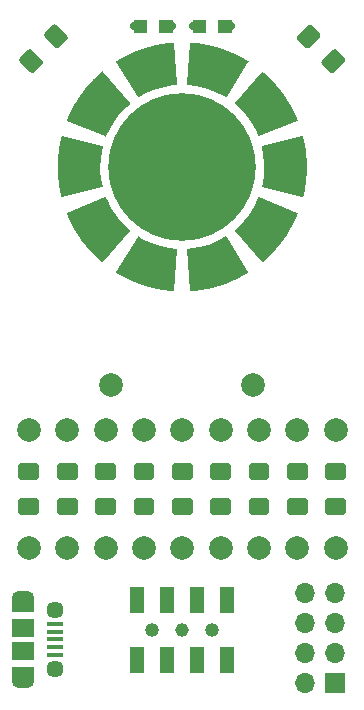
<source format=gbr>
%TF.GenerationSoftware,KiCad,Pcbnew,5.1.6-c6e7f7d~87~ubuntu20.04.1*%
%TF.CreationDate,2020-08-20T18:56:20-06:00*%
%TF.ProjectId,decade,64656361-6465-42e6-9b69-6361645f7063,rev?*%
%TF.SameCoordinates,Original*%
%TF.FileFunction,Soldermask,Top*%
%TF.FilePolarity,Negative*%
%FSLAX46Y46*%
G04 Gerber Fmt 4.6, Leading zero omitted, Abs format (unit mm)*
G04 Created by KiCad (PCBNEW 5.1.6-c6e7f7d~87~ubuntu20.04.1) date 2020-08-20 18:56:20*
%MOMM*%
%LPD*%
G01*
G04 APERTURE LIST*
%ADD10C,0.050000*%
%ADD11C,0.500000*%
%ADD12C,0.700000*%
%ADD13O,1.700000X1.700000*%
%ADD14R,1.700000X1.700000*%
%ADD15R,1.900000X1.200000*%
%ADD16O,1.900000X1.200000*%
%ADD17R,1.900000X1.500000*%
%ADD18C,1.450000*%
%ADD19R,1.350000X0.400000*%
%ADD20C,1.170000*%
%ADD21R,1.270000X2.290000*%
%ADD22C,1.190000*%
%ADD23C,0.100000*%
%ADD24C,12.500000*%
%ADD25C,2.000000*%
G04 APERTURE END LIST*
D10*
%TO.C,D2*%
G36*
X116950000Y-50100000D02*
G01*
X115900000Y-50100000D01*
X115900000Y-51100000D01*
X116950000Y-51100000D01*
X116950000Y-50100000D01*
G37*
X116950000Y-50100000D02*
X115900000Y-50100000D01*
X115900000Y-51100000D01*
X116950000Y-51100000D01*
X116950000Y-50100000D01*
G36*
X119100000Y-50100000D02*
G01*
X118050000Y-50100000D01*
X118050000Y-51100000D01*
X119100000Y-51100000D01*
X119100000Y-50100000D01*
G37*
X119100000Y-50100000D02*
X118050000Y-50100000D01*
X118050000Y-51100000D01*
X119100000Y-51100000D01*
X119100000Y-50100000D01*
%TO.C,D1*%
G36*
X113050000Y-51100000D02*
G01*
X114100000Y-51100000D01*
X114100000Y-50100000D01*
X113050000Y-50100000D01*
X113050000Y-51100000D01*
G37*
X113050000Y-51100000D02*
X114100000Y-51100000D01*
X114100000Y-50100000D01*
X113050000Y-50100000D01*
X113050000Y-51100000D01*
G36*
X110900000Y-51100000D02*
G01*
X111950000Y-51100000D01*
X111950000Y-50100000D01*
X110900000Y-50100000D01*
X110900000Y-51100000D01*
G37*
X110900000Y-51100000D02*
X111950000Y-51100000D01*
X111950000Y-50100000D01*
X110900000Y-50100000D01*
X110900000Y-51100000D01*
D11*
%TO.C,R1*%
G36*
X128625000Y-91700000D02*
G01*
X127375000Y-91700000D01*
X127375000Y-90762500D01*
X128625000Y-90762500D01*
X128625000Y-91700000D01*
G37*
X128625000Y-91700000D02*
X127375000Y-91700000D01*
X127375000Y-90762500D01*
X128625000Y-90762500D01*
X128625000Y-91700000D01*
G36*
X128625000Y-88725000D02*
G01*
X127375000Y-88725000D01*
X127375000Y-87787500D01*
X128625000Y-87787500D01*
X128625000Y-88725000D01*
G37*
X128625000Y-88725000D02*
X127375000Y-88725000D01*
X127375000Y-87787500D01*
X128625000Y-87787500D01*
X128625000Y-88725000D01*
%TO.C,R2*%
G36*
X124125000Y-87800000D02*
G01*
X125375000Y-87800000D01*
X125375000Y-88737500D01*
X124125000Y-88737500D01*
X124125000Y-87800000D01*
G37*
X124125000Y-87800000D02*
X125375000Y-87800000D01*
X125375000Y-88737500D01*
X124125000Y-88737500D01*
X124125000Y-87800000D01*
G36*
X124125000Y-90775000D02*
G01*
X125375000Y-90775000D01*
X125375000Y-91712500D01*
X124125000Y-91712500D01*
X124125000Y-90775000D01*
G37*
X124125000Y-90775000D02*
X125375000Y-90775000D01*
X125375000Y-91712500D01*
X124125000Y-91712500D01*
X124125000Y-90775000D01*
%TO.C,R3*%
G36*
X122125000Y-91700000D02*
G01*
X120875000Y-91700000D01*
X120875000Y-90762500D01*
X122125000Y-90762500D01*
X122125000Y-91700000D01*
G37*
X122125000Y-91700000D02*
X120875000Y-91700000D01*
X120875000Y-90762500D01*
X122125000Y-90762500D01*
X122125000Y-91700000D01*
G36*
X122125000Y-88725000D02*
G01*
X120875000Y-88725000D01*
X120875000Y-87787500D01*
X122125000Y-87787500D01*
X122125000Y-88725000D01*
G37*
X122125000Y-88725000D02*
X120875000Y-88725000D01*
X120875000Y-87787500D01*
X122125000Y-87787500D01*
X122125000Y-88725000D01*
%TO.C,R4*%
G36*
X117625000Y-87800000D02*
G01*
X118875000Y-87800000D01*
X118875000Y-88737500D01*
X117625000Y-88737500D01*
X117625000Y-87800000D01*
G37*
X117625000Y-87800000D02*
X118875000Y-87800000D01*
X118875000Y-88737500D01*
X117625000Y-88737500D01*
X117625000Y-87800000D01*
G36*
X117625000Y-90775000D02*
G01*
X118875000Y-90775000D01*
X118875000Y-91712500D01*
X117625000Y-91712500D01*
X117625000Y-90775000D01*
G37*
X117625000Y-90775000D02*
X118875000Y-90775000D01*
X118875000Y-91712500D01*
X117625000Y-91712500D01*
X117625000Y-90775000D01*
%TO.C,R5*%
G36*
X115625000Y-91700000D02*
G01*
X114375000Y-91700000D01*
X114375000Y-90762500D01*
X115625000Y-90762500D01*
X115625000Y-91700000D01*
G37*
X115625000Y-91700000D02*
X114375000Y-91700000D01*
X114375000Y-90762500D01*
X115625000Y-90762500D01*
X115625000Y-91700000D01*
G36*
X115625000Y-88725000D02*
G01*
X114375000Y-88725000D01*
X114375000Y-87787500D01*
X115625000Y-87787500D01*
X115625000Y-88725000D01*
G37*
X115625000Y-88725000D02*
X114375000Y-88725000D01*
X114375000Y-87787500D01*
X115625000Y-87787500D01*
X115625000Y-88725000D01*
%TO.C,R6*%
G36*
X111125000Y-87800000D02*
G01*
X112375000Y-87800000D01*
X112375000Y-88737500D01*
X111125000Y-88737500D01*
X111125000Y-87800000D01*
G37*
X111125000Y-87800000D02*
X112375000Y-87800000D01*
X112375000Y-88737500D01*
X111125000Y-88737500D01*
X111125000Y-87800000D01*
G36*
X111125000Y-90775000D02*
G01*
X112375000Y-90775000D01*
X112375000Y-91712500D01*
X111125000Y-91712500D01*
X111125000Y-90775000D01*
G37*
X111125000Y-90775000D02*
X112375000Y-90775000D01*
X112375000Y-91712500D01*
X111125000Y-91712500D01*
X111125000Y-90775000D01*
%TO.C,R7*%
G36*
X109125000Y-91700000D02*
G01*
X107875000Y-91700000D01*
X107875000Y-90762500D01*
X109125000Y-90762500D01*
X109125000Y-91700000D01*
G37*
X109125000Y-91700000D02*
X107875000Y-91700000D01*
X107875000Y-90762500D01*
X109125000Y-90762500D01*
X109125000Y-91700000D01*
G36*
X109125000Y-88725000D02*
G01*
X107875000Y-88725000D01*
X107875000Y-87787500D01*
X109125000Y-87787500D01*
X109125000Y-88725000D01*
G37*
X109125000Y-88725000D02*
X107875000Y-88725000D01*
X107875000Y-87787500D01*
X109125000Y-87787500D01*
X109125000Y-88725000D01*
%TO.C,R8*%
G36*
X104625000Y-87800000D02*
G01*
X105875000Y-87800000D01*
X105875000Y-88737500D01*
X104625000Y-88737500D01*
X104625000Y-87800000D01*
G37*
X104625000Y-87800000D02*
X105875000Y-87800000D01*
X105875000Y-88737500D01*
X104625000Y-88737500D01*
X104625000Y-87800000D01*
G36*
X104625000Y-90775000D02*
G01*
X105875000Y-90775000D01*
X105875000Y-91712500D01*
X104625000Y-91712500D01*
X104625000Y-90775000D01*
G37*
X104625000Y-90775000D02*
X105875000Y-90775000D01*
X105875000Y-91712500D01*
X104625000Y-91712500D01*
X104625000Y-90775000D01*
%TO.C,R9*%
G36*
X102625000Y-91700000D02*
G01*
X101375000Y-91700000D01*
X101375000Y-90762500D01*
X102625000Y-90762500D01*
X102625000Y-91700000D01*
G37*
X102625000Y-91700000D02*
X101375000Y-91700000D01*
X101375000Y-90762500D01*
X102625000Y-90762500D01*
X102625000Y-91700000D01*
G36*
X102625000Y-88725000D02*
G01*
X101375000Y-88725000D01*
X101375000Y-87787500D01*
X102625000Y-87787500D01*
X102625000Y-88725000D01*
G37*
X102625000Y-88725000D02*
X101375000Y-88725000D01*
X101375000Y-87787500D01*
X102625000Y-87787500D01*
X102625000Y-88725000D01*
%TD*%
D12*
%TO.C,D2*%
X115900000Y-50600000D03*
X119100000Y-50600000D03*
%TD*%
%TO.C,D1*%
X114100000Y-50600000D03*
X110900000Y-50600000D03*
%TD*%
D13*
%TO.C,J4*%
X125410000Y-98580000D03*
X127950000Y-98580000D03*
X125410000Y-101120000D03*
X127950000Y-101120000D03*
X125410000Y-103660000D03*
X127950000Y-103660000D03*
X125410000Y-106200000D03*
D14*
X127950000Y-106200000D03*
%TD*%
D15*
%TO.C,J3*%
X101487500Y-99600000D03*
X101487500Y-105400000D03*
D16*
X101487500Y-106000000D03*
X101487500Y-99000000D03*
D17*
X101487500Y-101500000D03*
D18*
X104187500Y-105000000D03*
D19*
X104187500Y-102500000D03*
X104187500Y-103150000D03*
X104187500Y-103800000D03*
X104187500Y-101200000D03*
X104187500Y-101850000D03*
D18*
X104187500Y-100000000D03*
D17*
X101487500Y-103500000D03*
%TD*%
%TO.C,R11*%
G36*
G01*
X126643934Y-51510051D02*
X125760051Y-52393935D01*
G75*
G02*
X125406497Y-52393935I-176777J176777D01*
G01*
X124752423Y-51739861D01*
G75*
G02*
X124752423Y-51386307I176777J176777D01*
G01*
X125636307Y-50502423D01*
G75*
G02*
X125989861Y-50502423I176777J-176777D01*
G01*
X126643935Y-51156497D01*
G75*
G02*
X126643935Y-51510051I-176777J-176777D01*
G01*
G37*
G36*
G01*
X128747576Y-53613693D02*
X127863693Y-54497577D01*
G75*
G02*
X127510139Y-54497577I-176777J176777D01*
G01*
X126856065Y-53843503D01*
G75*
G02*
X126856065Y-53489949I176777J176777D01*
G01*
X127739949Y-52606065D01*
G75*
G02*
X128093503Y-52606065I176777J-176777D01*
G01*
X128747577Y-53260139D01*
G75*
G02*
X128747577Y-53613693I-176777J-176777D01*
G01*
G37*
%TD*%
%TO.C,R10*%
G36*
G01*
X104239949Y-52393934D02*
X103356065Y-51510051D01*
G75*
G02*
X103356065Y-51156497I176777J176777D01*
G01*
X104010139Y-50502423D01*
G75*
G02*
X104363693Y-50502423I176777J-176777D01*
G01*
X105247577Y-51386307D01*
G75*
G02*
X105247577Y-51739861I-176777J-176777D01*
G01*
X104593503Y-52393935D01*
G75*
G02*
X104239949Y-52393935I-176777J176777D01*
G01*
G37*
G36*
G01*
X102136307Y-54497576D02*
X101252423Y-53613693D01*
G75*
G02*
X101252423Y-53260139I176777J176777D01*
G01*
X101906497Y-52606065D01*
G75*
G02*
X102260051Y-52606065I176777J-176777D01*
G01*
X103143935Y-53489949D01*
G75*
G02*
X103143935Y-53843503I-176777J-176777D01*
G01*
X102489861Y-54497577D01*
G75*
G02*
X102136307Y-54497577I-176777J176777D01*
G01*
G37*
%TD*%
D20*
%TO.C,J2*%
X115000000Y-101700000D03*
%TD*%
D21*
%TO.C,J1*%
X118810000Y-104225000D03*
X116270000Y-104225000D03*
X113730000Y-104225000D03*
X111190000Y-104225000D03*
X118810000Y-99175000D03*
X116270000Y-99175000D03*
X113730000Y-99175000D03*
X111190000Y-99175000D03*
D22*
X117540000Y-101700000D03*
X112460000Y-101700000D03*
%TD*%
D23*
%TO.C,SW1*%
G36*
X108281699Y-54417303D02*
G01*
X108282060Y-54417566D01*
X108283562Y-54418899D01*
X108285084Y-54420204D01*
X108285394Y-54420527D01*
X108285713Y-54420810D01*
X108287047Y-54422250D01*
X108288466Y-54423730D01*
X108288740Y-54424078D01*
X108289032Y-54424394D01*
X110538789Y-57105550D01*
X110539233Y-57106088D01*
X110540201Y-57107400D01*
X110541243Y-57108725D01*
X110541673Y-57109398D01*
X110542132Y-57110019D01*
X110542963Y-57111413D01*
X110543875Y-57112840D01*
X110544241Y-57113556D01*
X110544634Y-57114216D01*
X110545331Y-57115698D01*
X110546092Y-57117192D01*
X110546379Y-57117925D01*
X110546714Y-57118635D01*
X110547270Y-57120197D01*
X110547875Y-57121741D01*
X110548088Y-57122495D01*
X110548353Y-57123237D01*
X110548755Y-57124852D01*
X110549205Y-57126442D01*
X110549344Y-57127217D01*
X110549534Y-57127978D01*
X110549774Y-57129605D01*
X110550070Y-57131249D01*
X110550134Y-57132036D01*
X110550248Y-57132809D01*
X110550328Y-57134448D01*
X110550462Y-57136118D01*
X110550448Y-57136922D01*
X110550486Y-57137689D01*
X110550407Y-57139311D01*
X110550377Y-57141003D01*
X110550285Y-57141791D01*
X110550248Y-57142569D01*
X110550004Y-57144214D01*
X110549814Y-57145855D01*
X110549650Y-57146618D01*
X110549534Y-57147401D01*
X110549133Y-57149010D01*
X110548783Y-57150630D01*
X110548542Y-57151382D01*
X110548352Y-57152141D01*
X110547801Y-57153690D01*
X110547290Y-57155280D01*
X110546975Y-57156008D01*
X110546714Y-57156743D01*
X110546010Y-57158237D01*
X110545349Y-57159764D01*
X110544966Y-57160454D01*
X110544633Y-57161163D01*
X110543793Y-57162573D01*
X110542982Y-57164036D01*
X110542531Y-57164689D01*
X110542132Y-57165358D01*
X110541151Y-57166689D01*
X110540207Y-57168057D01*
X110539700Y-57168657D01*
X110539234Y-57169291D01*
X110538122Y-57170525D01*
X110537054Y-57171788D01*
X110536490Y-57172338D01*
X110535965Y-57172920D01*
X110534749Y-57174031D01*
X110533552Y-57175195D01*
X110278354Y-57400183D01*
X109802843Y-57885757D01*
X109376998Y-58415402D01*
X109184845Y-58693944D01*
X108840942Y-59280114D01*
X108555102Y-59898727D01*
X108554804Y-59899358D01*
X108554309Y-59900274D01*
X108553860Y-59901227D01*
X108553141Y-59902432D01*
X108552481Y-59903655D01*
X108551898Y-59904518D01*
X108551359Y-59905423D01*
X108550527Y-59906551D01*
X108549749Y-59907705D01*
X108549080Y-59908514D01*
X108548460Y-59909355D01*
X108547534Y-59910383D01*
X108546636Y-59911469D01*
X108545882Y-59912217D01*
X108545191Y-59912986D01*
X108544176Y-59913912D01*
X108543170Y-59914912D01*
X108542348Y-59915582D01*
X108541584Y-59916279D01*
X108540466Y-59917115D01*
X108539383Y-59917998D01*
X108538518Y-59918574D01*
X108537673Y-59919206D01*
X108536473Y-59919932D01*
X108535315Y-59920702D01*
X108534393Y-59921192D01*
X108533495Y-59921736D01*
X108532224Y-59922345D01*
X108531001Y-59922995D01*
X108530047Y-59923389D01*
X108529089Y-59923848D01*
X108527774Y-59924326D01*
X108526485Y-59924857D01*
X108525469Y-59925163D01*
X108524498Y-59925517D01*
X108523162Y-59925860D01*
X108521808Y-59926269D01*
X108520776Y-59926473D01*
X108519767Y-59926732D01*
X108518388Y-59926946D01*
X108517017Y-59927217D01*
X108515975Y-59927319D01*
X108514940Y-59927480D01*
X108513547Y-59927558D01*
X108512155Y-59927694D01*
X108511102Y-59927694D01*
X108510062Y-59927752D01*
X108508668Y-59927694D01*
X108507270Y-59927694D01*
X108506233Y-59927592D01*
X108505182Y-59927548D01*
X108503799Y-59927354D01*
X108502408Y-59927218D01*
X108501381Y-59927014D01*
X108500344Y-59926869D01*
X108498977Y-59926537D01*
X108497617Y-59926268D01*
X108496618Y-59925967D01*
X108495595Y-59925719D01*
X108494279Y-59925261D01*
X108492940Y-59924857D01*
X108491968Y-59924456D01*
X108490982Y-59924113D01*
X105245839Y-58612990D01*
X105245194Y-58612724D01*
X105244255Y-58612275D01*
X105243280Y-58611873D01*
X105242029Y-58611207D01*
X105240789Y-58610613D01*
X105239903Y-58610077D01*
X105238968Y-58609579D01*
X105237793Y-58608798D01*
X105236609Y-58608082D01*
X105235777Y-58607460D01*
X105234898Y-58606876D01*
X105233820Y-58605996D01*
X105232698Y-58605157D01*
X105231917Y-58604444D01*
X105231113Y-58603788D01*
X105230128Y-58602810D01*
X105229091Y-58601863D01*
X105228390Y-58601085D01*
X105227646Y-58600346D01*
X105226759Y-58599272D01*
X105225822Y-58598232D01*
X105225193Y-58597379D01*
X105224534Y-58596582D01*
X105223760Y-58595435D01*
X105222924Y-58594301D01*
X105222389Y-58593403D01*
X105221801Y-58592532D01*
X105221128Y-58591288D01*
X105220423Y-58590104D01*
X105219985Y-58589173D01*
X105219477Y-58588236D01*
X105218931Y-58586935D01*
X105218342Y-58585684D01*
X105217992Y-58584703D01*
X105217584Y-58583732D01*
X105217170Y-58582391D01*
X105216704Y-58581082D01*
X105216450Y-58580065D01*
X105216141Y-58579065D01*
X105215860Y-58577699D01*
X105215522Y-58576342D01*
X105215369Y-58575308D01*
X105215158Y-58574281D01*
X105215011Y-58572889D01*
X105214808Y-58571510D01*
X105214757Y-58570468D01*
X105214647Y-58569423D01*
X105214638Y-58568020D01*
X105214569Y-58566631D01*
X105214621Y-58565586D01*
X105214613Y-58564537D01*
X105214739Y-58563152D01*
X105214807Y-58561752D01*
X105214962Y-58560709D01*
X105215056Y-58559673D01*
X105215317Y-58558304D01*
X105215522Y-58556919D01*
X105215775Y-58555901D01*
X105215971Y-58554874D01*
X105216363Y-58553544D01*
X105216703Y-58552180D01*
X105217057Y-58551185D01*
X105217351Y-58550187D01*
X105217873Y-58548894D01*
X105218342Y-58547577D01*
X105218786Y-58546635D01*
X105219180Y-58545658D01*
X105249322Y-58480425D01*
X105249548Y-58476510D01*
X105250304Y-58471685D01*
X105251527Y-58466956D01*
X105253205Y-58462368D01*
X105255324Y-58457967D01*
X105257861Y-58453792D01*
X105260794Y-58449886D01*
X105264095Y-58446284D01*
X105265808Y-58444748D01*
X105285082Y-58403036D01*
X105284860Y-58401333D01*
X105284707Y-58396450D01*
X105285030Y-58391576D01*
X105285828Y-58386756D01*
X105287092Y-58382039D01*
X105288811Y-58377465D01*
X105290967Y-58373083D01*
X105293542Y-58368931D01*
X105296509Y-58365050D01*
X105299841Y-58361477D01*
X105303505Y-58358247D01*
X105306912Y-58355789D01*
X105321955Y-58323232D01*
X105321584Y-58321559D01*
X105320997Y-58316710D01*
X105320887Y-58311826D01*
X105321252Y-58306954D01*
X105322093Y-58302142D01*
X105323398Y-58297436D01*
X105325156Y-58292878D01*
X105327351Y-58288515D01*
X105329962Y-58284384D01*
X105332962Y-58280530D01*
X105336325Y-58276987D01*
X105340017Y-58273788D01*
X105344004Y-58270965D01*
X105346858Y-58269337D01*
X105359448Y-58242092D01*
X105359431Y-58242037D01*
X105358415Y-58237259D01*
X105357871Y-58232405D01*
X105357803Y-58227520D01*
X105358211Y-58222652D01*
X105359093Y-58217848D01*
X105360439Y-58213152D01*
X105362238Y-58208610D01*
X105364471Y-58204266D01*
X105367117Y-58200159D01*
X105370151Y-58196331D01*
X105373545Y-58192817D01*
X105377265Y-58189651D01*
X105381277Y-58186862D01*
X105385541Y-58184480D01*
X105386201Y-58184191D01*
X105397482Y-58159779D01*
X105396956Y-58158071D01*
X105395982Y-58153284D01*
X105395480Y-58148425D01*
X105395455Y-58143539D01*
X105395905Y-58138675D01*
X105396830Y-58133879D01*
X105398217Y-58129195D01*
X105400054Y-58124669D01*
X105402325Y-58120344D01*
X105405007Y-58116261D01*
X105408075Y-58112459D01*
X105411499Y-58108974D01*
X105415247Y-58105842D01*
X105419282Y-58103088D01*
X105423566Y-58100743D01*
X105425053Y-58100109D01*
X105435880Y-58076677D01*
X105435212Y-58074435D01*
X105434280Y-58069640D01*
X105433820Y-58064776D01*
X105433837Y-58059892D01*
X105434331Y-58055031D01*
X105435297Y-58050243D01*
X105436725Y-58045572D01*
X105438601Y-58041062D01*
X105440910Y-58036756D01*
X105443627Y-58032696D01*
X105446728Y-58028922D01*
X105450183Y-58025468D01*
X105453957Y-58022367D01*
X105458017Y-58019650D01*
X105462322Y-58017342D01*
X105463529Y-58016839D01*
X105474661Y-57992748D01*
X105474195Y-57991136D01*
X105473306Y-57986333D01*
X105472888Y-57981466D01*
X105472948Y-57976582D01*
X105473484Y-57971726D01*
X105474492Y-57966946D01*
X105475961Y-57962287D01*
X105477877Y-57957793D01*
X105480223Y-57953509D01*
X105482975Y-57949473D01*
X105486108Y-57945726D01*
X105489594Y-57942302D01*
X105493396Y-57939235D01*
X105497478Y-57936552D01*
X105501635Y-57934368D01*
X105513858Y-57907917D01*
X105513057Y-57903370D01*
X105512683Y-57898499D01*
X105512785Y-57893616D01*
X105513362Y-57888765D01*
X105514412Y-57883994D01*
X105515921Y-57879348D01*
X105517876Y-57874872D01*
X105520260Y-57870608D01*
X105523048Y-57866596D01*
X105526213Y-57862876D01*
X105529729Y-57859482D01*
X105533557Y-57856449D01*
X105537663Y-57853802D01*
X105539237Y-57852993D01*
X105553690Y-57821713D01*
X105553530Y-57820756D01*
X105553198Y-57815883D01*
X105553343Y-57811000D01*
X105553963Y-57806154D01*
X105555054Y-57801393D01*
X105556604Y-57796761D01*
X105558598Y-57792301D01*
X105561019Y-57788058D01*
X105563841Y-57784071D01*
X105567040Y-57780379D01*
X105570584Y-57777016D01*
X105574439Y-57774015D01*
X105576262Y-57772863D01*
X105594438Y-57733526D01*
X105594622Y-57728743D01*
X105595284Y-57723903D01*
X105596417Y-57719151D01*
X105598007Y-57714532D01*
X105600041Y-57710090D01*
X105602498Y-57705869D01*
X105605355Y-57701906D01*
X105608586Y-57698242D01*
X105612159Y-57694910D01*
X105612348Y-57694765D01*
X105638011Y-57639225D01*
X105638495Y-57637272D01*
X105640126Y-57632668D01*
X105642198Y-57628244D01*
X105644692Y-57624043D01*
X105645593Y-57622817D01*
X105649473Y-57614420D01*
X105649771Y-57613788D01*
X105650765Y-57611950D01*
X105651737Y-57610090D01*
X105679798Y-57562262D01*
X105680072Y-57560494D01*
X105681287Y-57555763D01*
X105682957Y-57551172D01*
X105685067Y-57546767D01*
X105687599Y-57542589D01*
X105690524Y-57538676D01*
X105693818Y-57535069D01*
X105697449Y-57531800D01*
X105697838Y-57531514D01*
X105722444Y-57489573D01*
X105722427Y-57489048D01*
X105722741Y-57484173D01*
X105723531Y-57479352D01*
X105724787Y-57474632D01*
X105726498Y-57470057D01*
X105728647Y-57465669D01*
X105731214Y-57461513D01*
X105734174Y-57457627D01*
X105737499Y-57454049D01*
X105741158Y-57450811D01*
X105745115Y-57447947D01*
X105747779Y-57446390D01*
X105766739Y-57414074D01*
X105766627Y-57413161D01*
X105766507Y-57408277D01*
X105766865Y-57403405D01*
X105767697Y-57398591D01*
X105768994Y-57393882D01*
X105770744Y-57389322D01*
X105772931Y-57384953D01*
X105775535Y-57380820D01*
X105778529Y-57376960D01*
X105781885Y-57373411D01*
X105785572Y-57370206D01*
X105789555Y-57367376D01*
X105793794Y-57364948D01*
X105796194Y-57363869D01*
X105811868Y-57337155D01*
X105811370Y-57332779D01*
X105811293Y-57327895D01*
X105811693Y-57323027D01*
X105812566Y-57318220D01*
X105813905Y-57313523D01*
X105815695Y-57308978D01*
X105817920Y-57304628D01*
X105820559Y-57300519D01*
X105823587Y-57296684D01*
X105826974Y-57293164D01*
X105830689Y-57289992D01*
X105834696Y-57287198D01*
X105838955Y-57284806D01*
X105843428Y-57282843D01*
X105843804Y-57282720D01*
X105857630Y-57259155D01*
X105857321Y-57257649D01*
X105856811Y-57252791D01*
X105856776Y-57247907D01*
X105857220Y-57243041D01*
X105858134Y-57238242D01*
X105859514Y-57233556D01*
X105861344Y-57229027D01*
X105863607Y-57224698D01*
X105866282Y-57220611D01*
X105869342Y-57216803D01*
X105872760Y-57213314D01*
X105876503Y-57210173D01*
X105880533Y-57207414D01*
X105884814Y-57205060D01*
X105889304Y-57203136D01*
X105890768Y-57202671D01*
X105903865Y-57180348D01*
X105903417Y-57178065D01*
X105902950Y-57173202D01*
X105902958Y-57168317D01*
X105903444Y-57163456D01*
X105904400Y-57158666D01*
X105905821Y-57153992D01*
X105907690Y-57149480D01*
X105909990Y-57145170D01*
X105912701Y-57141106D01*
X105915795Y-57137326D01*
X105919243Y-57133866D01*
X105923013Y-57130758D01*
X105927067Y-57128034D01*
X105931368Y-57125717D01*
X105935875Y-57123832D01*
X105937276Y-57123402D01*
X105950558Y-57100763D01*
X105950206Y-57098886D01*
X105949780Y-57094019D01*
X105949832Y-57089136D01*
X105950360Y-57084278D01*
X105951358Y-57079497D01*
X105952819Y-57074835D01*
X105954727Y-57070339D01*
X105957066Y-57066050D01*
X105959812Y-57062010D01*
X105962938Y-57058256D01*
X105966417Y-57054826D01*
X105970214Y-57051752D01*
X105974292Y-57049064D01*
X105978613Y-57046784D01*
X105983135Y-57044939D01*
X105983346Y-57044876D01*
X105997727Y-57020365D01*
X105997683Y-57020118D01*
X105997301Y-57015248D01*
X105997394Y-57010364D01*
X105997964Y-57005512D01*
X105999004Y-57000739D01*
X106000506Y-56996091D01*
X106002454Y-56991612D01*
X106004830Y-56987343D01*
X106007610Y-56983327D01*
X106010770Y-56979601D01*
X106014278Y-56976202D01*
X106018102Y-56973160D01*
X106022203Y-56970508D01*
X106026544Y-56968266D01*
X106028826Y-56967358D01*
X106045634Y-56938711D01*
X106045506Y-56936895D01*
X106045643Y-56932012D01*
X106046255Y-56927165D01*
X106047337Y-56922402D01*
X106048879Y-56917767D01*
X106050866Y-56913304D01*
X106053278Y-56909057D01*
X106056095Y-56905065D01*
X106059286Y-56901367D01*
X106062824Y-56897999D01*
X106066674Y-56894990D01*
X106070798Y-56892374D01*
X106073670Y-56890923D01*
X106094525Y-56855376D01*
X106094572Y-56854084D01*
X106095227Y-56849242D01*
X106096350Y-56844489D01*
X106097934Y-56839868D01*
X106099959Y-56835422D01*
X106102408Y-56831196D01*
X106105260Y-56827229D01*
X106108483Y-56823559D01*
X106112049Y-56820222D01*
X106115926Y-56817247D01*
X106117453Y-56816296D01*
X106145806Y-56767969D01*
X106146043Y-56767005D01*
X106147666Y-56762398D01*
X106149730Y-56757971D01*
X106152216Y-56753765D01*
X106155102Y-56749825D01*
X106158358Y-56746182D01*
X106158860Y-56745720D01*
X106170849Y-56725285D01*
X106171206Y-56724685D01*
X106172041Y-56723447D01*
X106172818Y-56722194D01*
X106197905Y-56685829D01*
X106198073Y-56685366D01*
X106200175Y-56680958D01*
X106202698Y-56676774D01*
X106205617Y-56672858D01*
X106208905Y-56669244D01*
X106210074Y-56668188D01*
X106247163Y-56614425D01*
X106247445Y-56613356D01*
X106249149Y-56608777D01*
X106251289Y-56604387D01*
X106253849Y-56600226D01*
X106256802Y-56596336D01*
X106260122Y-56592750D01*
X106263774Y-56589508D01*
X106264933Y-56588666D01*
X106298303Y-56540293D01*
X106299149Y-56537201D01*
X106300892Y-56532637D01*
X106303071Y-56528266D01*
X106305667Y-56524127D01*
X106308654Y-56520262D01*
X106312004Y-56516707D01*
X106315685Y-56513495D01*
X106317858Y-56511946D01*
X106350719Y-56464310D01*
X106351515Y-56461499D01*
X106353297Y-56456951D01*
X106355515Y-56452599D01*
X106358147Y-56448483D01*
X106361167Y-56444645D01*
X106364549Y-56441118D01*
X106368257Y-56437940D01*
X106369523Y-56437053D01*
X106404521Y-56386320D01*
X106404540Y-56386257D01*
X106406363Y-56381725D01*
X106408617Y-56377392D01*
X106411285Y-56373300D01*
X106414339Y-56369488D01*
X106417751Y-56365991D01*
X106419647Y-56364396D01*
X106464164Y-56299863D01*
X106464565Y-56299291D01*
X106464832Y-56298953D01*
X106465076Y-56298584D01*
X106465744Y-56297766D01*
X106466354Y-56296925D01*
X106511382Y-56240922D01*
X106512548Y-56237178D01*
X106514449Y-56232678D01*
X106516780Y-56228385D01*
X106519518Y-56224340D01*
X106522639Y-56220581D01*
X106526112Y-56217145D01*
X106529902Y-56214065D01*
X106533976Y-56211368D01*
X106536009Y-56210292D01*
X106564801Y-56174483D01*
X106564998Y-56172776D01*
X106566030Y-56168001D01*
X106567523Y-56163350D01*
X106569464Y-56158867D01*
X106571832Y-56154594D01*
X106574606Y-56150573D01*
X106577759Y-56146843D01*
X106581261Y-56143437D01*
X106585078Y-56140389D01*
X106589175Y-56137729D01*
X106593513Y-56135481D01*
X106597414Y-56133920D01*
X106619886Y-56105970D01*
X106619931Y-56104256D01*
X106620534Y-56099409D01*
X106621609Y-56094643D01*
X106623142Y-56090005D01*
X106625122Y-56085539D01*
X106627526Y-56081287D01*
X106630335Y-56077290D01*
X106633521Y-56073588D01*
X106637053Y-56070212D01*
X106640896Y-56067198D01*
X106645017Y-56064573D01*
X106649374Y-56062364D01*
X106653925Y-56060588D01*
X106657090Y-56059699D01*
X106675895Y-56036309D01*
X106675891Y-56036252D01*
X106676062Y-56031370D01*
X106676709Y-56026528D01*
X106677824Y-56021773D01*
X106679398Y-56017148D01*
X106681416Y-56012699D01*
X106683858Y-56008469D01*
X106686702Y-56004497D01*
X106689920Y-56000822D01*
X106693481Y-55997477D01*
X106697351Y-55994497D01*
X106701494Y-55991908D01*
X106705869Y-55989737D01*
X106710436Y-55988001D01*
X106715150Y-55986721D01*
X106715862Y-55986600D01*
X106732712Y-55965643D01*
X106732615Y-55963857D01*
X106732829Y-55958978D01*
X106733517Y-55954142D01*
X106734674Y-55949395D01*
X106736288Y-55944784D01*
X106738345Y-55940354D01*
X106740824Y-55936146D01*
X106743703Y-55932198D01*
X106746952Y-55928551D01*
X106750542Y-55925237D01*
X106754437Y-55922292D01*
X106758604Y-55919739D01*
X106762998Y-55917605D01*
X106767580Y-55915909D01*
X106772304Y-55914671D01*
X106773900Y-55914415D01*
X106790074Y-55894299D01*
X106789968Y-55891961D01*
X106790223Y-55887083D01*
X106790954Y-55882253D01*
X106792152Y-55877517D01*
X106793807Y-55872920D01*
X106795902Y-55868508D01*
X106798418Y-55864321D01*
X106801331Y-55860399D01*
X106804612Y-55856781D01*
X106808231Y-55853498D01*
X106812152Y-55850586D01*
X106816340Y-55848070D01*
X106820753Y-55845976D01*
X106825349Y-55844320D01*
X106830085Y-55843122D01*
X106831379Y-55842926D01*
X106848007Y-55822244D01*
X106847946Y-55820568D01*
X106848244Y-55815692D01*
X106849016Y-55810869D01*
X106850257Y-55806143D01*
X106851951Y-55801561D01*
X106854085Y-55797168D01*
X106856637Y-55793003D01*
X106859584Y-55789106D01*
X106862897Y-55785517D01*
X106866543Y-55782266D01*
X106870491Y-55779389D01*
X106874700Y-55776909D01*
X106879131Y-55774852D01*
X106883741Y-55773237D01*
X106888304Y-55772125D01*
X106906563Y-55749415D01*
X106906885Y-55744810D01*
X106907700Y-55739994D01*
X106908980Y-55735280D01*
X106910715Y-55730713D01*
X106912888Y-55726337D01*
X106915476Y-55722195D01*
X106918456Y-55718324D01*
X106921801Y-55714764D01*
X106925476Y-55711546D01*
X106929448Y-55708702D01*
X106933679Y-55706260D01*
X106938127Y-55704242D01*
X106942751Y-55702667D01*
X106944475Y-55702263D01*
X106966067Y-55675408D01*
X106966143Y-55674442D01*
X106966999Y-55669633D01*
X106968321Y-55664929D01*
X106970095Y-55660378D01*
X106972306Y-55656022D01*
X106974931Y-55651902D01*
X106977945Y-55648058D01*
X106981319Y-55644527D01*
X106985023Y-55641341D01*
X106989019Y-55638532D01*
X106993272Y-55636126D01*
X106997737Y-55634148D01*
X106999785Y-55633471D01*
X107026939Y-55599699D01*
X107028274Y-55595102D01*
X107030087Y-55590566D01*
X107032335Y-55586230D01*
X107034995Y-55582133D01*
X107038043Y-55578315D01*
X107041449Y-55574813D01*
X107045181Y-55571659D01*
X107049201Y-55568886D01*
X107053474Y-55566517D01*
X107053693Y-55566422D01*
X107092032Y-55518739D01*
X107092973Y-55516962D01*
X107095668Y-55512889D01*
X107098750Y-55509097D01*
X107102185Y-55505626D01*
X107103358Y-55504652D01*
X107109153Y-55497444D01*
X107109594Y-55496904D01*
X107110977Y-55495389D01*
X107112395Y-55493792D01*
X107151195Y-55454171D01*
X107151887Y-55452524D01*
X107154211Y-55448228D01*
X107156943Y-55444177D01*
X107160056Y-55440413D01*
X107163522Y-55436972D01*
X107167308Y-55433883D01*
X107171377Y-55431180D01*
X107175691Y-55428887D01*
X107176133Y-55428704D01*
X107210159Y-55393958D01*
X107210269Y-55393446D01*
X107211755Y-55388793D01*
X107213687Y-55384305D01*
X107216048Y-55380029D01*
X107218814Y-55376004D01*
X107221961Y-55372267D01*
X107225457Y-55368855D01*
X107229270Y-55365801D01*
X107233362Y-55363133D01*
X107237695Y-55360878D01*
X107242228Y-55359056D01*
X107245185Y-55358190D01*
X107271405Y-55331417D01*
X107271516Y-55330507D01*
X107272582Y-55325740D01*
X107274107Y-55321099D01*
X107276078Y-55316629D01*
X107278476Y-55312374D01*
X107281278Y-55308373D01*
X107284457Y-55304663D01*
X107287983Y-55301283D01*
X107291822Y-55298261D01*
X107295937Y-55295629D01*
X107300290Y-55293412D01*
X107304839Y-55291629D01*
X107309538Y-55290299D01*
X107312126Y-55289833D01*
X107333800Y-55267700D01*
X107334374Y-55263337D01*
X107335482Y-55258579D01*
X107337048Y-55253952D01*
X107339058Y-55249499D01*
X107341493Y-55245265D01*
X107344329Y-55241288D01*
X107347541Y-55237607D01*
X107351097Y-55234257D01*
X107354961Y-55231269D01*
X107359099Y-55228673D01*
X107363472Y-55226493D01*
X107368035Y-55224752D01*
X107372747Y-55223462D01*
X107377562Y-55222639D01*
X107377955Y-55222611D01*
X107397073Y-55203088D01*
X107397138Y-55201555D01*
X107397818Y-55196718D01*
X107398966Y-55191970D01*
X107400573Y-55187356D01*
X107402621Y-55182921D01*
X107405094Y-55178708D01*
X107407965Y-55174757D01*
X107411208Y-55171103D01*
X107414792Y-55167784D01*
X107418684Y-55164830D01*
X107422844Y-55162271D01*
X107427235Y-55160130D01*
X107431814Y-55158427D01*
X107436537Y-55157179D01*
X107441359Y-55156398D01*
X107442890Y-55156302D01*
X107461001Y-55137808D01*
X107461118Y-55135486D01*
X107461840Y-55130656D01*
X107463030Y-55125918D01*
X107464677Y-55121319D01*
X107466764Y-55116902D01*
X107469273Y-55112711D01*
X107472178Y-55108784D01*
X107475453Y-55105160D01*
X107479067Y-55101872D01*
X107482983Y-55098952D01*
X107487166Y-55096429D01*
X107491575Y-55094326D01*
X107496169Y-55092663D01*
X107500902Y-55091456D01*
X107505730Y-55090718D01*
X107507192Y-55090638D01*
X107525559Y-55071884D01*
X107525672Y-55069979D01*
X107526436Y-55065154D01*
X107527667Y-55060427D01*
X107529355Y-55055842D01*
X107531479Y-55051444D01*
X107534025Y-55047275D01*
X107536965Y-55043374D01*
X107540271Y-55039778D01*
X107543913Y-55036522D01*
X107547855Y-55033637D01*
X107552059Y-55031150D01*
X107556488Y-55029086D01*
X107561095Y-55027463D01*
X107565838Y-55026297D01*
X107570673Y-55025601D01*
X107570891Y-55025592D01*
X107590777Y-55005285D01*
X107590793Y-55005036D01*
X107591600Y-55000218D01*
X107592872Y-54995502D01*
X107594599Y-54990932D01*
X107596764Y-54986553D01*
X107599345Y-54982406D01*
X107602319Y-54978531D01*
X107605656Y-54974964D01*
X107609327Y-54971741D01*
X107613293Y-54968889D01*
X107617520Y-54966439D01*
X107621965Y-54964413D01*
X107626587Y-54962831D01*
X107631341Y-54961707D01*
X107633773Y-54961378D01*
X107657014Y-54937645D01*
X107657330Y-54935855D01*
X107658644Y-54931150D01*
X107660411Y-54926595D01*
X107662612Y-54922234D01*
X107665230Y-54918111D01*
X107668237Y-54914262D01*
X107671606Y-54910723D01*
X107675304Y-54907532D01*
X107679296Y-54904716D01*
X107683543Y-54902303D01*
X107688007Y-54900316D01*
X107692642Y-54898775D01*
X107695777Y-54898062D01*
X107724614Y-54868615D01*
X107724973Y-54867373D01*
X107726779Y-54862835D01*
X107729020Y-54858493D01*
X107731673Y-54854393D01*
X107734714Y-54850570D01*
X107738113Y-54847061D01*
X107741839Y-54843902D01*
X107745855Y-54841121D01*
X107750123Y-54838745D01*
X107754604Y-54836798D01*
X107756312Y-54836246D01*
X107795519Y-54796208D01*
X107795981Y-54795334D01*
X107798670Y-54791256D01*
X107801743Y-54787460D01*
X107805174Y-54783981D01*
X107808927Y-54780855D01*
X107812967Y-54778108D01*
X107813563Y-54777783D01*
X107830142Y-54760853D01*
X107830634Y-54760358D01*
X107831738Y-54759365D01*
X107832800Y-54758331D01*
X107865941Y-54729113D01*
X107866214Y-54728707D01*
X107869321Y-54724938D01*
X107872781Y-54721489D01*
X107876561Y-54718396D01*
X107880626Y-54715685D01*
X107882011Y-54714945D01*
X107931010Y-54671748D01*
X107931542Y-54670780D01*
X107934302Y-54666749D01*
X107937442Y-54663007D01*
X107940932Y-54659589D01*
X107944738Y-54656529D01*
X107948827Y-54653853D01*
X107953156Y-54651590D01*
X107954481Y-54651055D01*
X107998565Y-54612189D01*
X108000133Y-54609395D01*
X108002928Y-54605389D01*
X108006100Y-54601674D01*
X108009620Y-54598287D01*
X108013454Y-54595259D01*
X108017565Y-54592619D01*
X108021913Y-54590394D01*
X108024396Y-54589417D01*
X108067806Y-54551146D01*
X108069257Y-54548610D01*
X108072087Y-54544629D01*
X108075291Y-54540943D01*
X108078840Y-54537586D01*
X108082700Y-54534592D01*
X108086834Y-54531988D01*
X108091202Y-54529801D01*
X108092644Y-54529248D01*
X108138876Y-54488488D01*
X108138909Y-54488433D01*
X108141774Y-54484476D01*
X108145010Y-54480818D01*
X108148589Y-54477492D01*
X108152475Y-54474532D01*
X108156631Y-54471964D01*
X108158855Y-54470874D01*
X108217665Y-54419027D01*
X108218191Y-54418569D01*
X108218542Y-54418297D01*
X108218859Y-54418008D01*
X108220459Y-54416811D01*
X108222051Y-54415576D01*
X108222416Y-54415346D01*
X108222770Y-54415081D01*
X108224514Y-54414025D01*
X108226186Y-54412972D01*
X108226570Y-54412780D01*
X108226948Y-54412551D01*
X108228756Y-54411685D01*
X108230552Y-54410785D01*
X108230966Y-54410626D01*
X108231354Y-54410441D01*
X108233214Y-54409764D01*
X108235113Y-54409035D01*
X108235540Y-54408917D01*
X108235945Y-54408770D01*
X108237863Y-54408277D01*
X108239823Y-54407737D01*
X108240260Y-54407662D01*
X108240677Y-54407555D01*
X108242652Y-54407249D01*
X108244637Y-54406906D01*
X108245066Y-54406874D01*
X108245504Y-54406806D01*
X108247525Y-54406694D01*
X108249508Y-54406548D01*
X108249945Y-54406558D01*
X108250381Y-54406534D01*
X108252411Y-54406619D01*
X108254393Y-54406668D01*
X108254816Y-54406720D01*
X108255262Y-54406738D01*
X108257273Y-54407021D01*
X108259241Y-54407263D01*
X108259668Y-54407359D01*
X108260099Y-54407419D01*
X108262047Y-54407890D01*
X108264008Y-54408329D01*
X108264421Y-54408464D01*
X108264847Y-54408567D01*
X108266739Y-54409226D01*
X108268649Y-54409854D01*
X108269050Y-54410031D01*
X108269460Y-54410173D01*
X108271260Y-54411005D01*
X108273118Y-54411825D01*
X108273507Y-54412045D01*
X108273894Y-54412223D01*
X108275573Y-54413209D01*
X108277375Y-54414223D01*
X108277743Y-54414481D01*
X108278108Y-54414695D01*
X108279728Y-54415872D01*
X108281375Y-54417026D01*
X108281699Y-54417303D01*
G37*
G36*
X114315670Y-52012042D02*
G01*
X114315808Y-52012467D01*
X114316240Y-52014429D01*
X114316704Y-52016379D01*
X114316765Y-52016822D01*
X114316856Y-52017239D01*
X114317089Y-52019188D01*
X114317367Y-52021220D01*
X114317385Y-52021662D01*
X114317435Y-52022089D01*
X114561583Y-55513563D01*
X114561626Y-55514260D01*
X114561638Y-55515891D01*
X114561702Y-55517575D01*
X114561654Y-55518373D01*
X114561660Y-55519145D01*
X114561513Y-55520760D01*
X114561413Y-55522451D01*
X114561287Y-55523246D01*
X114561217Y-55524011D01*
X114560910Y-55525619D01*
X114560648Y-55527275D01*
X114560450Y-55528037D01*
X114560303Y-55528808D01*
X114559834Y-55530399D01*
X114559417Y-55532003D01*
X114559146Y-55532739D01*
X114558923Y-55533495D01*
X114558300Y-55535038D01*
X114557729Y-55536588D01*
X114557386Y-55537297D01*
X114557093Y-55538024D01*
X114556331Y-55539482D01*
X114555604Y-55540986D01*
X114555193Y-55541660D01*
X114554831Y-55542353D01*
X114553932Y-55543726D01*
X114553059Y-55545156D01*
X114552576Y-55545797D01*
X114552154Y-55546440D01*
X114551137Y-55547706D01*
X114550119Y-55549057D01*
X114549582Y-55549641D01*
X114549094Y-55550248D01*
X114547930Y-55551436D01*
X114546812Y-55552652D01*
X114546230Y-55553172D01*
X114545676Y-55553738D01*
X114544406Y-55554804D01*
X114543171Y-55555908D01*
X114542534Y-55556375D01*
X114541934Y-55556878D01*
X114540577Y-55557807D01*
X114539229Y-55558794D01*
X114538547Y-55559197D01*
X114537903Y-55559638D01*
X114536456Y-55560433D01*
X114535024Y-55561280D01*
X114534308Y-55561613D01*
X114533622Y-55561991D01*
X114532113Y-55562638D01*
X114530597Y-55563345D01*
X114529849Y-55563608D01*
X114529133Y-55563915D01*
X114527557Y-55564415D01*
X114525989Y-55564967D01*
X114525227Y-55565154D01*
X114524477Y-55565392D01*
X114522852Y-55565737D01*
X114521245Y-55566132D01*
X114520466Y-55566245D01*
X114519698Y-55566408D01*
X114518062Y-55566591D01*
X114516410Y-55566830D01*
X114177705Y-55598847D01*
X113507596Y-55712187D01*
X112851763Y-55890373D01*
X112532584Y-56002773D01*
X111909819Y-56274854D01*
X111314958Y-56607309D01*
X111314346Y-56607645D01*
X111313406Y-56608095D01*
X111312484Y-56608602D01*
X111311194Y-56609155D01*
X111309941Y-56609755D01*
X111308962Y-56610111D01*
X111307994Y-56610527D01*
X111306658Y-56610950D01*
X111305350Y-56611427D01*
X111304333Y-56611688D01*
X111303337Y-56612004D01*
X111301984Y-56612291D01*
X111300620Y-56612642D01*
X111299569Y-56612805D01*
X111298558Y-56613019D01*
X111297193Y-56613173D01*
X111295791Y-56613390D01*
X111294733Y-56613449D01*
X111293705Y-56613564D01*
X111292309Y-56613583D01*
X111290914Y-56613661D01*
X111289875Y-56613618D01*
X111288820Y-56613633D01*
X111287422Y-56613515D01*
X111286034Y-56613457D01*
X111284999Y-56613312D01*
X111283953Y-56613224D01*
X111282567Y-56612970D01*
X111281196Y-56612777D01*
X111280192Y-56612534D01*
X111279147Y-56612343D01*
X111277802Y-56611957D01*
X111276448Y-56611629D01*
X111275446Y-56611280D01*
X111274452Y-56610995D01*
X111273169Y-56610487D01*
X111271834Y-56610022D01*
X111270879Y-56609581D01*
X111269910Y-56609197D01*
X111268669Y-56608559D01*
X111267400Y-56607973D01*
X111266497Y-56607443D01*
X111265566Y-56606964D01*
X111264393Y-56606209D01*
X111263187Y-56605501D01*
X111262335Y-56604882D01*
X111261460Y-56604318D01*
X111260365Y-56603451D01*
X111259235Y-56602630D01*
X111258455Y-56601938D01*
X111257631Y-56601284D01*
X111256627Y-56600314D01*
X111255581Y-56599387D01*
X111254870Y-56598618D01*
X111254116Y-56597890D01*
X111253206Y-56596819D01*
X111252263Y-56595802D01*
X111251632Y-56594971D01*
X111250950Y-56594170D01*
X111250155Y-56593025D01*
X111249309Y-56591911D01*
X111248758Y-56591016D01*
X111248162Y-56590159D01*
X109393445Y-53621991D01*
X109393079Y-53621396D01*
X109392584Y-53620481D01*
X109392031Y-53619582D01*
X109391411Y-53618309D01*
X109390757Y-53617099D01*
X109390355Y-53616145D01*
X109389891Y-53615192D01*
X109389399Y-53613870D01*
X109388863Y-53612595D01*
X109388555Y-53611602D01*
X109388188Y-53610613D01*
X109387832Y-53609267D01*
X109387418Y-53607930D01*
X109387205Y-53606894D01*
X109386940Y-53605891D01*
X109386718Y-53604520D01*
X109386436Y-53603144D01*
X109386327Y-53602103D01*
X109386159Y-53601068D01*
X109386072Y-53599678D01*
X109385925Y-53598285D01*
X109385918Y-53597226D01*
X109385853Y-53596193D01*
X109385901Y-53594810D01*
X109385892Y-53593401D01*
X109385987Y-53592361D01*
X109386023Y-53591311D01*
X109386210Y-53589908D01*
X109386335Y-53588536D01*
X109386528Y-53587525D01*
X109386668Y-53586469D01*
X109386991Y-53585095D01*
X109387249Y-53583737D01*
X109387543Y-53582738D01*
X109387784Y-53581712D01*
X109388237Y-53580385D01*
X109388629Y-53579051D01*
X109389022Y-53578079D01*
X109389359Y-53577088D01*
X109389935Y-53575818D01*
X109390459Y-53574522D01*
X109390943Y-53573595D01*
X109391376Y-53572640D01*
X109392076Y-53571428D01*
X109392722Y-53570193D01*
X109393293Y-53569320D01*
X109393819Y-53568410D01*
X109394635Y-53567269D01*
X109395397Y-53566105D01*
X109396052Y-53565291D01*
X109396662Y-53564437D01*
X109397579Y-53563391D01*
X109398457Y-53562298D01*
X109399195Y-53561545D01*
X109399880Y-53560762D01*
X109400896Y-53559809D01*
X109401876Y-53558808D01*
X109402679Y-53558134D01*
X109403441Y-53557418D01*
X109404540Y-53556572D01*
X109405617Y-53555668D01*
X109406488Y-53555072D01*
X109407312Y-53554437D01*
X109408495Y-53553697D01*
X109409648Y-53552908D01*
X109410561Y-53552407D01*
X109411454Y-53551848D01*
X109474183Y-53516790D01*
X109476667Y-53513756D01*
X109480114Y-53510297D01*
X109483884Y-53507190D01*
X109487938Y-53504464D01*
X109492239Y-53502149D01*
X109496746Y-53500263D01*
X109501415Y-53498827D01*
X109506202Y-53497853D01*
X109508490Y-53497617D01*
X109548601Y-53475200D01*
X109549422Y-53473693D01*
X109552169Y-53469652D01*
X109555295Y-53465898D01*
X109558774Y-53462469D01*
X109562570Y-53459395D01*
X109566648Y-53456705D01*
X109570969Y-53454428D01*
X109575491Y-53452582D01*
X109580173Y-53451186D01*
X109584969Y-53450254D01*
X109589832Y-53449795D01*
X109594033Y-53449808D01*
X109625339Y-53432312D01*
X109626023Y-53430739D01*
X109628398Y-53426472D01*
X109631180Y-53422456D01*
X109634339Y-53418729D01*
X109637847Y-53415330D01*
X109641669Y-53412289D01*
X109645771Y-53409636D01*
X109650112Y-53407396D01*
X109654651Y-53405589D01*
X109659344Y-53404234D01*
X109664148Y-53403345D01*
X109669015Y-53402927D01*
X109673899Y-53402987D01*
X109677165Y-53403347D01*
X109703365Y-53388705D01*
X109703383Y-53388651D01*
X109705371Y-53384188D01*
X109707783Y-53379942D01*
X109710599Y-53375949D01*
X109713791Y-53372251D01*
X109717328Y-53368883D01*
X109721177Y-53365876D01*
X109725302Y-53363258D01*
X109729662Y-53361056D01*
X109734217Y-53359289D01*
X109738921Y-53357976D01*
X109743733Y-53357127D01*
X109748603Y-53356753D01*
X109753488Y-53356854D01*
X109758338Y-53357433D01*
X109759042Y-53357588D01*
X109782517Y-53344469D01*
X109783096Y-53342777D01*
X109785122Y-53338333D01*
X109787572Y-53334107D01*
X109790423Y-53330139D01*
X109793647Y-53326469D01*
X109797213Y-53323132D01*
X109801089Y-53320158D01*
X109805236Y-53317576D01*
X109809615Y-53315412D01*
X109814185Y-53313685D01*
X109818901Y-53312412D01*
X109823720Y-53311606D01*
X109828593Y-53311275D01*
X109833476Y-53311419D01*
X109838320Y-53312039D01*
X109839896Y-53312400D01*
X109862429Y-53299808D01*
X109863205Y-53297601D01*
X109865271Y-53293174D01*
X109867757Y-53288969D01*
X109870642Y-53285027D01*
X109873898Y-53281385D01*
X109877494Y-53278079D01*
X109881395Y-53275140D01*
X109885564Y-53272594D01*
X109889962Y-53270467D01*
X109894547Y-53268780D01*
X109899274Y-53267549D01*
X109904100Y-53266786D01*
X109908976Y-53266496D01*
X109913858Y-53266683D01*
X109918696Y-53267346D01*
X109919969Y-53267649D01*
X109943135Y-53254703D01*
X109943706Y-53253125D01*
X109945809Y-53248716D01*
X109948332Y-53244533D01*
X109951252Y-53240617D01*
X109954539Y-53237003D01*
X109958165Y-53233729D01*
X109962091Y-53230823D01*
X109966283Y-53228314D01*
X109970699Y-53226226D01*
X109975298Y-53224579D01*
X109980035Y-53223389D01*
X109984867Y-53222668D01*
X109989746Y-53222421D01*
X109994626Y-53222650D01*
X109999272Y-53223328D01*
X110024709Y-53209113D01*
X110026733Y-53204963D01*
X110029293Y-53200802D01*
X110032246Y-53196911D01*
X110035565Y-53193326D01*
X110039219Y-53190083D01*
X110043170Y-53187212D01*
X110047383Y-53184740D01*
X110051818Y-53182691D01*
X110056431Y-53181084D01*
X110061179Y-53179936D01*
X110066017Y-53179256D01*
X110070897Y-53179052D01*
X110075775Y-53179324D01*
X110077524Y-53179595D01*
X110107603Y-53162785D01*
X110108036Y-53161916D01*
X110110631Y-53157779D01*
X110113619Y-53153913D01*
X110116969Y-53150358D01*
X110120650Y-53147147D01*
X110124627Y-53144310D01*
X110128862Y-53141875D01*
X110133313Y-53139865D01*
X110137941Y-53138298D01*
X110142699Y-53137192D01*
X110147543Y-53136554D01*
X110152425Y-53136392D01*
X110154577Y-53136532D01*
X110192404Y-53115391D01*
X110195364Y-53111629D01*
X110198745Y-53108103D01*
X110202454Y-53104924D01*
X110206455Y-53102122D01*
X110210711Y-53099724D01*
X110215181Y-53097753D01*
X110219821Y-53096226D01*
X110224589Y-53095161D01*
X110229438Y-53094566D01*
X110229677Y-53094559D01*
X110283084Y-53064711D01*
X110284623Y-53063416D01*
X110288649Y-53060649D01*
X110292926Y-53058288D01*
X110297412Y-53056356D01*
X110298862Y-53055893D01*
X110306937Y-53051380D01*
X110307549Y-53051045D01*
X110309434Y-53050142D01*
X110311313Y-53049209D01*
X110362128Y-53027009D01*
X110363388Y-53025739D01*
X110367152Y-53022625D01*
X110371201Y-53019893D01*
X110375499Y-53017570D01*
X110380002Y-53015677D01*
X110384669Y-53014232D01*
X110389454Y-53013250D01*
X110394313Y-53012739D01*
X110394795Y-53012736D01*
X110439355Y-52993269D01*
X110439649Y-52992833D01*
X110442769Y-52989074D01*
X110446242Y-52985638D01*
X110450032Y-52982558D01*
X110454106Y-52979862D01*
X110458423Y-52977575D01*
X110462943Y-52975722D01*
X110467622Y-52974318D01*
X110472415Y-52973378D01*
X110477278Y-52972909D01*
X110482163Y-52972918D01*
X110485234Y-52973224D01*
X110519567Y-52958225D01*
X110520013Y-52957419D01*
X110522787Y-52953398D01*
X110525941Y-52949667D01*
X110529443Y-52946261D01*
X110533260Y-52943215D01*
X110537356Y-52940554D01*
X110541694Y-52938305D01*
X110546229Y-52936492D01*
X110550921Y-52935128D01*
X110555722Y-52934230D01*
X110560588Y-52933804D01*
X110565474Y-52933856D01*
X110570330Y-52934383D01*
X110572907Y-52934921D01*
X110601289Y-52922522D01*
X110603458Y-52918689D01*
X110606266Y-52914692D01*
X110609452Y-52910989D01*
X110612983Y-52907613D01*
X110616827Y-52904600D01*
X110620947Y-52901975D01*
X110625304Y-52899765D01*
X110629855Y-52897991D01*
X110634558Y-52896669D01*
X110639367Y-52895812D01*
X110644238Y-52895429D01*
X110649121Y-52895523D01*
X110653973Y-52896092D01*
X110658746Y-52897133D01*
X110659123Y-52897255D01*
X110684159Y-52886317D01*
X110684794Y-52884917D01*
X110687237Y-52880687D01*
X110690080Y-52876715D01*
X110693298Y-52873039D01*
X110696859Y-52869694D01*
X110700730Y-52866714D01*
X110704871Y-52864126D01*
X110709247Y-52861953D01*
X110713814Y-52860219D01*
X110718528Y-52858938D01*
X110723344Y-52858124D01*
X110728218Y-52857783D01*
X110733100Y-52857920D01*
X110737947Y-52858531D01*
X110742710Y-52859614D01*
X110744168Y-52860098D01*
X110767885Y-52849737D01*
X110768865Y-52847626D01*
X110771345Y-52843418D01*
X110774223Y-52839470D01*
X110777473Y-52835824D01*
X110781063Y-52832510D01*
X110784959Y-52829564D01*
X110789123Y-52827012D01*
X110793518Y-52824878D01*
X110798099Y-52823183D01*
X110802824Y-52821943D01*
X110807648Y-52821171D01*
X110812524Y-52820872D01*
X110817406Y-52821052D01*
X110822247Y-52821706D01*
X110827001Y-52822830D01*
X110828387Y-52823304D01*
X110852439Y-52812797D01*
X110853258Y-52811071D01*
X110855774Y-52806884D01*
X110858686Y-52802963D01*
X110861968Y-52799344D01*
X110865586Y-52796062D01*
X110869508Y-52793149D01*
X110873695Y-52790634D01*
X110878108Y-52788538D01*
X110882704Y-52786884D01*
X110887440Y-52785685D01*
X110892270Y-52784955D01*
X110897149Y-52784699D01*
X110902029Y-52784921D01*
X110906864Y-52785617D01*
X110911607Y-52786783D01*
X110911815Y-52786856D01*
X110937857Y-52775479D01*
X110937967Y-52775253D01*
X110940520Y-52771088D01*
X110943466Y-52767192D01*
X110946778Y-52763602D01*
X110950426Y-52760351D01*
X110954373Y-52757474D01*
X110958582Y-52754995D01*
X110963013Y-52752938D01*
X110967623Y-52751323D01*
X110972369Y-52750166D01*
X110977205Y-52749478D01*
X110982086Y-52749265D01*
X110986964Y-52749530D01*
X110991793Y-52750268D01*
X110994173Y-52750875D01*
X111024609Y-52737578D01*
X111025573Y-52736034D01*
X111028554Y-52732164D01*
X111031898Y-52728602D01*
X111035573Y-52725385D01*
X111039546Y-52722541D01*
X111043776Y-52720099D01*
X111048224Y-52718080D01*
X111052849Y-52716507D01*
X111057605Y-52715391D01*
X111062446Y-52714745D01*
X111067330Y-52714575D01*
X111072204Y-52714881D01*
X111075380Y-52715396D01*
X111113146Y-52698896D01*
X111113944Y-52697879D01*
X111117320Y-52694347D01*
X111121022Y-52691161D01*
X111125019Y-52688353D01*
X111129271Y-52685948D01*
X111133737Y-52683968D01*
X111138375Y-52682434D01*
X111143140Y-52681360D01*
X111147987Y-52680756D01*
X111152871Y-52680628D01*
X111154666Y-52680757D01*
X111206010Y-52658325D01*
X111206768Y-52657684D01*
X111210789Y-52654911D01*
X111215061Y-52652542D01*
X111219545Y-52650602D01*
X111224195Y-52649109D01*
X111228971Y-52648076D01*
X111229649Y-52647998D01*
X111251359Y-52638513D01*
X111252000Y-52638237D01*
X111253404Y-52637726D01*
X111254769Y-52637169D01*
X111296440Y-52622495D01*
X111296847Y-52622219D01*
X111301139Y-52619888D01*
X111305640Y-52617986D01*
X111310303Y-52616534D01*
X111315087Y-52615543D01*
X111316653Y-52615376D01*
X111378260Y-52593681D01*
X111379117Y-52592982D01*
X111383186Y-52590279D01*
X111387498Y-52587985D01*
X111392015Y-52586123D01*
X111396691Y-52584712D01*
X111401484Y-52583763D01*
X111406345Y-52583286D01*
X111407777Y-52583287D01*
X111463207Y-52563767D01*
X111465709Y-52561761D01*
X111469802Y-52559094D01*
X111474134Y-52556839D01*
X111478667Y-52555016D01*
X111483355Y-52553645D01*
X111488155Y-52552739D01*
X111493021Y-52552304D01*
X111495690Y-52552327D01*
X111550274Y-52533105D01*
X111552570Y-52531298D01*
X111556685Y-52528666D01*
X111561038Y-52526449D01*
X111565586Y-52524666D01*
X111570286Y-52523336D01*
X111575095Y-52522470D01*
X111579963Y-52522079D01*
X111581508Y-52522106D01*
X111639642Y-52501633D01*
X111639694Y-52501593D01*
X111643833Y-52498998D01*
X111648204Y-52496818D01*
X111652768Y-52495075D01*
X111657479Y-52493786D01*
X111662294Y-52492963D01*
X111664766Y-52492787D01*
X111738713Y-52466745D01*
X111739373Y-52466518D01*
X111739788Y-52466401D01*
X111740203Y-52466246D01*
X111741223Y-52465977D01*
X111742211Y-52465656D01*
X111811557Y-52446815D01*
X111814702Y-52444471D01*
X111818885Y-52441948D01*
X111823294Y-52439845D01*
X111827887Y-52438182D01*
X111832621Y-52436975D01*
X111837450Y-52436237D01*
X111842327Y-52435973D01*
X111847208Y-52436186D01*
X111849485Y-52436510D01*
X111893826Y-52424463D01*
X111894989Y-52423198D01*
X111898631Y-52419942D01*
X111902572Y-52417057D01*
X111906778Y-52414571D01*
X111911204Y-52412506D01*
X111915812Y-52410883D01*
X111920556Y-52409719D01*
X111925391Y-52409021D01*
X111930270Y-52408800D01*
X111935149Y-52409056D01*
X111939979Y-52409787D01*
X111944053Y-52410816D01*
X111978661Y-52401413D01*
X111979706Y-52400053D01*
X111983043Y-52396486D01*
X111986713Y-52393262D01*
X111990679Y-52390411D01*
X111994907Y-52387962D01*
X111999351Y-52385935D01*
X112003973Y-52384353D01*
X112008727Y-52383230D01*
X112013568Y-52382575D01*
X112018449Y-52382396D01*
X112023326Y-52382694D01*
X112028149Y-52383468D01*
X112032875Y-52384706D01*
X112035958Y-52385847D01*
X112064920Y-52377978D01*
X112064950Y-52377929D01*
X112067958Y-52374080D01*
X112071327Y-52370543D01*
X112075025Y-52367351D01*
X112079017Y-52364535D01*
X112083264Y-52362122D01*
X112087726Y-52360135D01*
X112092362Y-52358593D01*
X112097125Y-52357512D01*
X112101972Y-52356899D01*
X112106854Y-52356762D01*
X112111728Y-52357103D01*
X112116544Y-52357919D01*
X112121259Y-52359198D01*
X112125825Y-52360933D01*
X112126472Y-52361254D01*
X112152422Y-52354204D01*
X112153394Y-52352702D01*
X112156434Y-52348880D01*
X112159834Y-52345372D01*
X112163560Y-52342212D01*
X112167576Y-52339431D01*
X112171844Y-52337056D01*
X112176323Y-52335108D01*
X112180972Y-52333606D01*
X112185744Y-52332566D01*
X112190597Y-52331995D01*
X112195480Y-52331902D01*
X112200351Y-52332285D01*
X112205160Y-52333142D01*
X112209863Y-52334463D01*
X112214413Y-52336238D01*
X112215855Y-52336969D01*
X112240764Y-52330202D01*
X112242052Y-52328248D01*
X112245126Y-52324451D01*
X112248556Y-52320973D01*
X112252310Y-52317846D01*
X112256350Y-52315100D01*
X112260639Y-52312763D01*
X112265135Y-52310854D01*
X112269796Y-52309393D01*
X112274578Y-52308395D01*
X112279435Y-52307866D01*
X112284320Y-52307815D01*
X112289186Y-52308241D01*
X112293987Y-52309140D01*
X112298679Y-52310502D01*
X112303214Y-52312316D01*
X112304376Y-52312919D01*
X112329986Y-52305960D01*
X112330921Y-52304568D01*
X112334029Y-52300799D01*
X112337488Y-52297351D01*
X112341269Y-52294257D01*
X112345334Y-52291546D01*
X112349643Y-52289246D01*
X112354155Y-52287376D01*
X112358830Y-52285956D01*
X112363619Y-52284999D01*
X112368480Y-52284513D01*
X112373365Y-52284505D01*
X112378228Y-52284973D01*
X112383022Y-52285914D01*
X112387700Y-52287317D01*
X112392046Y-52289100D01*
X112420166Y-52281459D01*
X112423134Y-52277923D01*
X112426623Y-52274505D01*
X112430431Y-52271444D01*
X112434518Y-52268769D01*
X112438848Y-52266506D01*
X112443376Y-52264676D01*
X112448063Y-52263296D01*
X112452861Y-52262382D01*
X112457726Y-52261939D01*
X112462611Y-52261973D01*
X112467469Y-52262484D01*
X112472254Y-52263466D01*
X112476921Y-52264910D01*
X112478553Y-52265596D01*
X112511806Y-52256561D01*
X112512435Y-52255825D01*
X112515955Y-52252437D01*
X112519789Y-52249409D01*
X112523899Y-52246770D01*
X112528248Y-52244545D01*
X112532793Y-52242755D01*
X112537492Y-52241417D01*
X112542297Y-52240543D01*
X112547166Y-52240143D01*
X112552050Y-52240219D01*
X112556904Y-52240772D01*
X112561680Y-52241797D01*
X112563735Y-52242453D01*
X112605553Y-52231091D01*
X112609335Y-52228157D01*
X112613468Y-52225553D01*
X112617836Y-52223366D01*
X112622396Y-52221615D01*
X112627106Y-52220319D01*
X112631920Y-52219487D01*
X112636792Y-52219129D01*
X112641675Y-52219248D01*
X112646525Y-52219844D01*
X112646757Y-52219895D01*
X112705802Y-52203853D01*
X112707608Y-52202969D01*
X112712182Y-52201259D01*
X112716904Y-52200002D01*
X112721724Y-52199213D01*
X112723245Y-52199114D01*
X112732169Y-52196690D01*
X112732844Y-52196511D01*
X112734853Y-52196099D01*
X112736940Y-52195640D01*
X112791618Y-52186392D01*
X112793146Y-52185467D01*
X112797551Y-52183357D01*
X112802142Y-52181686D01*
X112806873Y-52180470D01*
X112811700Y-52179724D01*
X112816578Y-52179450D01*
X112821459Y-52179655D01*
X112826297Y-52180335D01*
X112826762Y-52180448D01*
X112874713Y-52172338D01*
X112875103Y-52171988D01*
X112879040Y-52169097D01*
X112883241Y-52166602D01*
X112887664Y-52164530D01*
X112892268Y-52162900D01*
X112897011Y-52161726D01*
X112901844Y-52161020D01*
X112906724Y-52160790D01*
X112911602Y-52161038D01*
X112916434Y-52161760D01*
X112921172Y-52162950D01*
X112924074Y-52163989D01*
X112961022Y-52157740D01*
X112961647Y-52157069D01*
X112965311Y-52153839D01*
X112969273Y-52150981D01*
X112973496Y-52148523D01*
X112977937Y-52146491D01*
X112982555Y-52144900D01*
X112987308Y-52143767D01*
X112992147Y-52143106D01*
X112997029Y-52142917D01*
X113001905Y-52143207D01*
X113006731Y-52143971D01*
X113011457Y-52145203D01*
X113016042Y-52146889D01*
X113018409Y-52148033D01*
X113048953Y-52142867D01*
X113051982Y-52139675D01*
X113055675Y-52136476D01*
X113059662Y-52133654D01*
X113063905Y-52131233D01*
X113068364Y-52129238D01*
X113072996Y-52127688D01*
X113077758Y-52126597D01*
X113082604Y-52125978D01*
X113087486Y-52125832D01*
X113092360Y-52126164D01*
X113097179Y-52126970D01*
X113101894Y-52128244D01*
X113106464Y-52129970D01*
X113110843Y-52132135D01*
X113111178Y-52132342D01*
X113138120Y-52127786D01*
X113139074Y-52126583D01*
X113142467Y-52123070D01*
X113146186Y-52119903D01*
X113150198Y-52117115D01*
X113154462Y-52114732D01*
X113158939Y-52112777D01*
X113163584Y-52111267D01*
X113168355Y-52110218D01*
X113173206Y-52109639D01*
X113178091Y-52109537D01*
X113182961Y-52109912D01*
X113187771Y-52110760D01*
X113192477Y-52112075D01*
X113197032Y-52113841D01*
X113201392Y-52116043D01*
X113202687Y-52116865D01*
X113228209Y-52112549D01*
X113229669Y-52110739D01*
X113233093Y-52107256D01*
X113236840Y-52104122D01*
X113240876Y-52101370D01*
X113245160Y-52099023D01*
X113249653Y-52097108D01*
X113254312Y-52095638D01*
X113259092Y-52094631D01*
X113263948Y-52094095D01*
X113268832Y-52094034D01*
X113273699Y-52094452D01*
X113278503Y-52095342D01*
X113283196Y-52096697D01*
X113287735Y-52098503D01*
X113292075Y-52100743D01*
X113293305Y-52101538D01*
X113319187Y-52097161D01*
X113320399Y-52095686D01*
X113323852Y-52092232D01*
X113327627Y-52089132D01*
X113331687Y-52086414D01*
X113335991Y-52084105D01*
X113340501Y-52082229D01*
X113345172Y-52080800D01*
X113349961Y-52079834D01*
X113354821Y-52079341D01*
X113359706Y-52079324D01*
X113364569Y-52079784D01*
X113369365Y-52080716D01*
X113374047Y-52082112D01*
X113378569Y-52083957D01*
X113382890Y-52086235D01*
X113383072Y-52086356D01*
X113411096Y-52081616D01*
X113411255Y-52081424D01*
X113414740Y-52078001D01*
X113418541Y-52074933D01*
X113422624Y-52072251D01*
X113426949Y-52069980D01*
X113431476Y-52068143D01*
X113436159Y-52066756D01*
X113440955Y-52065831D01*
X113445819Y-52065381D01*
X113450705Y-52065406D01*
X113455564Y-52065908D01*
X113460351Y-52066882D01*
X113465020Y-52068319D01*
X113469527Y-52070203D01*
X113471688Y-52071367D01*
X113504440Y-52065827D01*
X113505748Y-52064564D01*
X113509576Y-52061531D01*
X113513683Y-52058884D01*
X113518027Y-52056650D01*
X113522569Y-52054853D01*
X113527264Y-52053507D01*
X113532069Y-52052624D01*
X113536937Y-52052216D01*
X113541822Y-52052284D01*
X113546676Y-52052828D01*
X113551455Y-52053844D01*
X113556111Y-52055322D01*
X113559067Y-52056588D01*
X113599705Y-52049715D01*
X113600724Y-52048921D01*
X113604854Y-52046311D01*
X113609218Y-52044116D01*
X113613775Y-52042358D01*
X113618482Y-52041053D01*
X113623295Y-52040212D01*
X113628165Y-52039846D01*
X113633049Y-52039956D01*
X113637899Y-52040544D01*
X113642668Y-52041602D01*
X113644375Y-52042159D01*
X113699628Y-52032814D01*
X113700515Y-52032377D01*
X113705088Y-52030659D01*
X113709805Y-52029395D01*
X113714625Y-52028596D01*
X113719499Y-52028273D01*
X113724382Y-52028426D01*
X113725055Y-52028513D01*
X113748420Y-52024562D01*
X113749109Y-52024450D01*
X113750585Y-52024295D01*
X113752053Y-52024084D01*
X113796038Y-52019926D01*
X113796497Y-52019758D01*
X113801226Y-52018535D01*
X113806052Y-52017778D01*
X113810929Y-52017497D01*
X113815811Y-52017693D01*
X113817366Y-52017909D01*
X113882398Y-52011763D01*
X113883397Y-52011292D01*
X113887999Y-52009653D01*
X113892739Y-52008472D01*
X113897572Y-52007758D01*
X113902450Y-52007519D01*
X113907331Y-52007758D01*
X113912163Y-52008472D01*
X113913549Y-52008817D01*
X113972059Y-52003287D01*
X113974970Y-52001948D01*
X113979586Y-52000349D01*
X113984336Y-51999209D01*
X113989174Y-51998538D01*
X113994056Y-51998342D01*
X113998933Y-51998622D01*
X114003759Y-51999378D01*
X114006342Y-52000046D01*
X114063956Y-51994600D01*
X114066621Y-51993402D01*
X114071250Y-51991844D01*
X114076009Y-51990746D01*
X114080854Y-51990116D01*
X114085736Y-51989963D01*
X114090611Y-51990286D01*
X114095430Y-51991084D01*
X114096922Y-51991484D01*
X114158283Y-51985683D01*
X114158342Y-51985658D01*
X114162985Y-51984140D01*
X114167754Y-51983083D01*
X114172604Y-51982496D01*
X114177487Y-51982385D01*
X114182359Y-51982751D01*
X114184800Y-51983176D01*
X114262852Y-51975799D01*
X114263547Y-51975738D01*
X114263991Y-51975724D01*
X114264417Y-51975676D01*
X114266415Y-51975648D01*
X114268429Y-51975585D01*
X114268860Y-51975613D01*
X114269302Y-51975607D01*
X114271334Y-51975778D01*
X114273305Y-51975909D01*
X114273728Y-51975979D01*
X114274169Y-51976016D01*
X114276140Y-51976378D01*
X114278123Y-51976706D01*
X114278551Y-51976820D01*
X114278974Y-51976898D01*
X114280877Y-51977444D01*
X114282842Y-51977971D01*
X114283256Y-51978126D01*
X114283670Y-51978245D01*
X114285511Y-51978974D01*
X114287415Y-51979690D01*
X114287813Y-51979885D01*
X114288212Y-51980044D01*
X114289990Y-51980957D01*
X114291798Y-51981846D01*
X114292164Y-51982073D01*
X114292557Y-51982275D01*
X114294259Y-51983372D01*
X114295949Y-51984420D01*
X114296296Y-51984685D01*
X114296663Y-51984922D01*
X114298255Y-51986184D01*
X114299830Y-51987388D01*
X114300142Y-51987679D01*
X114300492Y-51987956D01*
X114301953Y-51989367D01*
X114303403Y-51990719D01*
X114303692Y-51991048D01*
X114304005Y-51991350D01*
X114305304Y-51992876D01*
X114306633Y-51994383D01*
X114306887Y-51994736D01*
X114307171Y-51995069D01*
X114308315Y-51996715D01*
X114309491Y-51998345D01*
X114309712Y-51998724D01*
X114309959Y-51999080D01*
X114310926Y-52000811D01*
X114311948Y-52002567D01*
X114312133Y-52002973D01*
X114312342Y-52003345D01*
X114313121Y-52005129D01*
X114313982Y-52007009D01*
X114314129Y-52007434D01*
X114314298Y-52007821D01*
X114314917Y-52009726D01*
X114315571Y-52011628D01*
X114315670Y-52012042D01*
G37*
G36*
X120611033Y-53612825D02*
G01*
X120610895Y-53613250D01*
X120610091Y-53615090D01*
X120609320Y-53616941D01*
X120609109Y-53617336D01*
X120608938Y-53617726D01*
X120607980Y-53619440D01*
X120607011Y-53621247D01*
X120606766Y-53621615D01*
X120606555Y-53621991D01*
X118751838Y-56590159D01*
X118751463Y-56590748D01*
X118750514Y-56592074D01*
X118749576Y-56593474D01*
X118749069Y-56594092D01*
X118748620Y-56594720D01*
X118747551Y-56595940D01*
X118746476Y-56597249D01*
X118745907Y-56597818D01*
X118745401Y-56598396D01*
X118744207Y-56599517D01*
X118743022Y-56600703D01*
X118742414Y-56601202D01*
X118741842Y-56601740D01*
X118740528Y-56602751D01*
X118739247Y-56603804D01*
X118738595Y-56604240D01*
X118737971Y-56604720D01*
X118736559Y-56605602D01*
X118735186Y-56606521D01*
X118734492Y-56606893D01*
X118733827Y-56607309D01*
X118732354Y-56608040D01*
X118730882Y-56608830D01*
X118730154Y-56609134D01*
X118729453Y-56609481D01*
X118727919Y-56610064D01*
X118726372Y-56610707D01*
X118725604Y-56610942D01*
X118724886Y-56611215D01*
X118723318Y-56611641D01*
X118721700Y-56612135D01*
X118720923Y-56612292D01*
X118720171Y-56612497D01*
X118718531Y-56612773D01*
X118716912Y-56613100D01*
X118716136Y-56613179D01*
X118715354Y-56613311D01*
X118713701Y-56613427D01*
X118712052Y-56613594D01*
X118711263Y-56613598D01*
X118710482Y-56613652D01*
X118708838Y-56613606D01*
X118707168Y-56613612D01*
X118706378Y-56613537D01*
X118705599Y-56613515D01*
X118703961Y-56613308D01*
X118702304Y-56613151D01*
X118701529Y-56613000D01*
X118700752Y-56612903D01*
X118699151Y-56612539D01*
X118697509Y-56612220D01*
X118696749Y-56611993D01*
X118695989Y-56611821D01*
X118694421Y-56611299D01*
X118692827Y-56610824D01*
X118692101Y-56610527D01*
X118691354Y-56610279D01*
X118689836Y-56609603D01*
X118688304Y-56608978D01*
X118687608Y-56608611D01*
X118686891Y-56608292D01*
X118685460Y-56607479D01*
X118683983Y-56606700D01*
X118391146Y-56433517D01*
X117782396Y-56131330D01*
X117147081Y-55889997D01*
X116822793Y-55793322D01*
X116159040Y-55647388D01*
X115482375Y-55566700D01*
X115481683Y-55566612D01*
X115480658Y-55566424D01*
X115479614Y-55566291D01*
X115478245Y-55565980D01*
X115476879Y-55565730D01*
X115475877Y-55565442D01*
X115474850Y-55565209D01*
X115473521Y-55564767D01*
X115472182Y-55564383D01*
X115471206Y-55563997D01*
X115470215Y-55563668D01*
X115468951Y-55563104D01*
X115467641Y-55562586D01*
X115466696Y-55562100D01*
X115465751Y-55561680D01*
X115464557Y-55561002D01*
X115463295Y-55560353D01*
X115462404Y-55559779D01*
X115461505Y-55559268D01*
X115460364Y-55558463D01*
X115459189Y-55557706D01*
X115458375Y-55557060D01*
X115457513Y-55556452D01*
X115456451Y-55555535D01*
X115455361Y-55554672D01*
X115454610Y-55553947D01*
X115453815Y-55553260D01*
X115452844Y-55552240D01*
X115451847Y-55551278D01*
X115451177Y-55550492D01*
X115450445Y-55549723D01*
X115449584Y-55548620D01*
X115448681Y-55547559D01*
X115448075Y-55546687D01*
X115447439Y-55545872D01*
X115446700Y-55544708D01*
X115445893Y-55543547D01*
X115445380Y-55542628D01*
X115444821Y-55541749D01*
X115444192Y-55540503D01*
X115443510Y-55539283D01*
X115443091Y-55538323D01*
X115442619Y-55537389D01*
X115442114Y-55536088D01*
X115441555Y-55534806D01*
X115441229Y-55533805D01*
X115440853Y-55532834D01*
X115440477Y-55531490D01*
X115440045Y-55530161D01*
X115439821Y-55529143D01*
X115439538Y-55528130D01*
X115439296Y-55526755D01*
X115438995Y-55525390D01*
X115438872Y-55524350D01*
X115438689Y-55523318D01*
X115438582Y-55521916D01*
X115438418Y-55520539D01*
X115438396Y-55519496D01*
X115438315Y-55518447D01*
X115438344Y-55517054D01*
X115438315Y-55515655D01*
X115438396Y-55514607D01*
X115438417Y-55513563D01*
X115682565Y-52022089D01*
X115682618Y-52021394D01*
X115682756Y-52020362D01*
X115682837Y-52019310D01*
X115683083Y-52017915D01*
X115683265Y-52016552D01*
X115683501Y-52015544D01*
X115683686Y-52014500D01*
X115684065Y-52013142D01*
X115684381Y-52011794D01*
X115684715Y-52010811D01*
X115684999Y-52009795D01*
X115685503Y-52008497D01*
X115685954Y-52007171D01*
X115686391Y-52006208D01*
X115686766Y-52005241D01*
X115687391Y-52004001D01*
X115687972Y-52002722D01*
X115688496Y-52001816D01*
X115688968Y-52000880D01*
X115689715Y-51999704D01*
X115690415Y-51998491D01*
X115691032Y-51997629D01*
X115691587Y-51996756D01*
X115692438Y-51995666D01*
X115693258Y-51994520D01*
X115693947Y-51993735D01*
X115694594Y-51992906D01*
X115695569Y-51991881D01*
X115696477Y-51990845D01*
X115697227Y-51990140D01*
X115697962Y-51989369D01*
X115699030Y-51988446D01*
X115700038Y-51987500D01*
X115700862Y-51986864D01*
X115701660Y-51986176D01*
X115702807Y-51985368D01*
X115703908Y-51984520D01*
X115704797Y-51983964D01*
X115705652Y-51983361D01*
X115706865Y-51982672D01*
X115708051Y-51981931D01*
X115708987Y-51981466D01*
X115709899Y-51980948D01*
X115711177Y-51980378D01*
X115712426Y-51979759D01*
X115713401Y-51979388D01*
X115714361Y-51978961D01*
X115715692Y-51978519D01*
X115716993Y-51978024D01*
X115718002Y-51977751D01*
X115718997Y-51977419D01*
X115720353Y-51977111D01*
X115721706Y-51976743D01*
X115722745Y-51976568D01*
X115723760Y-51976337D01*
X115725143Y-51976163D01*
X115726524Y-51975929D01*
X115727569Y-51975855D01*
X115728607Y-51975725D01*
X115729993Y-51975686D01*
X115731395Y-51975588D01*
X115732451Y-51975617D01*
X115733491Y-51975588D01*
X115734882Y-51975685D01*
X115736279Y-51975725D01*
X115737312Y-51975855D01*
X115738363Y-51975928D01*
X115809718Y-51984437D01*
X115813511Y-51983442D01*
X115818334Y-51982670D01*
X115823210Y-51982372D01*
X115828092Y-51982550D01*
X115832932Y-51983205D01*
X115837687Y-51984328D01*
X115842308Y-51985911D01*
X115846753Y-51987937D01*
X115848743Y-51989091D01*
X115894370Y-51994532D01*
X115895921Y-51993795D01*
X115900518Y-51992140D01*
X115905253Y-51990941D01*
X115910083Y-51990211D01*
X115914961Y-51989956D01*
X115919841Y-51990177D01*
X115924676Y-51990874D01*
X115929420Y-51992039D01*
X115934028Y-51993661D01*
X115938455Y-51995726D01*
X115942660Y-51998213D01*
X115946050Y-52000693D01*
X115981662Y-52004940D01*
X115983139Y-52004070D01*
X115987570Y-52002013D01*
X115992180Y-52000399D01*
X115996926Y-51999241D01*
X116001762Y-51998554D01*
X116006642Y-51998340D01*
X116011520Y-51998604D01*
X116016348Y-51999344D01*
X116021083Y-52000550D01*
X116025676Y-52002212D01*
X116030085Y-52004316D01*
X116034268Y-52006839D01*
X116038185Y-52009758D01*
X116040615Y-52011969D01*
X116070417Y-52015524D01*
X116070464Y-52015491D01*
X116074695Y-52013048D01*
X116079143Y-52011031D01*
X116083768Y-52009456D01*
X116088523Y-52008340D01*
X116093365Y-52007695D01*
X116098247Y-52007524D01*
X116103122Y-52007831D01*
X116107944Y-52008612D01*
X116112668Y-52009860D01*
X116117245Y-52011563D01*
X116121636Y-52013704D01*
X116125797Y-52016264D01*
X116129689Y-52019218D01*
X116133273Y-52022536D01*
X116133752Y-52023076D01*
X116160454Y-52026260D01*
X116161917Y-52025232D01*
X116166168Y-52022827D01*
X116170634Y-52020848D01*
X116175273Y-52019315D01*
X116180038Y-52018240D01*
X116184885Y-52017637D01*
X116189769Y-52017509D01*
X116194641Y-52017857D01*
X116199456Y-52018680D01*
X116204168Y-52019970D01*
X116208732Y-52021712D01*
X116213104Y-52023892D01*
X116217241Y-52026489D01*
X116221107Y-52029475D01*
X116224661Y-52032825D01*
X116225724Y-52034043D01*
X116251355Y-52037100D01*
X116253281Y-52035771D01*
X116257553Y-52033403D01*
X116262037Y-52031463D01*
X116266688Y-52029970D01*
X116271462Y-52028937D01*
X116276315Y-52028376D01*
X116281199Y-52028291D01*
X116286068Y-52028682D01*
X116290876Y-52029547D01*
X116295577Y-52030876D01*
X116300125Y-52032659D01*
X116304477Y-52034878D01*
X116308593Y-52037509D01*
X116312432Y-52040530D01*
X116315957Y-52043911D01*
X116316809Y-52044904D01*
X116343160Y-52048047D01*
X116344549Y-52047106D01*
X116348842Y-52044776D01*
X116353342Y-52042874D01*
X116358006Y-52041422D01*
X116362789Y-52040431D01*
X116367647Y-52039913D01*
X116372532Y-52039870D01*
X116377398Y-52040304D01*
X116382197Y-52041210D01*
X116386886Y-52042581D01*
X116391418Y-52044403D01*
X116395752Y-52046660D01*
X116399844Y-52049328D01*
X116403657Y-52052381D01*
X116407018Y-52055661D01*
X116435952Y-52059111D01*
X116440029Y-52056944D01*
X116444545Y-52055083D01*
X116449221Y-52053671D01*
X116454013Y-52052721D01*
X116458875Y-52052245D01*
X116463760Y-52052245D01*
X116468621Y-52052721D01*
X116473413Y-52053670D01*
X116478090Y-52055082D01*
X116482606Y-52056943D01*
X116486920Y-52059238D01*
X116490988Y-52061941D01*
X116494774Y-52065028D01*
X116496030Y-52066275D01*
X116530245Y-52070355D01*
X116531106Y-52069907D01*
X116535638Y-52068085D01*
X116540327Y-52066714D01*
X116545127Y-52065807D01*
X116549992Y-52065373D01*
X116554877Y-52065416D01*
X116559735Y-52065934D01*
X116564518Y-52066925D01*
X116569182Y-52068377D01*
X116573682Y-52070279D01*
X116577976Y-52072610D01*
X116582020Y-52075349D01*
X116583679Y-52076727D01*
X116626708Y-52081858D01*
X116631314Y-52080554D01*
X116636122Y-52079689D01*
X116640991Y-52079297D01*
X116645875Y-52079382D01*
X116650728Y-52079944D01*
X116655503Y-52080977D01*
X116660154Y-52082469D01*
X116664637Y-52084409D01*
X116668910Y-52086778D01*
X116669107Y-52086913D01*
X116729859Y-52094157D01*
X116731865Y-52094014D01*
X116736749Y-52094142D01*
X116741596Y-52094746D01*
X116746362Y-52095820D01*
X116747807Y-52096298D01*
X116756992Y-52097393D01*
X116757684Y-52097481D01*
X116759739Y-52097859D01*
X116761809Y-52098208D01*
X116815968Y-52110116D01*
X116817733Y-52109830D01*
X116822609Y-52109523D01*
X116827490Y-52109693D01*
X116832333Y-52110339D01*
X116837088Y-52111455D01*
X116841714Y-52113029D01*
X116846162Y-52115047D01*
X116850393Y-52117490D01*
X116850785Y-52117771D01*
X116898277Y-52128213D01*
X116898771Y-52128034D01*
X116903505Y-52126827D01*
X116908334Y-52126088D01*
X116913211Y-52125824D01*
X116918091Y-52126037D01*
X116922928Y-52126725D01*
X116927674Y-52127882D01*
X116932285Y-52129497D01*
X116936715Y-52131553D01*
X116940925Y-52134033D01*
X116944871Y-52136911D01*
X116947176Y-52138964D01*
X116983769Y-52147009D01*
X116984603Y-52146620D01*
X116989211Y-52144997D01*
X116993955Y-52143833D01*
X116998790Y-52143136D01*
X117003669Y-52142914D01*
X117008547Y-52143169D01*
X117013378Y-52143900D01*
X117018113Y-52145099D01*
X117022710Y-52146753D01*
X117027122Y-52148848D01*
X117031310Y-52151364D01*
X117035231Y-52154278D01*
X117038851Y-52157559D01*
X117040619Y-52159509D01*
X117070869Y-52166160D01*
X117074876Y-52164334D01*
X117079497Y-52162752D01*
X117084251Y-52161628D01*
X117089093Y-52160973D01*
X117093974Y-52160794D01*
X117098849Y-52161092D01*
X117103674Y-52161865D01*
X117108398Y-52163105D01*
X117112980Y-52164800D01*
X117117374Y-52166933D01*
X117121540Y-52169486D01*
X117125435Y-52172433D01*
X117129026Y-52175745D01*
X117132275Y-52179392D01*
X117132509Y-52179712D01*
X117159193Y-52185579D01*
X117160529Y-52184820D01*
X117164992Y-52182834D01*
X117169627Y-52181291D01*
X117174391Y-52180210D01*
X117179238Y-52179596D01*
X117184121Y-52179461D01*
X117188993Y-52179801D01*
X117193810Y-52180615D01*
X117198524Y-52181897D01*
X117203090Y-52183631D01*
X117207465Y-52185803D01*
X117211609Y-52188392D01*
X117215478Y-52191373D01*
X117219041Y-52194716D01*
X117222257Y-52198392D01*
X117223152Y-52199641D01*
X117248430Y-52205199D01*
X117250463Y-52204067D01*
X117254943Y-52202120D01*
X117259591Y-52200618D01*
X117264364Y-52199578D01*
X117269216Y-52199007D01*
X117274100Y-52198914D01*
X117278969Y-52199297D01*
X117283779Y-52200154D01*
X117288481Y-52201475D01*
X117293033Y-52203250D01*
X117297389Y-52205460D01*
X117301510Y-52208085D01*
X117305353Y-52211099D01*
X117308885Y-52214474D01*
X117312071Y-52218177D01*
X117312914Y-52219377D01*
X117338548Y-52225013D01*
X117340225Y-52224098D01*
X117344722Y-52222190D01*
X117349382Y-52220729D01*
X117354165Y-52219730D01*
X117359021Y-52219202D01*
X117363906Y-52219151D01*
X117368772Y-52219576D01*
X117373574Y-52220475D01*
X117378264Y-52221838D01*
X117382801Y-52223652D01*
X117387137Y-52225900D01*
X117391235Y-52228562D01*
X117395052Y-52231609D01*
X117398555Y-52235014D01*
X117401707Y-52238745D01*
X117401832Y-52238927D01*
X117429588Y-52245029D01*
X117429809Y-52244911D01*
X117434323Y-52243042D01*
X117438996Y-52241622D01*
X117443787Y-52240664D01*
X117448648Y-52240179D01*
X117453532Y-52240171D01*
X117458394Y-52240639D01*
X117463188Y-52241580D01*
X117467867Y-52242983D01*
X117472387Y-52244837D01*
X117476704Y-52247123D01*
X117480778Y-52249819D01*
X117484568Y-52252901D01*
X117488042Y-52256336D01*
X117489610Y-52258226D01*
X117522049Y-52265358D01*
X117523736Y-52264677D01*
X117528423Y-52263297D01*
X117533222Y-52262381D01*
X117538086Y-52261939D01*
X117542971Y-52261973D01*
X117547829Y-52262483D01*
X117552614Y-52263465D01*
X117557281Y-52264911D01*
X117561785Y-52266803D01*
X117566081Y-52269126D01*
X117570132Y-52271859D01*
X117573895Y-52274972D01*
X117576162Y-52277256D01*
X117616414Y-52286105D01*
X117617657Y-52285751D01*
X117622464Y-52284878D01*
X117627332Y-52284476D01*
X117632216Y-52284555D01*
X117637070Y-52285107D01*
X117641847Y-52286131D01*
X117646500Y-52287616D01*
X117650987Y-52289548D01*
X117655263Y-52291908D01*
X117659290Y-52294676D01*
X117660666Y-52295835D01*
X117715389Y-52307866D01*
X117716379Y-52307794D01*
X117721262Y-52307913D01*
X117726111Y-52308508D01*
X117730879Y-52309573D01*
X117735518Y-52311100D01*
X117739989Y-52313071D01*
X117740584Y-52313406D01*
X117763723Y-52318493D01*
X117764404Y-52318647D01*
X117765840Y-52319059D01*
X117767271Y-52319411D01*
X117809609Y-52332033D01*
X117810101Y-52332048D01*
X117814943Y-52332686D01*
X117819702Y-52333793D01*
X117824328Y-52335359D01*
X117828781Y-52337369D01*
X117830146Y-52338155D01*
X117892740Y-52356814D01*
X117893844Y-52356752D01*
X117898724Y-52356958D01*
X117903561Y-52357637D01*
X117908310Y-52358785D01*
X117912922Y-52360392D01*
X117917358Y-52362441D01*
X117921570Y-52364913D01*
X117922729Y-52365755D01*
X117979046Y-52382544D01*
X117982249Y-52382392D01*
X117987128Y-52382640D01*
X117991958Y-52383362D01*
X117996696Y-52384551D01*
X118001296Y-52386198D01*
X118005712Y-52388286D01*
X118009904Y-52390794D01*
X118012049Y-52392382D01*
X118067508Y-52408915D01*
X118070427Y-52408802D01*
X118075303Y-52409092D01*
X118080128Y-52409857D01*
X118084855Y-52411088D01*
X118089439Y-52412774D01*
X118093839Y-52414900D01*
X118098007Y-52417445D01*
X118099241Y-52418375D01*
X118158306Y-52435983D01*
X118158372Y-52435981D01*
X118163245Y-52436314D01*
X118168063Y-52437119D01*
X118172780Y-52438392D01*
X118177349Y-52440119D01*
X118181729Y-52442283D01*
X118183832Y-52443593D01*
X118258963Y-52465990D01*
X118259630Y-52466194D01*
X118260035Y-52466344D01*
X118260461Y-52466462D01*
X118261445Y-52466844D01*
X118262434Y-52467165D01*
X118329610Y-52492683D01*
X118333532Y-52492635D01*
X118338399Y-52493053D01*
X118343202Y-52493942D01*
X118347895Y-52495297D01*
X118352434Y-52497103D01*
X118356775Y-52499344D01*
X118360876Y-52501997D01*
X118364699Y-52505038D01*
X118366351Y-52506639D01*
X118409304Y-52522956D01*
X118410989Y-52522616D01*
X118415849Y-52522123D01*
X118420734Y-52522105D01*
X118425598Y-52522566D01*
X118430392Y-52523497D01*
X118435074Y-52524893D01*
X118439596Y-52526739D01*
X118443918Y-52529017D01*
X118447995Y-52531706D01*
X118451792Y-52534780D01*
X118455270Y-52538211D01*
X118457961Y-52541438D01*
X118491486Y-52554174D01*
X118493131Y-52553687D01*
X118497927Y-52552763D01*
X118502792Y-52552312D01*
X118507676Y-52552337D01*
X118512535Y-52552840D01*
X118517322Y-52553813D01*
X118521992Y-52555249D01*
X118526498Y-52557135D01*
X118530800Y-52559450D01*
X118534853Y-52562174D01*
X118538623Y-52565282D01*
X118542071Y-52568743D01*
X118545166Y-52572523D01*
X118546990Y-52575258D01*
X118575046Y-52585916D01*
X118575099Y-52585894D01*
X118579795Y-52584548D01*
X118584599Y-52583667D01*
X118589467Y-52583258D01*
X118594352Y-52583326D01*
X118599206Y-52583870D01*
X118603985Y-52584886D01*
X118608641Y-52586363D01*
X118613130Y-52588287D01*
X118617411Y-52590640D01*
X118621442Y-52593400D01*
X118625185Y-52596540D01*
X118628601Y-52600031D01*
X118631664Y-52603838D01*
X118634338Y-52607925D01*
X118634672Y-52608565D01*
X118659811Y-52618114D01*
X118661479Y-52617470D01*
X118666186Y-52616166D01*
X118670998Y-52615326D01*
X118675870Y-52614959D01*
X118680753Y-52615070D01*
X118685602Y-52615657D01*
X118690371Y-52616714D01*
X118695015Y-52618232D01*
X118699488Y-52620195D01*
X118703748Y-52622586D01*
X118707754Y-52625380D01*
X118711469Y-52628553D01*
X118714856Y-52632073D01*
X118717885Y-52635907D01*
X118720523Y-52640017D01*
X118721259Y-52641456D01*
X118745389Y-52650622D01*
X118747579Y-52649799D01*
X118752298Y-52648534D01*
X118757117Y-52647736D01*
X118761992Y-52647413D01*
X118766875Y-52647566D01*
X118771718Y-52648196D01*
X118776478Y-52649294D01*
X118781108Y-52650852D01*
X118785563Y-52652855D01*
X118789803Y-52655282D01*
X118793785Y-52658112D01*
X118797472Y-52661317D01*
X118800827Y-52664867D01*
X118803822Y-52668726D01*
X118806425Y-52672860D01*
X118807011Y-52674030D01*
X118831819Y-52683454D01*
X118833395Y-52682877D01*
X118838124Y-52681655D01*
X118842950Y-52680898D01*
X118847827Y-52680618D01*
X118852709Y-52680814D01*
X118857547Y-52681486D01*
X118862296Y-52682625D01*
X118866913Y-52684224D01*
X118871350Y-52686265D01*
X118875568Y-52688729D01*
X118879525Y-52691594D01*
X118883184Y-52694831D01*
X118886509Y-52698410D01*
X118889470Y-52702295D01*
X118891938Y-52706291D01*
X118919178Y-52716638D01*
X118923658Y-52715522D01*
X118928490Y-52714808D01*
X118933369Y-52714569D01*
X118938248Y-52714808D01*
X118943081Y-52715522D01*
X118947820Y-52716703D01*
X118952423Y-52718342D01*
X118956842Y-52720422D01*
X118961039Y-52722924D01*
X118964971Y-52725822D01*
X118968601Y-52729091D01*
X118971895Y-52732699D01*
X118974821Y-52736609D01*
X118975738Y-52738124D01*
X119007952Y-52750360D01*
X119008894Y-52750134D01*
X119013732Y-52749463D01*
X119018613Y-52749266D01*
X119023490Y-52749547D01*
X119028316Y-52750303D01*
X119033045Y-52751527D01*
X119037633Y-52753206D01*
X119042034Y-52755323D01*
X119046209Y-52757862D01*
X119050115Y-52760794D01*
X119053717Y-52764095D01*
X119056978Y-52767731D01*
X119058256Y-52769469D01*
X119098765Y-52784858D01*
X119103550Y-52784707D01*
X119108424Y-52785030D01*
X119113243Y-52785828D01*
X119117961Y-52787092D01*
X119122534Y-52788811D01*
X119126917Y-52790968D01*
X119131069Y-52793542D01*
X119134950Y-52796509D01*
X119138523Y-52799841D01*
X119138680Y-52800019D01*
X119195878Y-52821747D01*
X119197859Y-52822093D01*
X119202565Y-52823398D01*
X119207123Y-52825157D01*
X119211487Y-52827351D01*
X119212775Y-52828165D01*
X119221421Y-52831450D01*
X119222071Y-52831702D01*
X119223939Y-52832550D01*
X119225897Y-52833404D01*
X119275568Y-52858062D01*
X119277348Y-52858211D01*
X119282152Y-52859094D01*
X119286848Y-52860440D01*
X119291390Y-52862237D01*
X119295735Y-52864471D01*
X119299842Y-52867117D01*
X119303670Y-52870151D01*
X119307184Y-52873545D01*
X119307494Y-52873910D01*
X119351054Y-52895533D01*
X119351575Y-52895480D01*
X119356460Y-52895455D01*
X119361325Y-52895905D01*
X119366121Y-52896829D01*
X119370805Y-52898217D01*
X119375331Y-52900054D01*
X119379656Y-52902325D01*
X119383739Y-52905007D01*
X119387541Y-52908075D01*
X119391025Y-52911499D01*
X119394158Y-52915247D01*
X119395896Y-52917792D01*
X119429460Y-52934455D01*
X119430361Y-52934279D01*
X119435224Y-52933820D01*
X119440108Y-52933837D01*
X119444969Y-52934330D01*
X119449757Y-52935296D01*
X119454428Y-52936724D01*
X119458939Y-52938601D01*
X119463243Y-52940910D01*
X119467303Y-52943627D01*
X119471078Y-52946728D01*
X119474532Y-52950183D01*
X119477632Y-52953957D01*
X119480350Y-52958016D01*
X119481593Y-52960333D01*
X119509340Y-52974107D01*
X119513667Y-52973305D01*
X119518535Y-52972887D01*
X119523419Y-52972948D01*
X119528275Y-52973484D01*
X119533055Y-52974491D01*
X119537713Y-52975959D01*
X119542207Y-52977876D01*
X119546491Y-52980222D01*
X119550527Y-52982974D01*
X119554275Y-52986108D01*
X119557699Y-52989593D01*
X119560766Y-52993394D01*
X119563448Y-52997477D01*
X119565719Y-53001802D01*
X119565867Y-53002167D01*
X119590343Y-53014317D01*
X119591821Y-53013904D01*
X119596631Y-53013056D01*
X119601501Y-53012681D01*
X119606386Y-53012784D01*
X119611237Y-53013362D01*
X119616008Y-53014412D01*
X119620653Y-53015921D01*
X119625130Y-53017876D01*
X119629394Y-53020259D01*
X119633406Y-53023047D01*
X119637125Y-53026214D01*
X119640518Y-53029727D01*
X119643553Y-53033556D01*
X119646199Y-53037662D01*
X119648432Y-53042007D01*
X119648997Y-53043433D01*
X119672182Y-53054943D01*
X119674426Y-53054337D01*
X119679244Y-53053531D01*
X119684117Y-53053199D01*
X119689000Y-53053344D01*
X119693846Y-53053964D01*
X119698607Y-53055055D01*
X119703240Y-53056605D01*
X119707699Y-53058599D01*
X119711942Y-53061020D01*
X119715929Y-53063842D01*
X119719622Y-53067041D01*
X119722984Y-53070584D01*
X119725985Y-53074439D01*
X119728596Y-53078568D01*
X119730790Y-53082932D01*
X119731317Y-53084298D01*
X119754829Y-53095969D01*
X119756676Y-53095489D01*
X119761501Y-53094724D01*
X119766377Y-53094435D01*
X119771259Y-53094623D01*
X119776098Y-53095284D01*
X119780849Y-53096417D01*
X119785468Y-53098007D01*
X119789910Y-53100040D01*
X119794132Y-53102498D01*
X119798094Y-53105356D01*
X119801758Y-53108586D01*
X119805090Y-53112159D01*
X119808057Y-53116040D01*
X119810632Y-53120191D01*
X119812788Y-53124574D01*
X119812864Y-53124778D01*
X119838322Y-53137416D01*
X119838564Y-53137354D01*
X119843395Y-53136633D01*
X119848274Y-53136385D01*
X119853153Y-53136616D01*
X119857987Y-53137321D01*
X119862729Y-53138495D01*
X119867334Y-53140125D01*
X119871757Y-53142197D01*
X119875957Y-53144692D01*
X119879895Y-53147583D01*
X119883531Y-53150845D01*
X119886831Y-53154447D01*
X119889764Y-53158354D01*
X119892302Y-53162528D01*
X119893367Y-53164740D01*
X119923120Y-53179509D01*
X119924920Y-53179256D01*
X119929800Y-53179052D01*
X119934679Y-53179325D01*
X119939506Y-53180071D01*
X119944237Y-53181286D01*
X119948826Y-53182957D01*
X119953233Y-53185067D01*
X119957411Y-53187598D01*
X119961323Y-53190524D01*
X119964930Y-53193818D01*
X119968199Y-53197449D01*
X119971097Y-53201381D01*
X119972744Y-53204143D01*
X120009661Y-53222469D01*
X120010953Y-53222426D01*
X120015828Y-53222742D01*
X120020649Y-53223531D01*
X120025368Y-53224787D01*
X120029944Y-53226498D01*
X120034331Y-53228647D01*
X120038487Y-53231214D01*
X120042373Y-53234174D01*
X120045952Y-53237499D01*
X120049188Y-53241159D01*
X120050241Y-53242613D01*
X120100435Y-53267529D01*
X120101409Y-53267698D01*
X120106119Y-53268995D01*
X120110678Y-53270745D01*
X120115047Y-53272932D01*
X120119180Y-53275536D01*
X120123041Y-53278529D01*
X120123534Y-53278995D01*
X120144759Y-53289532D01*
X120145382Y-53289847D01*
X120146667Y-53290589D01*
X120147979Y-53291281D01*
X120186007Y-53313771D01*
X120186478Y-53313905D01*
X120191022Y-53315695D01*
X120195372Y-53317920D01*
X120199482Y-53320559D01*
X120203316Y-53323587D01*
X120204448Y-53324676D01*
X120260672Y-53357928D01*
X120261758Y-53358134D01*
X120266444Y-53359514D01*
X120270973Y-53361344D01*
X120275303Y-53363607D01*
X120279389Y-53366281D01*
X120283197Y-53369343D01*
X120286687Y-53372761D01*
X120287606Y-53373855D01*
X120338192Y-53403772D01*
X120341334Y-53404400D01*
X120346008Y-53405820D01*
X120350521Y-53407689D01*
X120354830Y-53409990D01*
X120358894Y-53412701D01*
X120362675Y-53415794D01*
X120366135Y-53419242D01*
X120367832Y-53421302D01*
X120417644Y-53450760D01*
X120420504Y-53451357D01*
X120425165Y-53452818D01*
X120429661Y-53454727D01*
X120433950Y-53457065D01*
X120437991Y-53459811D01*
X120441744Y-53462937D01*
X120445174Y-53466416D01*
X120446146Y-53467616D01*
X120499197Y-53498990D01*
X120499260Y-53499004D01*
X120503908Y-53500506D01*
X120508388Y-53502454D01*
X120512656Y-53504829D01*
X120516673Y-53507610D01*
X120520399Y-53510769D01*
X120522123Y-53512548D01*
X120589606Y-53552458D01*
X120590204Y-53552817D01*
X120590571Y-53553067D01*
X120590943Y-53553278D01*
X120592576Y-53554430D01*
X120594243Y-53555563D01*
X120594575Y-53555839D01*
X120594936Y-53556094D01*
X120596480Y-53557426D01*
X120597997Y-53558691D01*
X120598298Y-53558997D01*
X120598633Y-53559286D01*
X120600016Y-53560737D01*
X120601427Y-53562168D01*
X120601706Y-53562512D01*
X120602002Y-53562824D01*
X120603221Y-53564384D01*
X120604501Y-53565965D01*
X120604744Y-53566334D01*
X120605010Y-53566674D01*
X120606071Y-53568345D01*
X120607190Y-53570043D01*
X120607397Y-53570435D01*
X120607627Y-53570798D01*
X120608529Y-53572582D01*
X120609468Y-53574364D01*
X120609631Y-53574763D01*
X120609831Y-53575158D01*
X120610562Y-53577045D01*
X120611314Y-53578886D01*
X120611439Y-53579305D01*
X120611597Y-53579712D01*
X120612143Y-53581669D01*
X120612709Y-53583569D01*
X120612791Y-53583988D01*
X120612911Y-53584418D01*
X120613263Y-53586417D01*
X120613641Y-53588364D01*
X120613683Y-53588800D01*
X120613758Y-53589228D01*
X120613912Y-53591226D01*
X120614101Y-53593227D01*
X120614100Y-53593661D01*
X120614133Y-53594098D01*
X120614091Y-53596101D01*
X120614085Y-53598112D01*
X120614041Y-53598548D01*
X120614031Y-53598982D01*
X120613796Y-53600950D01*
X120613591Y-53602972D01*
X120613502Y-53603409D01*
X120613452Y-53603832D01*
X120613034Y-53605734D01*
X120612626Y-53607761D01*
X120612494Y-53608190D01*
X120612403Y-53608604D01*
X120611784Y-53610509D01*
X120611196Y-53612432D01*
X120611033Y-53612825D01*
G37*
G36*
X124763171Y-58608207D02*
G01*
X124762810Y-58608469D01*
X124761077Y-58609486D01*
X124759366Y-58610530D01*
X124758963Y-58610725D01*
X124758595Y-58610940D01*
X124756813Y-58611764D01*
X124754967Y-58612657D01*
X124754552Y-58612810D01*
X124754161Y-58612990D01*
X121509018Y-59924113D01*
X121508368Y-59924370D01*
X121506821Y-59924885D01*
X121505239Y-59925466D01*
X121504466Y-59925667D01*
X121503733Y-59925911D01*
X121502152Y-59926271D01*
X121500513Y-59926698D01*
X121499718Y-59926824D01*
X121498969Y-59926994D01*
X121497344Y-59927199D01*
X121495688Y-59927461D01*
X121494902Y-59927508D01*
X121494124Y-59927607D01*
X121492466Y-59927653D01*
X121490811Y-59927751D01*
X121490028Y-59927721D01*
X121489240Y-59927743D01*
X121487580Y-59927627D01*
X121485929Y-59927563D01*
X121485149Y-59927456D01*
X121484367Y-59927401D01*
X121482745Y-59927127D01*
X121481090Y-59926901D01*
X121480322Y-59926719D01*
X121479551Y-59926588D01*
X121477967Y-59926157D01*
X121476338Y-59925769D01*
X121475578Y-59925508D01*
X121474837Y-59925306D01*
X121473318Y-59924729D01*
X121471718Y-59924178D01*
X121470998Y-59923848D01*
X121470269Y-59923571D01*
X121468780Y-59922832D01*
X121467278Y-59922144D01*
X121466603Y-59921752D01*
X121465894Y-59921399D01*
X121464488Y-59920521D01*
X121463055Y-59919688D01*
X121462415Y-59919226D01*
X121461751Y-59918811D01*
X121460449Y-59917808D01*
X121459094Y-59916831D01*
X121458499Y-59916306D01*
X121457881Y-59915830D01*
X121456678Y-59914700D01*
X121455429Y-59913599D01*
X121454891Y-59913022D01*
X121454320Y-59912486D01*
X121453238Y-59911251D01*
X121452098Y-59910028D01*
X121451616Y-59909397D01*
X121451103Y-59908811D01*
X121450141Y-59907467D01*
X121449131Y-59906146D01*
X121448717Y-59905479D01*
X121448259Y-59904839D01*
X121447429Y-59903400D01*
X121446557Y-59901994D01*
X121446209Y-59901288D01*
X121445817Y-59900609D01*
X121445136Y-59899109D01*
X121444399Y-59897611D01*
X121309283Y-59585378D01*
X120994416Y-58983090D01*
X120622287Y-58414418D01*
X120416757Y-58145595D01*
X119965547Y-57637387D01*
X119465541Y-57174375D01*
X119465033Y-57173897D01*
X119464314Y-57173143D01*
X119463547Y-57172422D01*
X119462623Y-57171366D01*
X119461664Y-57170360D01*
X119461023Y-57169539D01*
X119460329Y-57168747D01*
X119459514Y-57167607D01*
X119458656Y-57166510D01*
X119458094Y-57165624D01*
X119457485Y-57164775D01*
X119456794Y-57163576D01*
X119456039Y-57162387D01*
X119455560Y-57161438D01*
X119455043Y-57160543D01*
X119454475Y-57159292D01*
X119453836Y-57158026D01*
X119453452Y-57157037D01*
X119453025Y-57156096D01*
X119452575Y-57154774D01*
X119452070Y-57153471D01*
X119451790Y-57152470D01*
X119451450Y-57151471D01*
X119451130Y-57150105D01*
X119450756Y-57148767D01*
X119450575Y-57147738D01*
X119450335Y-57146716D01*
X119450149Y-57145319D01*
X119449908Y-57143955D01*
X119449828Y-57142925D01*
X119449688Y-57141873D01*
X119449640Y-57140474D01*
X119449533Y-57139085D01*
X119449555Y-57138024D01*
X119449519Y-57136991D01*
X119449605Y-57135614D01*
X119449635Y-57134201D01*
X119449760Y-57133156D01*
X119449825Y-57132116D01*
X119450048Y-57130739D01*
X119450214Y-57129350D01*
X119450439Y-57128328D01*
X119450606Y-57127294D01*
X119450962Y-57125945D01*
X119451263Y-57124579D01*
X119451588Y-57123578D01*
X119451854Y-57122571D01*
X119452340Y-57121263D01*
X119452773Y-57119934D01*
X119453190Y-57118978D01*
X119453556Y-57117993D01*
X119454169Y-57116738D01*
X119454727Y-57115457D01*
X119455239Y-57114543D01*
X119455698Y-57113601D01*
X119456435Y-57112404D01*
X119457112Y-57111193D01*
X119457707Y-57110337D01*
X119458258Y-57109440D01*
X119459101Y-57108330D01*
X119459899Y-57107182D01*
X119460581Y-57106381D01*
X119461211Y-57105550D01*
X121710968Y-54424394D01*
X121711420Y-54423862D01*
X121712138Y-54423109D01*
X121712821Y-54422305D01*
X121713841Y-54421321D01*
X121714789Y-54420325D01*
X121715572Y-54419649D01*
X121716335Y-54418913D01*
X121717441Y-54418037D01*
X121718488Y-54417133D01*
X121719337Y-54416533D01*
X121720164Y-54415878D01*
X121721334Y-54415124D01*
X121722478Y-54414317D01*
X121723398Y-54413794D01*
X121724270Y-54413232D01*
X121725504Y-54412597D01*
X121726726Y-54411904D01*
X121727683Y-54411478D01*
X121728615Y-54410999D01*
X121729910Y-54410487D01*
X121731189Y-54409917D01*
X121732195Y-54409582D01*
X121733157Y-54409202D01*
X121734487Y-54408820D01*
X121735824Y-54408376D01*
X121736842Y-54408145D01*
X121737853Y-54407854D01*
X121739244Y-54407599D01*
X121740588Y-54407294D01*
X121741609Y-54407165D01*
X121742657Y-54406972D01*
X121744063Y-54406854D01*
X121745435Y-54406681D01*
X121746475Y-54406651D01*
X121747525Y-54406563D01*
X121748928Y-54406584D01*
X121750317Y-54406545D01*
X121751363Y-54406618D01*
X121752410Y-54406633D01*
X121753796Y-54406788D01*
X121755190Y-54406885D01*
X121756222Y-54407060D01*
X121757263Y-54407177D01*
X121758633Y-54407467D01*
X121760007Y-54407700D01*
X121761014Y-54407973D01*
X121762042Y-54408192D01*
X121763379Y-54408616D01*
X121764721Y-54408981D01*
X121765698Y-54409352D01*
X121766698Y-54409669D01*
X121767977Y-54410217D01*
X121769288Y-54410715D01*
X121770231Y-54411184D01*
X121771188Y-54411593D01*
X121772409Y-54412265D01*
X121773663Y-54412888D01*
X121774553Y-54413443D01*
X121775469Y-54413947D01*
X121776613Y-54414731D01*
X121777805Y-54415475D01*
X121778642Y-54416120D01*
X121779500Y-54416707D01*
X121780569Y-54417603D01*
X121781676Y-54418457D01*
X121782435Y-54419170D01*
X121783242Y-54419846D01*
X121835969Y-54468671D01*
X121839622Y-54470096D01*
X121843977Y-54472306D01*
X121848097Y-54474931D01*
X121851942Y-54477945D01*
X121855473Y-54481320D01*
X121858659Y-54485023D01*
X121861468Y-54489019D01*
X121863873Y-54493271D01*
X121864805Y-54495375D01*
X121898520Y-54526595D01*
X121900207Y-54526911D01*
X121904899Y-54528274D01*
X121909435Y-54530087D01*
X121913772Y-54532336D01*
X121917868Y-54534996D01*
X121921686Y-54538044D01*
X121925188Y-54541449D01*
X121928341Y-54545180D01*
X121931115Y-54549201D01*
X121933483Y-54553475D01*
X121935423Y-54557958D01*
X121936708Y-54561957D01*
X121963023Y-54586325D01*
X121964729Y-54586489D01*
X121969522Y-54587429D01*
X121974201Y-54588833D01*
X121978721Y-54590686D01*
X121983038Y-54592973D01*
X121987111Y-54595668D01*
X121990902Y-54598749D01*
X121994374Y-54602185D01*
X121997495Y-54605944D01*
X122000234Y-54609989D01*
X122002564Y-54614282D01*
X122004465Y-54618782D01*
X122005918Y-54623446D01*
X122006585Y-54626663D01*
X122028606Y-54647056D01*
X122028663Y-54647057D01*
X122033522Y-54647568D01*
X122038306Y-54648550D01*
X122042973Y-54649995D01*
X122047477Y-54651887D01*
X122051773Y-54654211D01*
X122055823Y-54656942D01*
X122059587Y-54660056D01*
X122063029Y-54663522D01*
X122066117Y-54667308D01*
X122068819Y-54671376D01*
X122071113Y-54675690D01*
X122072974Y-54680207D01*
X122074387Y-54684884D01*
X122075335Y-54689675D01*
X122075406Y-54690393D01*
X122095137Y-54708665D01*
X122096924Y-54708692D01*
X122101777Y-54709245D01*
X122106554Y-54710270D01*
X122111208Y-54711756D01*
X122115695Y-54713687D01*
X122119970Y-54716048D01*
X122123997Y-54718815D01*
X122127734Y-54721961D01*
X122131145Y-54725457D01*
X122134199Y-54729270D01*
X122136867Y-54733362D01*
X122139123Y-54737695D01*
X122140944Y-54742228D01*
X122142316Y-54746917D01*
X122143223Y-54751715D01*
X122143367Y-54753325D01*
X122162306Y-54770864D01*
X122164645Y-54770921D01*
X122169493Y-54771517D01*
X122174261Y-54772582D01*
X122178901Y-54774108D01*
X122183371Y-54776079D01*
X122187627Y-54778478D01*
X122191628Y-54781279D01*
X122195337Y-54784457D01*
X122198719Y-54787983D01*
X122201740Y-54791823D01*
X122204372Y-54795938D01*
X122206589Y-54800291D01*
X122208371Y-54804839D01*
X122209702Y-54809540D01*
X122210566Y-54814347D01*
X122210672Y-54815650D01*
X122230143Y-54833682D01*
X122231820Y-54833737D01*
X122236663Y-54834375D01*
X122241421Y-54835482D01*
X122246048Y-54837049D01*
X122250500Y-54839058D01*
X122254735Y-54841495D01*
X122258711Y-54844331D01*
X122262393Y-54847542D01*
X122265743Y-54851097D01*
X122268731Y-54854962D01*
X122271326Y-54859100D01*
X122273506Y-54863473D01*
X122275248Y-54868036D01*
X122276538Y-54872748D01*
X122277330Y-54877376D01*
X122298709Y-54897175D01*
X122303282Y-54897818D01*
X122308030Y-54898967D01*
X122312643Y-54900573D01*
X122317078Y-54902622D01*
X122321291Y-54905094D01*
X122325243Y-54907965D01*
X122328896Y-54911208D01*
X122332215Y-54914793D01*
X122335169Y-54918683D01*
X122337728Y-54922844D01*
X122339870Y-54927236D01*
X122341571Y-54931814D01*
X122342820Y-54936537D01*
X122343103Y-54938284D01*
X122368386Y-54961696D01*
X122369345Y-54961839D01*
X122374082Y-54963029D01*
X122378682Y-54964676D01*
X122383098Y-54966764D01*
X122387289Y-54969272D01*
X122391216Y-54972178D01*
X122394841Y-54975453D01*
X122398129Y-54979065D01*
X122401049Y-54982982D01*
X122403571Y-54987165D01*
X122405675Y-54991575D01*
X122407337Y-54996168D01*
X122407869Y-54998259D01*
X122439665Y-55027701D01*
X122444157Y-55029354D01*
X122448556Y-55031480D01*
X122452725Y-55034025D01*
X122456626Y-55036964D01*
X122460222Y-55040271D01*
X122463478Y-55043913D01*
X122466364Y-55047855D01*
X122468850Y-55052059D01*
X122470915Y-55056487D01*
X122470995Y-55056712D01*
X122515886Y-55098282D01*
X122517593Y-55099345D01*
X122521469Y-55102320D01*
X122525036Y-55105657D01*
X122528260Y-55109327D01*
X122529148Y-55110563D01*
X122535935Y-55116848D01*
X122536443Y-55117327D01*
X122537884Y-55118840D01*
X122539353Y-55120339D01*
X122576169Y-55161807D01*
X122577766Y-55162613D01*
X122581890Y-55165231D01*
X122585740Y-55168237D01*
X122589277Y-55171606D01*
X122592469Y-55175305D01*
X122595286Y-55179296D01*
X122597698Y-55183543D01*
X122599685Y-55188007D01*
X122599837Y-55188465D01*
X122632122Y-55224827D01*
X122632627Y-55224973D01*
X122637166Y-55226779D01*
X122641507Y-55229019D01*
X122645608Y-55231673D01*
X122649430Y-55234714D01*
X122652940Y-55238113D01*
X122656099Y-55241839D01*
X122658880Y-55245855D01*
X122661255Y-55250123D01*
X122663204Y-55254603D01*
X122664705Y-55259252D01*
X122665363Y-55262267D01*
X122690238Y-55290285D01*
X122691141Y-55290460D01*
X122695823Y-55291856D01*
X122700346Y-55293702D01*
X122704667Y-55295980D01*
X122708744Y-55298669D01*
X122712541Y-55301742D01*
X122716020Y-55305173D01*
X122719146Y-55308926D01*
X122721892Y-55312967D01*
X122724231Y-55317255D01*
X122726139Y-55321752D01*
X122727599Y-55326414D01*
X122728599Y-55331196D01*
X122728883Y-55333812D01*
X122749447Y-55356974D01*
X122753762Y-55357852D01*
X122758431Y-55359288D01*
X122762937Y-55361173D01*
X122767239Y-55363489D01*
X122771293Y-55366214D01*
X122775062Y-55369321D01*
X122778511Y-55372782D01*
X122781604Y-55376561D01*
X122784315Y-55380626D01*
X122786616Y-55384934D01*
X122788485Y-55389449D01*
X122789905Y-55394122D01*
X122790863Y-55398913D01*
X122791348Y-55403773D01*
X122791349Y-55404169D01*
X122809488Y-55424600D01*
X122811015Y-55424771D01*
X122815793Y-55425788D01*
X122820449Y-55427264D01*
X122824940Y-55429189D01*
X122829221Y-55431542D01*
X122833251Y-55434302D01*
X122836993Y-55437442D01*
X122840411Y-55440932D01*
X122843472Y-55444739D01*
X122846147Y-55448826D01*
X122848410Y-55453155D01*
X122850240Y-55457685D01*
X122851618Y-55462371D01*
X122852535Y-55467170D01*
X122852977Y-55472034D01*
X122852967Y-55473570D01*
X122870150Y-55492925D01*
X122872460Y-55493204D01*
X122877229Y-55494262D01*
X122881873Y-55495780D01*
X122886345Y-55497744D01*
X122890606Y-55500134D01*
X122894612Y-55502929D01*
X122898326Y-55506101D01*
X122901713Y-55509621D01*
X122904741Y-55513454D01*
X122907380Y-55517565D01*
X122909605Y-55521914D01*
X122911396Y-55526459D01*
X122912734Y-55531157D01*
X122913608Y-55535963D01*
X122914008Y-55540832D01*
X122913985Y-55542298D01*
X122931411Y-55561925D01*
X122933305Y-55562171D01*
X122938065Y-55563270D01*
X122942694Y-55564828D01*
X122947150Y-55566831D01*
X122951389Y-55569258D01*
X122955371Y-55572088D01*
X122959058Y-55575292D01*
X122962414Y-55578842D01*
X122965408Y-55582701D01*
X122968012Y-55586835D01*
X122970199Y-55591203D01*
X122971949Y-55595764D01*
X122973246Y-55600474D01*
X122974078Y-55605288D01*
X122974436Y-55610159D01*
X122974430Y-55610379D01*
X122993298Y-55631631D01*
X122993547Y-55631665D01*
X122998297Y-55632806D01*
X123002913Y-55634404D01*
X123007351Y-55636445D01*
X123011569Y-55638909D01*
X123015525Y-55641774D01*
X123019184Y-55645011D01*
X123022509Y-55648590D01*
X123025469Y-55652475D01*
X123028037Y-55656631D01*
X123030186Y-55661018D01*
X123031896Y-55665595D01*
X123033152Y-55670315D01*
X123033942Y-55675136D01*
X123034100Y-55677588D01*
X123056152Y-55702425D01*
X123057918Y-55702865D01*
X123062520Y-55704503D01*
X123066941Y-55706583D01*
X123071136Y-55709084D01*
X123075068Y-55711983D01*
X123078698Y-55715252D01*
X123081992Y-55718858D01*
X123084918Y-55722771D01*
X123087449Y-55726949D01*
X123089559Y-55731354D01*
X123091230Y-55735946D01*
X123092445Y-55740676D01*
X123092937Y-55743856D01*
X123120300Y-55774675D01*
X123121514Y-55775119D01*
X123125916Y-55777238D01*
X123130090Y-55779775D01*
X123133996Y-55782709D01*
X123137597Y-55786009D01*
X123140860Y-55789645D01*
X123143752Y-55793582D01*
X123146246Y-55797782D01*
X123148318Y-55802205D01*
X123149949Y-55806811D01*
X123150381Y-55808557D01*
X123187582Y-55850457D01*
X123188425Y-55850980D01*
X123192305Y-55853947D01*
X123195878Y-55857278D01*
X123199110Y-55860942D01*
X123201966Y-55864904D01*
X123204424Y-55869126D01*
X123204708Y-55869747D01*
X123220438Y-55887464D01*
X123220898Y-55887989D01*
X123221818Y-55889166D01*
X123222769Y-55890292D01*
X123249602Y-55925388D01*
X123249991Y-55925691D01*
X123253534Y-55929052D01*
X123256733Y-55932745D01*
X123259556Y-55936731D01*
X123261976Y-55940975D01*
X123262619Y-55942413D01*
X123302290Y-55994300D01*
X123303220Y-55994899D01*
X123307048Y-55997934D01*
X123310562Y-56001326D01*
X123313728Y-56005047D01*
X123316515Y-56009058D01*
X123318899Y-56013323D01*
X123320854Y-56017798D01*
X123321297Y-56019160D01*
X123356990Y-56065845D01*
X123359670Y-56067605D01*
X123363472Y-56070674D01*
X123366955Y-56074097D01*
X123370090Y-56077844D01*
X123372843Y-56081880D01*
X123375188Y-56086165D01*
X123377105Y-56090658D01*
X123377908Y-56093203D01*
X123413057Y-56139176D01*
X123415485Y-56140801D01*
X123419259Y-56143902D01*
X123422713Y-56147357D01*
X123425814Y-56151131D01*
X123428532Y-56155190D01*
X123430841Y-56159496D01*
X123432717Y-56164005D01*
X123433169Y-56165482D01*
X123470604Y-56214445D01*
X123470658Y-56214482D01*
X123474405Y-56217616D01*
X123477830Y-56221100D01*
X123480897Y-56224902D01*
X123483579Y-56228984D01*
X123485850Y-56233309D01*
X123486781Y-56235605D01*
X123534399Y-56297886D01*
X123534819Y-56298443D01*
X123535059Y-56298802D01*
X123535334Y-56299148D01*
X123535906Y-56300036D01*
X123536516Y-56300876D01*
X123575864Y-56361006D01*
X123579065Y-56363273D01*
X123582757Y-56366471D01*
X123586120Y-56370014D01*
X123589121Y-56373869D01*
X123591731Y-56377998D01*
X123593926Y-56382362D01*
X123595684Y-56386919D01*
X123596990Y-56391627D01*
X123597385Y-56393893D01*
X123622544Y-56432341D01*
X123624107Y-56433056D01*
X123628329Y-56435514D01*
X123632291Y-56438371D01*
X123635955Y-56441602D01*
X123639287Y-56445174D01*
X123642254Y-56449055D01*
X123644827Y-56453206D01*
X123646985Y-56457589D01*
X123648703Y-56462161D01*
X123649967Y-56466881D01*
X123650765Y-56471700D01*
X123651044Y-56475893D01*
X123670681Y-56505902D01*
X123672298Y-56506475D01*
X123676722Y-56508546D01*
X123680922Y-56511041D01*
X123684859Y-56513932D01*
X123688495Y-56517195D01*
X123691795Y-56520796D01*
X123694729Y-56524702D01*
X123697266Y-56528876D01*
X123699385Y-56533278D01*
X123701063Y-56537865D01*
X123702287Y-56542595D01*
X123703041Y-56547421D01*
X123703324Y-56552299D01*
X123703192Y-56555584D01*
X123719625Y-56580697D01*
X123719681Y-56580710D01*
X123724271Y-56582382D01*
X123728676Y-56584493D01*
X123732854Y-56587023D01*
X123736767Y-56589949D01*
X123740374Y-56593243D01*
X123743642Y-56596873D01*
X123746541Y-56600805D01*
X123749042Y-56605001D01*
X123751122Y-56609421D01*
X123752761Y-56614023D01*
X123753943Y-56618763D01*
X123754656Y-56623595D01*
X123754896Y-56628475D01*
X123754656Y-56633353D01*
X123754551Y-56634068D01*
X123769276Y-56656569D01*
X123771004Y-56657029D01*
X123775578Y-56658740D01*
X123779965Y-56660889D01*
X123784122Y-56663456D01*
X123788008Y-56666416D01*
X123791586Y-56669741D01*
X123794822Y-56673400D01*
X123797688Y-56677357D01*
X123800152Y-56681574D01*
X123802194Y-56686013D01*
X123803792Y-56690628D01*
X123804932Y-56695379D01*
X123805603Y-56700218D01*
X123805800Y-56705099D01*
X123805518Y-56709975D01*
X123805268Y-56711572D01*
X123819402Y-56733170D01*
X123821658Y-56733792D01*
X123826219Y-56735542D01*
X123830587Y-56737730D01*
X123834721Y-56740333D01*
X123838581Y-56743327D01*
X123842129Y-56746683D01*
X123845334Y-56750370D01*
X123848164Y-56754352D01*
X123850591Y-56758591D01*
X123852595Y-56763047D01*
X123854153Y-56767676D01*
X123855252Y-56772437D01*
X123855880Y-56777281D01*
X123856034Y-56782163D01*
X123855710Y-56787037D01*
X123855496Y-56788329D01*
X123870028Y-56810534D01*
X123871641Y-56810994D01*
X123876186Y-56812785D01*
X123880535Y-56815009D01*
X123884646Y-56817649D01*
X123888479Y-56820677D01*
X123891999Y-56824064D01*
X123895171Y-56827778D01*
X123897966Y-56831785D01*
X123900357Y-56836045D01*
X123902321Y-56840517D01*
X123903838Y-56845160D01*
X123904896Y-56849931D01*
X123905482Y-56854780D01*
X123905593Y-56859663D01*
X123905241Y-56864347D01*
X123921197Y-56888730D01*
X123925477Y-56890459D01*
X123929806Y-56892722D01*
X123933894Y-56895397D01*
X123937701Y-56898458D01*
X123941191Y-56901876D01*
X123944331Y-56905617D01*
X123947092Y-56909649D01*
X123949444Y-56913929D01*
X123951369Y-56918419D01*
X123952846Y-56923076D01*
X123953862Y-56927854D01*
X123954406Y-56932708D01*
X123954475Y-56937593D01*
X123954326Y-56939357D01*
X123973195Y-56968191D01*
X123974090Y-56968562D01*
X123978399Y-56970862D01*
X123982464Y-56973573D01*
X123986244Y-56976666D01*
X123989704Y-56980115D01*
X123992811Y-56983884D01*
X123995536Y-56987939D01*
X123997851Y-56992239D01*
X123999737Y-56996747D01*
X124001173Y-57001415D01*
X124002147Y-57006203D01*
X124002649Y-57011061D01*
X124002660Y-57013218D01*
X124026388Y-57049479D01*
X124030347Y-57052169D01*
X124034101Y-57055295D01*
X124037530Y-57058773D01*
X124040605Y-57062569D01*
X124043293Y-57066648D01*
X124045571Y-57070969D01*
X124047418Y-57075493D01*
X124048814Y-57080173D01*
X124049746Y-57084969D01*
X124049768Y-57085206D01*
X124083271Y-57136404D01*
X124084670Y-57137848D01*
X124087710Y-57141670D01*
X124090364Y-57145773D01*
X124092604Y-57150113D01*
X124093168Y-57151529D01*
X124098232Y-57159267D01*
X124098610Y-57159854D01*
X124099623Y-57161638D01*
X124100704Y-57163480D01*
X124126396Y-57212624D01*
X124127748Y-57213791D01*
X124131116Y-57217329D01*
X124134124Y-57221178D01*
X124136742Y-57225302D01*
X124138944Y-57229663D01*
X124140712Y-57234218D01*
X124142025Y-57238922D01*
X124142873Y-57243734D01*
X124142910Y-57244211D01*
X124165441Y-57287309D01*
X124165894Y-57287572D01*
X124169860Y-57290423D01*
X124173531Y-57293647D01*
X124176868Y-57297214D01*
X124179842Y-57301089D01*
X124182424Y-57305236D01*
X124184588Y-57309616D01*
X124186315Y-57314185D01*
X124187587Y-57318901D01*
X124188393Y-57323720D01*
X124188725Y-57328593D01*
X124188634Y-57331674D01*
X124205995Y-57364883D01*
X124206826Y-57365270D01*
X124211031Y-57367757D01*
X124214972Y-57370642D01*
X124218615Y-57373898D01*
X124221921Y-57377494D01*
X124224860Y-57381395D01*
X124227406Y-57385565D01*
X124229531Y-57389962D01*
X124231219Y-57394547D01*
X124232450Y-57399274D01*
X124233214Y-57404100D01*
X124233504Y-57408976D01*
X124233317Y-57413857D01*
X124232960Y-57416462D01*
X124247312Y-57443914D01*
X124251284Y-57445809D01*
X124255467Y-57448332D01*
X124259384Y-57451252D01*
X124262997Y-57454540D01*
X124266272Y-57458164D01*
X124269178Y-57462090D01*
X124271687Y-57466282D01*
X124273773Y-57470699D01*
X124275421Y-57475298D01*
X124276611Y-57480035D01*
X124277333Y-57484867D01*
X124277579Y-57489745D01*
X124277350Y-57494625D01*
X124276644Y-57499459D01*
X124276550Y-57499841D01*
X124289210Y-57524057D01*
X124290648Y-57524592D01*
X124295038Y-57526734D01*
X124299199Y-57529293D01*
X124303090Y-57532246D01*
X124306675Y-57535565D01*
X124309917Y-57539219D01*
X124312788Y-57543170D01*
X124315261Y-57547384D01*
X124317310Y-57551818D01*
X124318917Y-57556432D01*
X124320065Y-57561180D01*
X124320745Y-57566017D01*
X124320949Y-57570898D01*
X124320677Y-57575776D01*
X124319929Y-57580603D01*
X124319548Y-57582089D01*
X124331540Y-57605028D01*
X124333711Y-57605857D01*
X124338083Y-57608037D01*
X124342221Y-57610633D01*
X124346086Y-57613620D01*
X124349642Y-57616970D01*
X124352852Y-57620651D01*
X124355689Y-57624628D01*
X124358124Y-57628862D01*
X124360134Y-57633315D01*
X124361701Y-57637942D01*
X124362808Y-57642700D01*
X124363446Y-57647543D01*
X124363607Y-57652425D01*
X124363293Y-57657300D01*
X124362503Y-57662120D01*
X124362127Y-57663535D01*
X124374288Y-57686798D01*
X124376065Y-57687495D01*
X124380417Y-57689712D01*
X124384532Y-57692344D01*
X124388371Y-57695365D01*
X124391897Y-57698745D01*
X124395076Y-57702455D01*
X124397878Y-57706456D01*
X124400276Y-57710712D01*
X124402247Y-57715182D01*
X124403773Y-57719822D01*
X124404839Y-57724589D01*
X124405434Y-57729439D01*
X124405553Y-57734322D01*
X124405196Y-57739193D01*
X124404364Y-57744007D01*
X124404306Y-57744217D01*
X124417474Y-57769405D01*
X124417705Y-57769497D01*
X124422038Y-57771754D01*
X124426130Y-57774421D01*
X124429942Y-57777475D01*
X124433438Y-57780887D01*
X124436585Y-57784624D01*
X124439352Y-57788650D01*
X124441713Y-57792925D01*
X124443644Y-57797412D01*
X124445130Y-57802066D01*
X124446154Y-57806843D01*
X124446707Y-57811697D01*
X124446784Y-57816581D01*
X124446384Y-57821449D01*
X124445945Y-57823865D01*
X124461335Y-57853302D01*
X124462940Y-57854155D01*
X124467008Y-57856858D01*
X124470794Y-57859947D01*
X124474261Y-57863388D01*
X124477374Y-57867152D01*
X124480105Y-57871202D01*
X124482430Y-57875499D01*
X124484322Y-57880002D01*
X124485767Y-57884668D01*
X124486749Y-57889454D01*
X124487260Y-57894313D01*
X124487293Y-57899197D01*
X124487002Y-57902400D01*
X124506097Y-57938925D01*
X124507167Y-57939649D01*
X124510925Y-57942770D01*
X124514361Y-57946243D01*
X124517441Y-57950033D01*
X124520137Y-57954106D01*
X124522424Y-57958424D01*
X124524277Y-57962943D01*
X124525682Y-57967622D01*
X124526622Y-57972416D01*
X124527089Y-57977279D01*
X124527086Y-57979074D01*
X124553048Y-58028735D01*
X124553738Y-58029444D01*
X124556785Y-58033262D01*
X124559445Y-58037357D01*
X124561694Y-58041695D01*
X124563507Y-58046230D01*
X124564871Y-58050921D01*
X124564996Y-58051588D01*
X124575974Y-58072588D01*
X124576293Y-58073209D01*
X124576897Y-58074566D01*
X124577552Y-58075896D01*
X124595098Y-58116443D01*
X124595400Y-58116828D01*
X124598024Y-58120947D01*
X124600235Y-58125304D01*
X124602009Y-58129855D01*
X124603331Y-58134559D01*
X124603607Y-58136105D01*
X124629548Y-58196054D01*
X124630305Y-58196859D01*
X124633285Y-58200730D01*
X124635874Y-58204872D01*
X124638046Y-58209248D01*
X124639780Y-58213814D01*
X124641062Y-58218529D01*
X124641876Y-58223345D01*
X124641976Y-58224771D01*
X124665316Y-58278708D01*
X124667489Y-58281062D01*
X124670436Y-58284958D01*
X124672988Y-58289123D01*
X124675122Y-58293518D01*
X124676817Y-58298099D01*
X124678057Y-58302825D01*
X124678829Y-58307648D01*
X124678992Y-58310311D01*
X124701976Y-58363423D01*
X124703938Y-58365587D01*
X124706850Y-58369508D01*
X124709366Y-58373695D01*
X124711462Y-58378108D01*
X124713117Y-58382704D01*
X124714315Y-58387440D01*
X124715046Y-58392270D01*
X124715127Y-58393812D01*
X124739605Y-58450377D01*
X124739647Y-58450425D01*
X124742525Y-58454373D01*
X124745004Y-58458581D01*
X124747061Y-58463012D01*
X124748676Y-58467623D01*
X124749833Y-58472369D01*
X124750183Y-58474822D01*
X124781319Y-58546774D01*
X124781592Y-58547416D01*
X124781742Y-58547834D01*
X124781919Y-58548224D01*
X124782563Y-58550116D01*
X124783246Y-58552012D01*
X124783352Y-58552430D01*
X124783494Y-58552849D01*
X124783960Y-58554834D01*
X124784444Y-58556749D01*
X124784508Y-58557174D01*
X124784609Y-58557604D01*
X124784875Y-58559591D01*
X124785175Y-58561578D01*
X124785199Y-58562021D01*
X124785255Y-58562447D01*
X124785324Y-58564425D01*
X124785430Y-58566457D01*
X124785410Y-58566899D01*
X124785425Y-58567329D01*
X124785301Y-58569306D01*
X124785209Y-58571337D01*
X124785146Y-58571776D01*
X124785118Y-58572205D01*
X124784799Y-58574178D01*
X124784512Y-58576172D01*
X124784410Y-58576590D01*
X124784339Y-58577027D01*
X124783821Y-58578984D01*
X124783347Y-58580915D01*
X124783203Y-58581327D01*
X124783090Y-58581750D01*
X124782382Y-58583653D01*
X124781724Y-58585524D01*
X124781544Y-58585910D01*
X124781388Y-58586329D01*
X124780498Y-58588154D01*
X124779660Y-58589950D01*
X124779437Y-58590328D01*
X124779246Y-58590718D01*
X124778196Y-58592426D01*
X124777173Y-58594155D01*
X124776916Y-58594506D01*
X124776687Y-58594879D01*
X124775475Y-58596475D01*
X124774288Y-58598097D01*
X124773996Y-58598425D01*
X124773734Y-58598770D01*
X124772387Y-58600225D01*
X124771032Y-58601739D01*
X124770704Y-58602041D01*
X124770414Y-58602354D01*
X124768958Y-58603646D01*
X124767436Y-58605046D01*
X124767078Y-58605317D01*
X124766761Y-58605597D01*
X124765141Y-58606775D01*
X124763534Y-58607985D01*
X124763171Y-58608207D01*
G37*
G36*
X125186110Y-65090121D02*
G01*
X125185663Y-65090121D01*
X125183664Y-65089925D01*
X125181666Y-65089764D01*
X125181225Y-65089685D01*
X125180801Y-65089643D01*
X125178875Y-65089262D01*
X125176857Y-65088899D01*
X125176431Y-65088779D01*
X125176009Y-65088695D01*
X121779974Y-64241968D01*
X121779298Y-64241794D01*
X121777743Y-64241301D01*
X121776122Y-64240842D01*
X121775378Y-64240550D01*
X121774642Y-64240317D01*
X121773151Y-64239678D01*
X121771574Y-64239060D01*
X121770857Y-64238695D01*
X121770151Y-64238392D01*
X121768716Y-64237603D01*
X121767222Y-64236842D01*
X121766559Y-64236418D01*
X121765871Y-64236040D01*
X121764503Y-64235103D01*
X121763106Y-64234210D01*
X121762490Y-64233725D01*
X121761840Y-64233280D01*
X121760565Y-64232210D01*
X121759267Y-64231188D01*
X121758699Y-64230643D01*
X121758098Y-64230139D01*
X121756947Y-64228964D01*
X121755741Y-64227808D01*
X121755227Y-64227209D01*
X121754680Y-64226650D01*
X121753652Y-64225371D01*
X121752562Y-64224099D01*
X121752101Y-64223441D01*
X121751620Y-64222842D01*
X121750730Y-64221483D01*
X121749760Y-64220097D01*
X121749371Y-64219406D01*
X121748944Y-64218754D01*
X121748174Y-64217280D01*
X121747363Y-64215841D01*
X121747048Y-64215127D01*
X121746681Y-64214425D01*
X121746060Y-64212888D01*
X121745391Y-64211372D01*
X121745144Y-64210622D01*
X121744851Y-64209896D01*
X121744387Y-64208319D01*
X121743865Y-64206732D01*
X121743692Y-64205958D01*
X121743472Y-64205210D01*
X121743163Y-64203588D01*
X121742800Y-64201964D01*
X121742704Y-64201180D01*
X121742557Y-64200411D01*
X121742408Y-64198776D01*
X121742204Y-64197116D01*
X121742185Y-64196323D01*
X121742114Y-64195547D01*
X121742126Y-64193894D01*
X121742085Y-64192232D01*
X121742143Y-64191449D01*
X121742148Y-64190662D01*
X121742322Y-64189010D01*
X121742443Y-64187360D01*
X121742577Y-64186584D01*
X121742659Y-64185804D01*
X121742990Y-64184191D01*
X121743274Y-64182546D01*
X121817489Y-63850525D01*
X121916772Y-63178189D01*
X121949970Y-62499392D01*
X121941703Y-62161102D01*
X121875384Y-61484739D01*
X121743022Y-60816258D01*
X121742892Y-60815573D01*
X121742754Y-60814540D01*
X121742557Y-60813506D01*
X121742430Y-60812108D01*
X121742246Y-60810731D01*
X121742210Y-60809690D01*
X121742114Y-60808641D01*
X121742124Y-60807240D01*
X121742075Y-60805848D01*
X121742141Y-60804801D01*
X121742148Y-60803756D01*
X121742293Y-60802380D01*
X121742381Y-60800974D01*
X121742551Y-60799925D01*
X121742659Y-60798897D01*
X121742935Y-60797551D01*
X121743162Y-60796151D01*
X121743433Y-60795126D01*
X121743641Y-60794113D01*
X121744054Y-60792779D01*
X121744411Y-60791428D01*
X121744773Y-60790454D01*
X121745085Y-60789446D01*
X121745629Y-60788153D01*
X121746113Y-60786850D01*
X121746571Y-60785911D01*
X121746978Y-60784943D01*
X121747648Y-60783704D01*
X121748255Y-60782459D01*
X121748796Y-60781579D01*
X121749301Y-60780645D01*
X121750084Y-60779485D01*
X121750814Y-60778298D01*
X121751456Y-60777453D01*
X121752034Y-60776596D01*
X121752913Y-60775533D01*
X121753768Y-60774407D01*
X121754483Y-60773635D01*
X121755147Y-60772832D01*
X121756137Y-60771849D01*
X121757087Y-60770823D01*
X121757870Y-60770128D01*
X121758613Y-60769390D01*
X121759694Y-60768508D01*
X121760740Y-60767580D01*
X121761592Y-60766961D01*
X121762399Y-60766303D01*
X121763561Y-60765530D01*
X121764692Y-60764709D01*
X121765591Y-60764181D01*
X121766467Y-60763599D01*
X121767700Y-60762944D01*
X121768905Y-60762236D01*
X121769856Y-60761797D01*
X121770781Y-60761305D01*
X121772081Y-60760770D01*
X121773340Y-60760188D01*
X121774325Y-60759845D01*
X121775298Y-60759444D01*
X121776632Y-60759041D01*
X121777953Y-60758581D01*
X121778975Y-60758334D01*
X121779974Y-60758032D01*
X125176009Y-59911305D01*
X125176687Y-59911141D01*
X125177711Y-59910953D01*
X125178736Y-59910705D01*
X125180139Y-59910508D01*
X125181492Y-59910260D01*
X125182523Y-59910173D01*
X125183573Y-59910026D01*
X125184982Y-59909967D01*
X125186361Y-59909851D01*
X125187400Y-59909865D01*
X125188454Y-59909821D01*
X125189844Y-59909899D01*
X125191244Y-59909918D01*
X125192295Y-59910036D01*
X125193331Y-59910094D01*
X125194703Y-59910306D01*
X125196099Y-59910463D01*
X125197123Y-59910681D01*
X125198159Y-59910841D01*
X125199508Y-59911188D01*
X125200878Y-59911479D01*
X125201888Y-59911799D01*
X125202890Y-59912057D01*
X125204190Y-59912530D01*
X125205533Y-59912956D01*
X125206493Y-59913368D01*
X125207481Y-59913727D01*
X125208757Y-59914338D01*
X125210023Y-59914881D01*
X125210925Y-59915377D01*
X125211886Y-59915837D01*
X125213093Y-59916568D01*
X125214305Y-59917234D01*
X125215164Y-59917822D01*
X125216065Y-59918368D01*
X125217188Y-59919209D01*
X125218335Y-59919994D01*
X125219138Y-59920668D01*
X125219976Y-59921295D01*
X125221006Y-59922235D01*
X125222077Y-59923134D01*
X125222809Y-59923881D01*
X125223583Y-59924588D01*
X125224520Y-59925628D01*
X125225495Y-59926624D01*
X125226149Y-59927437D01*
X125226852Y-59928218D01*
X125227684Y-59929347D01*
X125228556Y-59930431D01*
X125229128Y-59931306D01*
X125229751Y-59932150D01*
X125230463Y-59933345D01*
X125231231Y-59934518D01*
X125231719Y-59935452D01*
X125232252Y-59936346D01*
X125232845Y-59937607D01*
X125233494Y-59938848D01*
X125233887Y-59939820D01*
X125234332Y-59940766D01*
X125234797Y-59942073D01*
X125235324Y-59943376D01*
X125235622Y-59944389D01*
X125235971Y-59945369D01*
X125236309Y-59946722D01*
X125236703Y-59948063D01*
X125236898Y-59949086D01*
X125237153Y-59950108D01*
X125251111Y-60020600D01*
X125253229Y-60023900D01*
X125255454Y-60028248D01*
X125257244Y-60032793D01*
X125258583Y-60037491D01*
X125259456Y-60042297D01*
X125259857Y-60047166D01*
X125259780Y-60052050D01*
X125259227Y-60056904D01*
X125258744Y-60059153D01*
X125267669Y-60104228D01*
X125268849Y-60105475D01*
X125271843Y-60109336D01*
X125274447Y-60113469D01*
X125276634Y-60117837D01*
X125278384Y-60122397D01*
X125279682Y-60127107D01*
X125280513Y-60131920D01*
X125280871Y-60136792D01*
X125280752Y-60141676D01*
X125280156Y-60146525D01*
X125279090Y-60151292D01*
X125277779Y-60155283D01*
X125284745Y-60190464D01*
X125286029Y-60191600D01*
X125289354Y-60195178D01*
X125292314Y-60199064D01*
X125294882Y-60203220D01*
X125297030Y-60207607D01*
X125298741Y-60212182D01*
X125299997Y-60216903D01*
X125300786Y-60221723D01*
X125301102Y-60226599D01*
X125300940Y-60231481D01*
X125300302Y-60236324D01*
X125299195Y-60241082D01*
X125297629Y-60245709D01*
X125296277Y-60248704D01*
X125302106Y-60278146D01*
X125302152Y-60278180D01*
X125305782Y-60281449D01*
X125309075Y-60285056D01*
X125312002Y-60288968D01*
X125314533Y-60293146D01*
X125316643Y-60297551D01*
X125318314Y-60302141D01*
X125319529Y-60306873D01*
X125320276Y-60311700D01*
X125320549Y-60316578D01*
X125320344Y-60321458D01*
X125319664Y-60326296D01*
X125318515Y-60331044D01*
X125316909Y-60335658D01*
X125314860Y-60340092D01*
X125314495Y-60340714D01*
X125319718Y-60367094D01*
X125321148Y-60368167D01*
X125324749Y-60371467D01*
X125328011Y-60375103D01*
X125330903Y-60379041D01*
X125333398Y-60383241D01*
X125335469Y-60387664D01*
X125337100Y-60392269D01*
X125338274Y-60397011D01*
X125338979Y-60401844D01*
X125339209Y-60406724D01*
X125338962Y-60411603D01*
X125338240Y-60416435D01*
X125337049Y-60421172D01*
X125335403Y-60425772D01*
X125333316Y-60430187D01*
X125332486Y-60431574D01*
X125337499Y-60456895D01*
X125339358Y-60458316D01*
X125342930Y-60461648D01*
X125346161Y-60465312D01*
X125349018Y-60469274D01*
X125351476Y-60473496D01*
X125353509Y-60477938D01*
X125355099Y-60482556D01*
X125356232Y-60487308D01*
X125356895Y-60492148D01*
X125357083Y-60497030D01*
X125356793Y-60501906D01*
X125356028Y-60506731D01*
X125354797Y-60511458D01*
X125353110Y-60516043D01*
X125350984Y-60520440D01*
X125350303Y-60521557D01*
X125355457Y-60547590D01*
X125356781Y-60548620D01*
X125360324Y-60551983D01*
X125363523Y-60555675D01*
X125366345Y-60559662D01*
X125368766Y-60563905D01*
X125370760Y-60568365D01*
X125372310Y-60572997D01*
X125373401Y-60577759D01*
X125374022Y-60582604D01*
X125374167Y-60587487D01*
X125373835Y-60592360D01*
X125373028Y-60597179D01*
X125371755Y-60601895D01*
X125370029Y-60606465D01*
X125367949Y-60610675D01*
X125373608Y-60639259D01*
X125376929Y-60642467D01*
X125380095Y-60646187D01*
X125382883Y-60650198D01*
X125385267Y-60654462D01*
X125387222Y-60658939D01*
X125388732Y-60663584D01*
X125389781Y-60668355D01*
X125390359Y-60673206D01*
X125390462Y-60678090D01*
X125390087Y-60682960D01*
X125389238Y-60687772D01*
X125387924Y-60692476D01*
X125386158Y-60697031D01*
X125385360Y-60698611D01*
X125392053Y-60732412D01*
X125392745Y-60733092D01*
X125395878Y-60736839D01*
X125398631Y-60740875D01*
X125400977Y-60745160D01*
X125402893Y-60749653D01*
X125404362Y-60754312D01*
X125405370Y-60759092D01*
X125405906Y-60763947D01*
X125405966Y-60768832D01*
X125405548Y-60773699D01*
X125404658Y-60778503D01*
X125403303Y-60783196D01*
X125402505Y-60785200D01*
X125410922Y-60827708D01*
X125413585Y-60831686D01*
X125415894Y-60835991D01*
X125417771Y-60840501D01*
X125419199Y-60845172D01*
X125420165Y-60849961D01*
X125420658Y-60854821D01*
X125420676Y-60859706D01*
X125420216Y-60864569D01*
X125419284Y-60869365D01*
X125419216Y-60869594D01*
X125431100Y-60929611D01*
X125431856Y-60931475D01*
X125433243Y-60936159D01*
X125434167Y-60940956D01*
X125434618Y-60945820D01*
X125434610Y-60947342D01*
X125436407Y-60956416D01*
X125436537Y-60957102D01*
X125436813Y-60959173D01*
X125437120Y-60961249D01*
X125442531Y-61016437D01*
X125443349Y-61018028D01*
X125445147Y-61022570D01*
X125446494Y-61027265D01*
X125447376Y-61032070D01*
X125447784Y-61036938D01*
X125447717Y-61041823D01*
X125447172Y-61046677D01*
X125446156Y-61051456D01*
X125446010Y-61051916D01*
X125450755Y-61100310D01*
X125451078Y-61100725D01*
X125453689Y-61104854D01*
X125455884Y-61109218D01*
X125457642Y-61113775D01*
X125458947Y-61118482D01*
X125459788Y-61123295D01*
X125460154Y-61128166D01*
X125460043Y-61133050D01*
X125459456Y-61137899D01*
X125458399Y-61142669D01*
X125456881Y-61147312D01*
X125455641Y-61150138D01*
X125459297Y-61187426D01*
X125459925Y-61188099D01*
X125462892Y-61191980D01*
X125465466Y-61196132D01*
X125467623Y-61200515D01*
X125469341Y-61205087D01*
X125470606Y-61209805D01*
X125471404Y-61214625D01*
X125471727Y-61219499D01*
X125471574Y-61224382D01*
X125470945Y-61229226D01*
X125469846Y-61233986D01*
X125468287Y-61238616D01*
X125466285Y-61243072D01*
X125464977Y-61245356D01*
X125467999Y-61276181D01*
X125470974Y-61279428D01*
X125473907Y-61283334D01*
X125476445Y-61287508D01*
X125478564Y-61291910D01*
X125480242Y-61296497D01*
X125481465Y-61301226D01*
X125482221Y-61306053D01*
X125482502Y-61310929D01*
X125482306Y-61315811D01*
X125481635Y-61320649D01*
X125480494Y-61325400D01*
X125478895Y-61330015D01*
X125476855Y-61334454D01*
X125474390Y-61338671D01*
X125474158Y-61338992D01*
X125476824Y-61366183D01*
X125477959Y-61367219D01*
X125481227Y-61370850D01*
X125484126Y-61374781D01*
X125486627Y-61378978D01*
X125488708Y-61383398D01*
X125490346Y-61388000D01*
X125491528Y-61392739D01*
X125492242Y-61397572D01*
X125492480Y-61402451D01*
X125492242Y-61407330D01*
X125491528Y-61412162D01*
X125490346Y-61416903D01*
X125488707Y-61421504D01*
X125486628Y-61425925D01*
X125484126Y-61430120D01*
X125483215Y-61431357D01*
X125485740Y-61457115D01*
X125487445Y-61458699D01*
X125490681Y-61462358D01*
X125493546Y-61466315D01*
X125496010Y-61470533D01*
X125498052Y-61474971D01*
X125499650Y-61479587D01*
X125500790Y-61484336D01*
X125501462Y-61489175D01*
X125501658Y-61494056D01*
X125501377Y-61498933D01*
X125500621Y-61503759D01*
X125499398Y-61508489D01*
X125497719Y-61513076D01*
X125495601Y-61517478D01*
X125493063Y-61521652D01*
X125492183Y-61522824D01*
X125494744Y-61548946D01*
X125496132Y-61550258D01*
X125499337Y-61553945D01*
X125502166Y-61557926D01*
X125504594Y-61562166D01*
X125506597Y-61566621D01*
X125508155Y-61571251D01*
X125509254Y-61576010D01*
X125509883Y-61580855D01*
X125510036Y-61585737D01*
X125509713Y-61590612D01*
X125508915Y-61595431D01*
X125507650Y-61600150D01*
X125505931Y-61604722D01*
X125503775Y-61609106D01*
X125501201Y-61613257D01*
X125501067Y-61613432D01*
X125503840Y-61641715D01*
X125504021Y-61641889D01*
X125507193Y-61645604D01*
X125509988Y-61649610D01*
X125512379Y-61653870D01*
X125514343Y-61658343D01*
X125515860Y-61662986D01*
X125516917Y-61667755D01*
X125517504Y-61672605D01*
X125517615Y-61677488D01*
X125517249Y-61682360D01*
X125516409Y-61687172D01*
X125515103Y-61691880D01*
X125513344Y-61696437D01*
X125511150Y-61700802D01*
X125509837Y-61702878D01*
X125513078Y-61735933D01*
X125514248Y-61737327D01*
X125517008Y-61741358D01*
X125519362Y-61745639D01*
X125521286Y-61750128D01*
X125522763Y-61754785D01*
X125523779Y-61759563D01*
X125524324Y-61764417D01*
X125524391Y-61769302D01*
X125523983Y-61774170D01*
X125523101Y-61778974D01*
X125521754Y-61783671D01*
X125519956Y-61788212D01*
X125518485Y-61791074D01*
X125522507Y-61832090D01*
X125523228Y-61833163D01*
X125525544Y-61837465D01*
X125527430Y-61841971D01*
X125528865Y-61846640D01*
X125529839Y-61851427D01*
X125530342Y-61856286D01*
X125530367Y-61861171D01*
X125529916Y-61866035D01*
X125528993Y-61870831D01*
X125527605Y-61875516D01*
X125526928Y-61877183D01*
X125532396Y-61932946D01*
X125532771Y-61933865D01*
X125534166Y-61938546D01*
X125535099Y-61943341D01*
X125535559Y-61948205D01*
X125535541Y-61953089D01*
X125535048Y-61957950D01*
X125534913Y-61958619D01*
X125537225Y-61982198D01*
X125537289Y-61982893D01*
X125537341Y-61984386D01*
X125537449Y-61985856D01*
X125538528Y-62030022D01*
X125538665Y-62030495D01*
X125539555Y-62035297D01*
X125539973Y-62040165D01*
X125539913Y-62045049D01*
X125539377Y-62049905D01*
X125539052Y-62051446D01*
X125540648Y-62116742D01*
X125541048Y-62117773D01*
X125542361Y-62122478D01*
X125543210Y-62127288D01*
X125543585Y-62132159D01*
X125543482Y-62137042D01*
X125542904Y-62141894D01*
X125541855Y-62146664D01*
X125541412Y-62148026D01*
X125542848Y-62206775D01*
X125543982Y-62209774D01*
X125545254Y-62214491D01*
X125546060Y-62219308D01*
X125546393Y-62224182D01*
X125546248Y-62229065D01*
X125545627Y-62233910D01*
X125544537Y-62238672D01*
X125543690Y-62241203D01*
X125545104Y-62299056D01*
X125546113Y-62301798D01*
X125547344Y-62306525D01*
X125548108Y-62311350D01*
X125548398Y-62316226D01*
X125548211Y-62321107D01*
X125547548Y-62325948D01*
X125546416Y-62330699D01*
X125545913Y-62332160D01*
X125547419Y-62393775D01*
X125547441Y-62393837D01*
X125548630Y-62398575D01*
X125549353Y-62403406D01*
X125549600Y-62408285D01*
X125549370Y-62413164D01*
X125548665Y-62417998D01*
X125548069Y-62420403D01*
X125549985Y-62498778D01*
X125549997Y-62499476D01*
X125549980Y-62499907D01*
X125549999Y-62500349D01*
X125549940Y-62501403D01*
X125549940Y-62502442D01*
X125546430Y-62574216D01*
X125547687Y-62577931D01*
X125548794Y-62582689D01*
X125549432Y-62587532D01*
X125549594Y-62592414D01*
X125549279Y-62597289D01*
X125548489Y-62602110D01*
X125547233Y-62606830D01*
X125545522Y-62611406D01*
X125544510Y-62613472D01*
X125542265Y-62659365D01*
X125543109Y-62660862D01*
X125545080Y-62665332D01*
X125546606Y-62669972D01*
X125547671Y-62674740D01*
X125548267Y-62679588D01*
X125548386Y-62684472D01*
X125548028Y-62689343D01*
X125547197Y-62694157D01*
X125545900Y-62698866D01*
X125544149Y-62703427D01*
X125541961Y-62707795D01*
X125539723Y-62711351D01*
X125537971Y-62747171D01*
X125538942Y-62748585D01*
X125541303Y-62752861D01*
X125543235Y-62757348D01*
X125544721Y-62762001D01*
X125545744Y-62766778D01*
X125546298Y-62771631D01*
X125546375Y-62776516D01*
X125545974Y-62781384D01*
X125545101Y-62786191D01*
X125543763Y-62790888D01*
X125541972Y-62795434D01*
X125539746Y-62799782D01*
X125537108Y-62803894D01*
X125535070Y-62806474D01*
X125533604Y-62836450D01*
X125533641Y-62836494D01*
X125536372Y-62840544D01*
X125538695Y-62844841D01*
X125540588Y-62849344D01*
X125542033Y-62854011D01*
X125543015Y-62858796D01*
X125543526Y-62863654D01*
X125543560Y-62868539D01*
X125543117Y-62873403D01*
X125542202Y-62878202D01*
X125540823Y-62882888D01*
X125538993Y-62887418D01*
X125536729Y-62891746D01*
X125534055Y-62895835D01*
X125530994Y-62899641D01*
X125530489Y-62900157D01*
X125529175Y-62927016D01*
X125530303Y-62928404D01*
X125532998Y-62932477D01*
X125535284Y-62936794D01*
X125537138Y-62941314D01*
X125538542Y-62945993D01*
X125539482Y-62950786D01*
X125539950Y-62955648D01*
X125539942Y-62960534D01*
X125539457Y-62965394D01*
X125538500Y-62970185D01*
X125537080Y-62974858D01*
X125535210Y-62979372D01*
X125532909Y-62983681D01*
X125530199Y-62987746D01*
X125527105Y-62991525D01*
X125525964Y-62992670D01*
X125524703Y-63018451D01*
X125526163Y-63020280D01*
X125528824Y-63024377D01*
X125531072Y-63028714D01*
X125532886Y-63033250D01*
X125534249Y-63037941D01*
X125535147Y-63042742D01*
X125535573Y-63047608D01*
X125535522Y-63052493D01*
X125534994Y-63057349D01*
X125533996Y-63062132D01*
X125532535Y-63066793D01*
X125530626Y-63071290D01*
X125528287Y-63075578D01*
X125525542Y-63079619D01*
X125522415Y-63083372D01*
X125521483Y-63084291D01*
X125520187Y-63110797D01*
X125521222Y-63112117D01*
X125523846Y-63116237D01*
X125526057Y-63120593D01*
X125527831Y-63125145D01*
X125529153Y-63129848D01*
X125530009Y-63134657D01*
X125530393Y-63139526D01*
X125530299Y-63144411D01*
X125529729Y-63149262D01*
X125528689Y-63154035D01*
X125527187Y-63158683D01*
X125525239Y-63163164D01*
X125522863Y-63167432D01*
X125520083Y-63171448D01*
X125517045Y-63175030D01*
X125515622Y-63204135D01*
X125518068Y-63208050D01*
X125520240Y-63212425D01*
X125521975Y-63216992D01*
X125523256Y-63221706D01*
X125524070Y-63226523D01*
X125524411Y-63231395D01*
X125524275Y-63236279D01*
X125523662Y-63241125D01*
X125522580Y-63245889D01*
X125521038Y-63250524D01*
X125519051Y-63254987D01*
X125516638Y-63259234D01*
X125513823Y-63263226D01*
X125512666Y-63264566D01*
X125510983Y-63298984D01*
X125511489Y-63299810D01*
X125513623Y-63304204D01*
X125515318Y-63308786D01*
X125516558Y-63313511D01*
X125517330Y-63318334D01*
X125517628Y-63323210D01*
X125517449Y-63328092D01*
X125516795Y-63332932D01*
X125515671Y-63337687D01*
X125514089Y-63342308D01*
X125512063Y-63346754D01*
X125509613Y-63350979D01*
X125508354Y-63352731D01*
X125506237Y-63396013D01*
X125507859Y-63400517D01*
X125509058Y-63405252D01*
X125509788Y-63410082D01*
X125510044Y-63414960D01*
X125509822Y-63419840D01*
X125509125Y-63424675D01*
X125507960Y-63429420D01*
X125506338Y-63434027D01*
X125504273Y-63438455D01*
X125504152Y-63438660D01*
X125501163Y-63499772D01*
X125501446Y-63501763D01*
X125501659Y-63506642D01*
X125501395Y-63511521D01*
X125500656Y-63516349D01*
X125500280Y-63517826D01*
X125499828Y-63527063D01*
X125499789Y-63527760D01*
X125499560Y-63529798D01*
X125499352Y-63531924D01*
X125491251Y-63586784D01*
X125491659Y-63588523D01*
X125492304Y-63593365D01*
X125492475Y-63598247D01*
X125492169Y-63603122D01*
X125491387Y-63607944D01*
X125490140Y-63612668D01*
X125488437Y-63617246D01*
X125486295Y-63621637D01*
X125486044Y-63622045D01*
X125478940Y-63670155D01*
X125479152Y-63670634D01*
X125480685Y-63675272D01*
X125481760Y-63680038D01*
X125482363Y-63684885D01*
X125482491Y-63689768D01*
X125482142Y-63694641D01*
X125481319Y-63699456D01*
X125480030Y-63704168D01*
X125478287Y-63708731D01*
X125476107Y-63713103D01*
X125473511Y-63717241D01*
X125471627Y-63719680D01*
X125466152Y-63756751D01*
X125466597Y-63757553D01*
X125468537Y-63762036D01*
X125470030Y-63766687D01*
X125471063Y-63771462D01*
X125471624Y-63776314D01*
X125471709Y-63781198D01*
X125471318Y-63786068D01*
X125470452Y-63790875D01*
X125469123Y-63795576D01*
X125467340Y-63800124D01*
X125465122Y-63804477D01*
X125462490Y-63808592D01*
X125459470Y-63812431D01*
X125457650Y-63814329D01*
X125453125Y-63844974D01*
X125455225Y-63848842D01*
X125457126Y-63853342D01*
X125458578Y-63858006D01*
X125459569Y-63862790D01*
X125460088Y-63867647D01*
X125460131Y-63872531D01*
X125459697Y-63877397D01*
X125458789Y-63882197D01*
X125457419Y-63886886D01*
X125455597Y-63891418D01*
X125453341Y-63895752D01*
X125450673Y-63899843D01*
X125447619Y-63903656D01*
X125444207Y-63907152D01*
X125443906Y-63907406D01*
X125439914Y-63934438D01*
X125440763Y-63935716D01*
X125443056Y-63940029D01*
X125444918Y-63944545D01*
X125446330Y-63949222D01*
X125447279Y-63954014D01*
X125447755Y-63958876D01*
X125447755Y-63963760D01*
X125447279Y-63968622D01*
X125446330Y-63973414D01*
X125444918Y-63978091D01*
X125443056Y-63982607D01*
X125440763Y-63986920D01*
X125438059Y-63990989D01*
X125434972Y-63994775D01*
X125431530Y-63998241D01*
X125430348Y-63999219D01*
X125426566Y-64024826D01*
X125427836Y-64026773D01*
X125430091Y-64031106D01*
X125431913Y-64035638D01*
X125433284Y-64040327D01*
X125434192Y-64045127D01*
X125434625Y-64049992D01*
X125434583Y-64054877D01*
X125434064Y-64059734D01*
X125433073Y-64064518D01*
X125431621Y-64069182D01*
X125429720Y-64073682D01*
X125427389Y-64077975D01*
X125424650Y-64082020D01*
X125421530Y-64085779D01*
X125418058Y-64089214D01*
X125416922Y-64090138D01*
X125413087Y-64116106D01*
X125414115Y-64117714D01*
X125416333Y-64122066D01*
X125418115Y-64126614D01*
X125419445Y-64131315D01*
X125420311Y-64136122D01*
X125420702Y-64140991D01*
X125420617Y-64145875D01*
X125420056Y-64150728D01*
X125419023Y-64155503D01*
X125417530Y-64160154D01*
X125415590Y-64164637D01*
X125413221Y-64168910D01*
X125410447Y-64172931D01*
X125407295Y-64176662D01*
X125403793Y-64180067D01*
X125403622Y-64180203D01*
X125399470Y-64208320D01*
X125399603Y-64208531D01*
X125401782Y-64212903D01*
X125403525Y-64217466D01*
X125404814Y-64222178D01*
X125405637Y-64226993D01*
X125405986Y-64231866D01*
X125405858Y-64236749D01*
X125405255Y-64241596D01*
X125404180Y-64246361D01*
X125402647Y-64251000D01*
X125400668Y-64255466D01*
X125398262Y-64259718D01*
X125395453Y-64263714D01*
X125392268Y-64267418D01*
X125390493Y-64269114D01*
X125385641Y-64301975D01*
X125386438Y-64303609D01*
X125388140Y-64308187D01*
X125389388Y-64312911D01*
X125390170Y-64317733D01*
X125390476Y-64322608D01*
X125390305Y-64327489D01*
X125389660Y-64332332D01*
X125388544Y-64337087D01*
X125386970Y-64341712D01*
X125384952Y-64346161D01*
X125382509Y-64350392D01*
X125379665Y-64354363D01*
X125377547Y-64356783D01*
X125371526Y-64397556D01*
X125371966Y-64398771D01*
X125373172Y-64403505D01*
X125373911Y-64408334D01*
X125374175Y-64413211D01*
X125373962Y-64418091D01*
X125373274Y-64422928D01*
X125372117Y-64427673D01*
X125370503Y-64432284D01*
X125368446Y-64436715D01*
X125365966Y-64440924D01*
X125364908Y-64442375D01*
X125356722Y-64497811D01*
X125356863Y-64498790D01*
X125357084Y-64503670D01*
X125356829Y-64508547D01*
X125356099Y-64513378D01*
X125354900Y-64518113D01*
X125353246Y-64522710D01*
X125352955Y-64523323D01*
X125349493Y-64546765D01*
X125349386Y-64547455D01*
X125349077Y-64548907D01*
X125348825Y-64550368D01*
X125339187Y-64593485D01*
X125339205Y-64593974D01*
X125338907Y-64598849D01*
X125338135Y-64603673D01*
X125336895Y-64608398D01*
X125335200Y-64612980D01*
X125334514Y-64614393D01*
X125320264Y-64678141D01*
X125320403Y-64679237D01*
X125320539Y-64684120D01*
X125320198Y-64688993D01*
X125319384Y-64693810D01*
X125318103Y-64698523D01*
X125316368Y-64703091D01*
X125314196Y-64707466D01*
X125313439Y-64708678D01*
X125300618Y-64766033D01*
X125300992Y-64769215D01*
X125301086Y-64774099D01*
X125300703Y-64778969D01*
X125299846Y-64783778D01*
X125298524Y-64788481D01*
X125296750Y-64793033D01*
X125294540Y-64797389D01*
X125293106Y-64799639D01*
X125280482Y-64856117D01*
X125280798Y-64859021D01*
X125280849Y-64863905D01*
X125280423Y-64868771D01*
X125279525Y-64873573D01*
X125278162Y-64878264D01*
X125276348Y-64882800D01*
X125274100Y-64887137D01*
X125273259Y-64888432D01*
X125259814Y-64948582D01*
X125259820Y-64948646D01*
X125259828Y-64953531D01*
X125259360Y-64958393D01*
X125258420Y-64963187D01*
X125257016Y-64967866D01*
X125255163Y-64972386D01*
X125254004Y-64974576D01*
X125236901Y-65051088D01*
X125236744Y-65051768D01*
X125236620Y-65052194D01*
X125236534Y-65052614D01*
X125235943Y-65054523D01*
X125235381Y-65056458D01*
X125235221Y-65056859D01*
X125235090Y-65057281D01*
X125234300Y-65059161D01*
X125233566Y-65060995D01*
X125233368Y-65061376D01*
X125233197Y-65061784D01*
X125232244Y-65063547D01*
X125231319Y-65065331D01*
X125231078Y-65065703D01*
X125230873Y-65066081D01*
X125229766Y-65067722D01*
X125228658Y-65069428D01*
X125228382Y-65069774D01*
X125228141Y-65070131D01*
X125226879Y-65071657D01*
X125225610Y-65073246D01*
X125225301Y-65073564D01*
X125225027Y-65073895D01*
X125223609Y-65075304D01*
X125222205Y-65076748D01*
X125221876Y-65077026D01*
X125221562Y-65077338D01*
X125219993Y-65078617D01*
X125218474Y-65079901D01*
X125218115Y-65080149D01*
X125217776Y-65080425D01*
X125216084Y-65081549D01*
X125214452Y-65082675D01*
X125214079Y-65082882D01*
X125213707Y-65083129D01*
X125211914Y-65084082D01*
X125210180Y-65085043D01*
X125209778Y-65085217D01*
X125209394Y-65085421D01*
X125207541Y-65086185D01*
X125205697Y-65086983D01*
X125205283Y-65087116D01*
X125204878Y-65087283D01*
X125202960Y-65087862D01*
X125201046Y-65088477D01*
X125200617Y-65088570D01*
X125200202Y-65088695D01*
X125198257Y-65089080D01*
X125196271Y-65089509D01*
X125195828Y-65089560D01*
X125195410Y-65089643D01*
X125193472Y-65089833D01*
X125191418Y-65090071D01*
X125190969Y-65090079D01*
X125190548Y-65090120D01*
X125188545Y-65090120D01*
X125186534Y-65090155D01*
X125186110Y-65090121D01*
G37*
G36*
X121718301Y-70582697D02*
G01*
X121717940Y-70582434D01*
X121716438Y-70581101D01*
X121714916Y-70579796D01*
X121714606Y-70579473D01*
X121714287Y-70579190D01*
X121712953Y-70577750D01*
X121711534Y-70576270D01*
X121711260Y-70575922D01*
X121710968Y-70575606D01*
X119461211Y-67894450D01*
X119460767Y-67893912D01*
X119459799Y-67892600D01*
X119458757Y-67891275D01*
X119458327Y-67890602D01*
X119457868Y-67889981D01*
X119457037Y-67888587D01*
X119456125Y-67887160D01*
X119455759Y-67886444D01*
X119455366Y-67885784D01*
X119454669Y-67884302D01*
X119453908Y-67882808D01*
X119453621Y-67882075D01*
X119453286Y-67881365D01*
X119452730Y-67879803D01*
X119452125Y-67878259D01*
X119451912Y-67877505D01*
X119451647Y-67876763D01*
X119451245Y-67875148D01*
X119450795Y-67873558D01*
X119450656Y-67872783D01*
X119450466Y-67872022D01*
X119450226Y-67870395D01*
X119449930Y-67868751D01*
X119449866Y-67867964D01*
X119449752Y-67867191D01*
X119449672Y-67865552D01*
X119449538Y-67863882D01*
X119449552Y-67863078D01*
X119449514Y-67862311D01*
X119449593Y-67860689D01*
X119449623Y-67858997D01*
X119449715Y-67858209D01*
X119449752Y-67857431D01*
X119449996Y-67855786D01*
X119450186Y-67854145D01*
X119450350Y-67853382D01*
X119450466Y-67852599D01*
X119450867Y-67850990D01*
X119451217Y-67849370D01*
X119451458Y-67848618D01*
X119451648Y-67847859D01*
X119452199Y-67846310D01*
X119452710Y-67844720D01*
X119453025Y-67843992D01*
X119453286Y-67843257D01*
X119453990Y-67841763D01*
X119454651Y-67840236D01*
X119455034Y-67839546D01*
X119455367Y-67838837D01*
X119456207Y-67837427D01*
X119457018Y-67835964D01*
X119457469Y-67835311D01*
X119457868Y-67834642D01*
X119458849Y-67833311D01*
X119459793Y-67831943D01*
X119460300Y-67831343D01*
X119460766Y-67830709D01*
X119461878Y-67829475D01*
X119462946Y-67828212D01*
X119463510Y-67827662D01*
X119464035Y-67827080D01*
X119465251Y-67825969D01*
X119466448Y-67824805D01*
X119721646Y-67599817D01*
X120197157Y-67114243D01*
X120623002Y-66584598D01*
X120815155Y-66306056D01*
X121159058Y-65719886D01*
X121444898Y-65101273D01*
X121445196Y-65100642D01*
X121445691Y-65099726D01*
X121446140Y-65098773D01*
X121446859Y-65097568D01*
X121447519Y-65096345D01*
X121448102Y-65095482D01*
X121448641Y-65094577D01*
X121449473Y-65093449D01*
X121450251Y-65092295D01*
X121450920Y-65091486D01*
X121451540Y-65090645D01*
X121452466Y-65089617D01*
X121453364Y-65088531D01*
X121454118Y-65087783D01*
X121454809Y-65087014D01*
X121455824Y-65086088D01*
X121456830Y-65085088D01*
X121457652Y-65084418D01*
X121458416Y-65083721D01*
X121459534Y-65082885D01*
X121460617Y-65082002D01*
X121461482Y-65081426D01*
X121462327Y-65080794D01*
X121463527Y-65080068D01*
X121464685Y-65079298D01*
X121465607Y-65078808D01*
X121466505Y-65078264D01*
X121467776Y-65077655D01*
X121468999Y-65077005D01*
X121469953Y-65076611D01*
X121470911Y-65076152D01*
X121472226Y-65075674D01*
X121473515Y-65075143D01*
X121474531Y-65074837D01*
X121475502Y-65074483D01*
X121476838Y-65074140D01*
X121478192Y-65073731D01*
X121479224Y-65073527D01*
X121480233Y-65073268D01*
X121481612Y-65073054D01*
X121482983Y-65072783D01*
X121484025Y-65072681D01*
X121485060Y-65072520D01*
X121486453Y-65072442D01*
X121487845Y-65072306D01*
X121488898Y-65072306D01*
X121489938Y-65072248D01*
X121491332Y-65072306D01*
X121492730Y-65072306D01*
X121493767Y-65072408D01*
X121494818Y-65072452D01*
X121496201Y-65072646D01*
X121497592Y-65072782D01*
X121498619Y-65072986D01*
X121499656Y-65073131D01*
X121501023Y-65073463D01*
X121502383Y-65073732D01*
X121503382Y-65074033D01*
X121504405Y-65074281D01*
X121505721Y-65074739D01*
X121507060Y-65075143D01*
X121508032Y-65075544D01*
X121509018Y-65075887D01*
X124754161Y-66387010D01*
X124754806Y-66387276D01*
X124755745Y-66387725D01*
X124756720Y-66388127D01*
X124757971Y-66388793D01*
X124759211Y-66389387D01*
X124760097Y-66389923D01*
X124761032Y-66390421D01*
X124762207Y-66391202D01*
X124763391Y-66391918D01*
X124764223Y-66392540D01*
X124765102Y-66393124D01*
X124766180Y-66394004D01*
X124767302Y-66394843D01*
X124768083Y-66395556D01*
X124768887Y-66396212D01*
X124769872Y-66397190D01*
X124770909Y-66398137D01*
X124771610Y-66398915D01*
X124772354Y-66399654D01*
X124773241Y-66400728D01*
X124774178Y-66401768D01*
X124774807Y-66402621D01*
X124775466Y-66403418D01*
X124776240Y-66404565D01*
X124777076Y-66405699D01*
X124777611Y-66406597D01*
X124778199Y-66407468D01*
X124778872Y-66408712D01*
X124779577Y-66409896D01*
X124780015Y-66410827D01*
X124780523Y-66411764D01*
X124781069Y-66413065D01*
X124781658Y-66414316D01*
X124782008Y-66415297D01*
X124782416Y-66416268D01*
X124782830Y-66417609D01*
X124783296Y-66418918D01*
X124783550Y-66419935D01*
X124783859Y-66420935D01*
X124784140Y-66422301D01*
X124784478Y-66423658D01*
X124784631Y-66424692D01*
X124784842Y-66425719D01*
X124784989Y-66427111D01*
X124785192Y-66428490D01*
X124785243Y-66429532D01*
X124785353Y-66430577D01*
X124785362Y-66431980D01*
X124785431Y-66433369D01*
X124785379Y-66434414D01*
X124785387Y-66435463D01*
X124785261Y-66436848D01*
X124785193Y-66438248D01*
X124785038Y-66439291D01*
X124784944Y-66440327D01*
X124784683Y-66441696D01*
X124784478Y-66443081D01*
X124784225Y-66444099D01*
X124784029Y-66445126D01*
X124783637Y-66446456D01*
X124783297Y-66447820D01*
X124782943Y-66448815D01*
X124782649Y-66449813D01*
X124782127Y-66451106D01*
X124781658Y-66452423D01*
X124781214Y-66453365D01*
X124780820Y-66454342D01*
X124750678Y-66519575D01*
X124750452Y-66523490D01*
X124749696Y-66528315D01*
X124748473Y-66533044D01*
X124746795Y-66537632D01*
X124744676Y-66542033D01*
X124742139Y-66546208D01*
X124739206Y-66550114D01*
X124735905Y-66553716D01*
X124734192Y-66555252D01*
X124714918Y-66596964D01*
X124715140Y-66598667D01*
X124715293Y-66603550D01*
X124714970Y-66608424D01*
X124714172Y-66613244D01*
X124712908Y-66617961D01*
X124711189Y-66622535D01*
X124709033Y-66626917D01*
X124706458Y-66631069D01*
X124703491Y-66634950D01*
X124700159Y-66638523D01*
X124696495Y-66641753D01*
X124693088Y-66644211D01*
X124678045Y-66676768D01*
X124678416Y-66678441D01*
X124679003Y-66683290D01*
X124679113Y-66688174D01*
X124678748Y-66693046D01*
X124677907Y-66697858D01*
X124676602Y-66702564D01*
X124674844Y-66707122D01*
X124672649Y-66711485D01*
X124670038Y-66715616D01*
X124667038Y-66719470D01*
X124663675Y-66723013D01*
X124659983Y-66726212D01*
X124655996Y-66729035D01*
X124653142Y-66730663D01*
X124640552Y-66757908D01*
X124640569Y-66757963D01*
X124641585Y-66762741D01*
X124642129Y-66767595D01*
X124642197Y-66772480D01*
X124641789Y-66777348D01*
X124640907Y-66782152D01*
X124639561Y-66786848D01*
X124637762Y-66791390D01*
X124635529Y-66795734D01*
X124632883Y-66799841D01*
X124629849Y-66803669D01*
X124626455Y-66807183D01*
X124622735Y-66810349D01*
X124618723Y-66813138D01*
X124614459Y-66815520D01*
X124613799Y-66815809D01*
X124602518Y-66840221D01*
X124603044Y-66841929D01*
X124604018Y-66846716D01*
X124604520Y-66851575D01*
X124604545Y-66856461D01*
X124604095Y-66861325D01*
X124603170Y-66866121D01*
X124601783Y-66870805D01*
X124599946Y-66875331D01*
X124597675Y-66879656D01*
X124594993Y-66883739D01*
X124591925Y-66887541D01*
X124588501Y-66891026D01*
X124584753Y-66894158D01*
X124580718Y-66896912D01*
X124576434Y-66899257D01*
X124574947Y-66899891D01*
X124564120Y-66923323D01*
X124564788Y-66925565D01*
X124565720Y-66930360D01*
X124566180Y-66935224D01*
X124566163Y-66940108D01*
X124565669Y-66944969D01*
X124564703Y-66949757D01*
X124563275Y-66954428D01*
X124561399Y-66958938D01*
X124559090Y-66963244D01*
X124556373Y-66967304D01*
X124553272Y-66971078D01*
X124549817Y-66974532D01*
X124546043Y-66977633D01*
X124541983Y-66980350D01*
X124537678Y-66982658D01*
X124536471Y-66983161D01*
X124525339Y-67007252D01*
X124525805Y-67008864D01*
X124526694Y-67013667D01*
X124527112Y-67018534D01*
X124527052Y-67023418D01*
X124526516Y-67028274D01*
X124525508Y-67033054D01*
X124524039Y-67037713D01*
X124522123Y-67042207D01*
X124519777Y-67046491D01*
X124517025Y-67050527D01*
X124513892Y-67054274D01*
X124510406Y-67057698D01*
X124506604Y-67060765D01*
X124502522Y-67063448D01*
X124498365Y-67065632D01*
X124486142Y-67092083D01*
X124486943Y-67096630D01*
X124487317Y-67101501D01*
X124487215Y-67106384D01*
X124486638Y-67111235D01*
X124485588Y-67116006D01*
X124484079Y-67120652D01*
X124482124Y-67125128D01*
X124479740Y-67129392D01*
X124476952Y-67133404D01*
X124473787Y-67137124D01*
X124470271Y-67140518D01*
X124466443Y-67143551D01*
X124462337Y-67146198D01*
X124460763Y-67147007D01*
X124446310Y-67178287D01*
X124446470Y-67179244D01*
X124446802Y-67184117D01*
X124446657Y-67189000D01*
X124446037Y-67193846D01*
X124444946Y-67198607D01*
X124443396Y-67203239D01*
X124441402Y-67207699D01*
X124438981Y-67211942D01*
X124436159Y-67215929D01*
X124432960Y-67219621D01*
X124429416Y-67222984D01*
X124425561Y-67225985D01*
X124423738Y-67227137D01*
X124405562Y-67266474D01*
X124405378Y-67271257D01*
X124404716Y-67276097D01*
X124403583Y-67280849D01*
X124401993Y-67285468D01*
X124399959Y-67289910D01*
X124397502Y-67294131D01*
X124394645Y-67298094D01*
X124391414Y-67301758D01*
X124387841Y-67305090D01*
X124387652Y-67305235D01*
X124361989Y-67360775D01*
X124361505Y-67362728D01*
X124359874Y-67367332D01*
X124357802Y-67371756D01*
X124355308Y-67375957D01*
X124354407Y-67377183D01*
X124350527Y-67385580D01*
X124350229Y-67386212D01*
X124349235Y-67388050D01*
X124348263Y-67389910D01*
X124320202Y-67437738D01*
X124319928Y-67439506D01*
X124318713Y-67444237D01*
X124317043Y-67448828D01*
X124314933Y-67453233D01*
X124312401Y-67457411D01*
X124309476Y-67461324D01*
X124306182Y-67464931D01*
X124302551Y-67468200D01*
X124302162Y-67468486D01*
X124277556Y-67510427D01*
X124277573Y-67510952D01*
X124277259Y-67515827D01*
X124276469Y-67520648D01*
X124275213Y-67525368D01*
X124273502Y-67529943D01*
X124271353Y-67534331D01*
X124268786Y-67538487D01*
X124265826Y-67542373D01*
X124262501Y-67545951D01*
X124258842Y-67549189D01*
X124254885Y-67552053D01*
X124252221Y-67553610D01*
X124233261Y-67585926D01*
X124233373Y-67586839D01*
X124233493Y-67591723D01*
X124233135Y-67596595D01*
X124232303Y-67601409D01*
X124231006Y-67606118D01*
X124229256Y-67610678D01*
X124227069Y-67615047D01*
X124224465Y-67619180D01*
X124221471Y-67623040D01*
X124218115Y-67626589D01*
X124214428Y-67629794D01*
X124210445Y-67632624D01*
X124206206Y-67635052D01*
X124203806Y-67636131D01*
X124188132Y-67662845D01*
X124188630Y-67667221D01*
X124188707Y-67672105D01*
X124188307Y-67676973D01*
X124187434Y-67681780D01*
X124186095Y-67686477D01*
X124184305Y-67691022D01*
X124182080Y-67695372D01*
X124179441Y-67699481D01*
X124176413Y-67703316D01*
X124173026Y-67706836D01*
X124169311Y-67710008D01*
X124165304Y-67712802D01*
X124161045Y-67715194D01*
X124156572Y-67717157D01*
X124156196Y-67717280D01*
X124142370Y-67740845D01*
X124142679Y-67742351D01*
X124143189Y-67747209D01*
X124143224Y-67752093D01*
X124142780Y-67756959D01*
X124141866Y-67761758D01*
X124140486Y-67766444D01*
X124138656Y-67770973D01*
X124136393Y-67775302D01*
X124133718Y-67779389D01*
X124130658Y-67783197D01*
X124127240Y-67786686D01*
X124123497Y-67789827D01*
X124119467Y-67792586D01*
X124115186Y-67794940D01*
X124110696Y-67796864D01*
X124109232Y-67797329D01*
X124096135Y-67819652D01*
X124096583Y-67821935D01*
X124097050Y-67826798D01*
X124097042Y-67831683D01*
X124096556Y-67836544D01*
X124095600Y-67841334D01*
X124094179Y-67846008D01*
X124092310Y-67850520D01*
X124090010Y-67854830D01*
X124087299Y-67858894D01*
X124084205Y-67862674D01*
X124080757Y-67866134D01*
X124076987Y-67869242D01*
X124072933Y-67871966D01*
X124068632Y-67874283D01*
X124064125Y-67876168D01*
X124062724Y-67876598D01*
X124049442Y-67899237D01*
X124049794Y-67901114D01*
X124050220Y-67905981D01*
X124050168Y-67910864D01*
X124049640Y-67915722D01*
X124048642Y-67920503D01*
X124047181Y-67925165D01*
X124045273Y-67929661D01*
X124042934Y-67933950D01*
X124040188Y-67937990D01*
X124037062Y-67941744D01*
X124033583Y-67945174D01*
X124029786Y-67948248D01*
X124025708Y-67950936D01*
X124021387Y-67953216D01*
X124016865Y-67955061D01*
X124016654Y-67955124D01*
X124002273Y-67979635D01*
X124002317Y-67979882D01*
X124002699Y-67984752D01*
X124002606Y-67989636D01*
X124002036Y-67994488D01*
X124000996Y-67999261D01*
X123999494Y-68003909D01*
X123997546Y-68008388D01*
X123995170Y-68012657D01*
X123992390Y-68016673D01*
X123989230Y-68020399D01*
X123985722Y-68023798D01*
X123981898Y-68026840D01*
X123977797Y-68029492D01*
X123973456Y-68031734D01*
X123971174Y-68032642D01*
X123954366Y-68061289D01*
X123954494Y-68063105D01*
X123954357Y-68067988D01*
X123953745Y-68072835D01*
X123952663Y-68077598D01*
X123951121Y-68082233D01*
X123949134Y-68086696D01*
X123946722Y-68090943D01*
X123943905Y-68094935D01*
X123940714Y-68098633D01*
X123937176Y-68102001D01*
X123933326Y-68105010D01*
X123929202Y-68107626D01*
X123926330Y-68109077D01*
X123905475Y-68144624D01*
X123905428Y-68145916D01*
X123904773Y-68150758D01*
X123903650Y-68155511D01*
X123902066Y-68160132D01*
X123900041Y-68164578D01*
X123897592Y-68168804D01*
X123894740Y-68172771D01*
X123891517Y-68176441D01*
X123887951Y-68179778D01*
X123884074Y-68182753D01*
X123882547Y-68183704D01*
X123854194Y-68232031D01*
X123853957Y-68232995D01*
X123852334Y-68237602D01*
X123850270Y-68242029D01*
X123847784Y-68246235D01*
X123844898Y-68250175D01*
X123841642Y-68253818D01*
X123841140Y-68254280D01*
X123829151Y-68274715D01*
X123828794Y-68275315D01*
X123827959Y-68276553D01*
X123827182Y-68277806D01*
X123802095Y-68314171D01*
X123801927Y-68314634D01*
X123799825Y-68319042D01*
X123797302Y-68323226D01*
X123794383Y-68327142D01*
X123791095Y-68330756D01*
X123789926Y-68331812D01*
X123752837Y-68385575D01*
X123752555Y-68386644D01*
X123750851Y-68391223D01*
X123748711Y-68395613D01*
X123746151Y-68399774D01*
X123743198Y-68403664D01*
X123739878Y-68407250D01*
X123736226Y-68410492D01*
X123735067Y-68411334D01*
X123701697Y-68459707D01*
X123700851Y-68462799D01*
X123699108Y-68467363D01*
X123696929Y-68471734D01*
X123694333Y-68475873D01*
X123691346Y-68479738D01*
X123687996Y-68483293D01*
X123684315Y-68486505D01*
X123682142Y-68488054D01*
X123649281Y-68535690D01*
X123648485Y-68538501D01*
X123646703Y-68543049D01*
X123644485Y-68547401D01*
X123641853Y-68551517D01*
X123638833Y-68555355D01*
X123635451Y-68558882D01*
X123631743Y-68562060D01*
X123630477Y-68562947D01*
X123595479Y-68613680D01*
X123595460Y-68613743D01*
X123593637Y-68618275D01*
X123591383Y-68622608D01*
X123588715Y-68626700D01*
X123585661Y-68630512D01*
X123582249Y-68634009D01*
X123580353Y-68635604D01*
X123535836Y-68700137D01*
X123535435Y-68700709D01*
X123535168Y-68701047D01*
X123534924Y-68701416D01*
X123534256Y-68702234D01*
X123533646Y-68703075D01*
X123488618Y-68759078D01*
X123487452Y-68762822D01*
X123485551Y-68767322D01*
X123483220Y-68771615D01*
X123480482Y-68775660D01*
X123477361Y-68779419D01*
X123473888Y-68782855D01*
X123470098Y-68785935D01*
X123466024Y-68788632D01*
X123463991Y-68789708D01*
X123435199Y-68825517D01*
X123435002Y-68827224D01*
X123433970Y-68831999D01*
X123432477Y-68836650D01*
X123430536Y-68841133D01*
X123428168Y-68845406D01*
X123425394Y-68849427D01*
X123422241Y-68853157D01*
X123418739Y-68856563D01*
X123414922Y-68859611D01*
X123410825Y-68862271D01*
X123406487Y-68864519D01*
X123402586Y-68866080D01*
X123380114Y-68894030D01*
X123380069Y-68895744D01*
X123379466Y-68900591D01*
X123378391Y-68905357D01*
X123376858Y-68909995D01*
X123374878Y-68914461D01*
X123372474Y-68918713D01*
X123369665Y-68922710D01*
X123366479Y-68926412D01*
X123362947Y-68929788D01*
X123359104Y-68932802D01*
X123354983Y-68935427D01*
X123350626Y-68937636D01*
X123346075Y-68939412D01*
X123342910Y-68940301D01*
X123324105Y-68963691D01*
X123324109Y-68963748D01*
X123323938Y-68968630D01*
X123323291Y-68973472D01*
X123322176Y-68978227D01*
X123320602Y-68982852D01*
X123318584Y-68987301D01*
X123316142Y-68991531D01*
X123313298Y-68995503D01*
X123310080Y-68999178D01*
X123306519Y-69002523D01*
X123302649Y-69005503D01*
X123298506Y-69008092D01*
X123294131Y-69010263D01*
X123289564Y-69011999D01*
X123284850Y-69013279D01*
X123284138Y-69013400D01*
X123267288Y-69034357D01*
X123267385Y-69036143D01*
X123267171Y-69041022D01*
X123266483Y-69045858D01*
X123265326Y-69050605D01*
X123263712Y-69055216D01*
X123261655Y-69059646D01*
X123259176Y-69063854D01*
X123256297Y-69067802D01*
X123253048Y-69071449D01*
X123249458Y-69074763D01*
X123245563Y-69077708D01*
X123241396Y-69080261D01*
X123237002Y-69082395D01*
X123232420Y-69084091D01*
X123227696Y-69085329D01*
X123226100Y-69085585D01*
X123209926Y-69105701D01*
X123210032Y-69108039D01*
X123209777Y-69112917D01*
X123209046Y-69117747D01*
X123207848Y-69122483D01*
X123206193Y-69127080D01*
X123204098Y-69131492D01*
X123201582Y-69135679D01*
X123198669Y-69139601D01*
X123195388Y-69143219D01*
X123191769Y-69146502D01*
X123187848Y-69149414D01*
X123183660Y-69151930D01*
X123179247Y-69154024D01*
X123174651Y-69155680D01*
X123169915Y-69156878D01*
X123168621Y-69157074D01*
X123151993Y-69177756D01*
X123152054Y-69179432D01*
X123151756Y-69184308D01*
X123150984Y-69189131D01*
X123149743Y-69193857D01*
X123148049Y-69198439D01*
X123145915Y-69202832D01*
X123143363Y-69206997D01*
X123140416Y-69210894D01*
X123137103Y-69214483D01*
X123133457Y-69217734D01*
X123129509Y-69220611D01*
X123125300Y-69223091D01*
X123120869Y-69225148D01*
X123116259Y-69226763D01*
X123111696Y-69227875D01*
X123093437Y-69250585D01*
X123093115Y-69255190D01*
X123092300Y-69260006D01*
X123091020Y-69264720D01*
X123089285Y-69269287D01*
X123087112Y-69273663D01*
X123084524Y-69277805D01*
X123081544Y-69281676D01*
X123078199Y-69285236D01*
X123074524Y-69288454D01*
X123070552Y-69291298D01*
X123066321Y-69293740D01*
X123061873Y-69295758D01*
X123057249Y-69297333D01*
X123055525Y-69297737D01*
X123033933Y-69324592D01*
X123033857Y-69325558D01*
X123033001Y-69330367D01*
X123031679Y-69335071D01*
X123029905Y-69339622D01*
X123027694Y-69343978D01*
X123025069Y-69348098D01*
X123022055Y-69351942D01*
X123018681Y-69355473D01*
X123014977Y-69358659D01*
X123010981Y-69361468D01*
X123006728Y-69363874D01*
X123002263Y-69365852D01*
X123000215Y-69366529D01*
X122973061Y-69400301D01*
X122971726Y-69404898D01*
X122969913Y-69409434D01*
X122967665Y-69413770D01*
X122965005Y-69417867D01*
X122961957Y-69421685D01*
X122958551Y-69425187D01*
X122954819Y-69428341D01*
X122950799Y-69431114D01*
X122946526Y-69433483D01*
X122946307Y-69433578D01*
X122907968Y-69481261D01*
X122907027Y-69483038D01*
X122904332Y-69487111D01*
X122901250Y-69490903D01*
X122897815Y-69494374D01*
X122896642Y-69495348D01*
X122890847Y-69502556D01*
X122890406Y-69503096D01*
X122889023Y-69504611D01*
X122887605Y-69506208D01*
X122848805Y-69545829D01*
X122848113Y-69547476D01*
X122845789Y-69551772D01*
X122843057Y-69555823D01*
X122839944Y-69559587D01*
X122836478Y-69563028D01*
X122832692Y-69566117D01*
X122828623Y-69568820D01*
X122824309Y-69571113D01*
X122823867Y-69571296D01*
X122789841Y-69606042D01*
X122789731Y-69606554D01*
X122788245Y-69611207D01*
X122786313Y-69615695D01*
X122783952Y-69619971D01*
X122781186Y-69623996D01*
X122778039Y-69627733D01*
X122774543Y-69631145D01*
X122770730Y-69634199D01*
X122766638Y-69636867D01*
X122762305Y-69639122D01*
X122757772Y-69640944D01*
X122754815Y-69641810D01*
X122728595Y-69668583D01*
X122728484Y-69669493D01*
X122727418Y-69674260D01*
X122725893Y-69678901D01*
X122723922Y-69683371D01*
X122721524Y-69687626D01*
X122718722Y-69691627D01*
X122715543Y-69695337D01*
X122712017Y-69698717D01*
X122708178Y-69701739D01*
X122704063Y-69704371D01*
X122699710Y-69706588D01*
X122695161Y-69708371D01*
X122690462Y-69709701D01*
X122687874Y-69710167D01*
X122666200Y-69732300D01*
X122665626Y-69736663D01*
X122664518Y-69741421D01*
X122662952Y-69746048D01*
X122660942Y-69750501D01*
X122658507Y-69754735D01*
X122655671Y-69758712D01*
X122652459Y-69762393D01*
X122648903Y-69765743D01*
X122645039Y-69768731D01*
X122640901Y-69771327D01*
X122636528Y-69773507D01*
X122631965Y-69775248D01*
X122627253Y-69776538D01*
X122622438Y-69777361D01*
X122622045Y-69777389D01*
X122602927Y-69796912D01*
X122602862Y-69798445D01*
X122602182Y-69803282D01*
X122601034Y-69808030D01*
X122599427Y-69812644D01*
X122597379Y-69817079D01*
X122594906Y-69821292D01*
X122592035Y-69825243D01*
X122588792Y-69828897D01*
X122585208Y-69832216D01*
X122581316Y-69835170D01*
X122577156Y-69837729D01*
X122572765Y-69839870D01*
X122568186Y-69841573D01*
X122563463Y-69842821D01*
X122558641Y-69843602D01*
X122557110Y-69843698D01*
X122538999Y-69862192D01*
X122538882Y-69864514D01*
X122538160Y-69869344D01*
X122536970Y-69874082D01*
X122535323Y-69878681D01*
X122533236Y-69883098D01*
X122530727Y-69887289D01*
X122527822Y-69891216D01*
X122524547Y-69894840D01*
X122520933Y-69898128D01*
X122517017Y-69901048D01*
X122512834Y-69903571D01*
X122508425Y-69905674D01*
X122503831Y-69907337D01*
X122499098Y-69908544D01*
X122494270Y-69909282D01*
X122492808Y-69909362D01*
X122474441Y-69928116D01*
X122474328Y-69930021D01*
X122473564Y-69934846D01*
X122472333Y-69939573D01*
X122470645Y-69944158D01*
X122468521Y-69948556D01*
X122465975Y-69952725D01*
X122463035Y-69956626D01*
X122459729Y-69960222D01*
X122456087Y-69963478D01*
X122452145Y-69966363D01*
X122447941Y-69968850D01*
X122443512Y-69970914D01*
X122438905Y-69972537D01*
X122434162Y-69973703D01*
X122429327Y-69974399D01*
X122429109Y-69974408D01*
X122409223Y-69994715D01*
X122409207Y-69994964D01*
X122408400Y-69999782D01*
X122407128Y-70004498D01*
X122405401Y-70009068D01*
X122403236Y-70013447D01*
X122400655Y-70017594D01*
X122397681Y-70021469D01*
X122394344Y-70025036D01*
X122390673Y-70028259D01*
X122386707Y-70031111D01*
X122382480Y-70033561D01*
X122378035Y-70035587D01*
X122373413Y-70037169D01*
X122368659Y-70038293D01*
X122366227Y-70038622D01*
X122342986Y-70062355D01*
X122342670Y-70064145D01*
X122341356Y-70068850D01*
X122339589Y-70073405D01*
X122337388Y-70077766D01*
X122334770Y-70081889D01*
X122331763Y-70085738D01*
X122328394Y-70089277D01*
X122324696Y-70092468D01*
X122320704Y-70095284D01*
X122316457Y-70097697D01*
X122311993Y-70099684D01*
X122307358Y-70101225D01*
X122304223Y-70101938D01*
X122275386Y-70131385D01*
X122275027Y-70132627D01*
X122273221Y-70137165D01*
X122270980Y-70141507D01*
X122268327Y-70145607D01*
X122265286Y-70149430D01*
X122261887Y-70152939D01*
X122258161Y-70156098D01*
X122254145Y-70158879D01*
X122249877Y-70161255D01*
X122245396Y-70163202D01*
X122243688Y-70163754D01*
X122204481Y-70203792D01*
X122204019Y-70204666D01*
X122201330Y-70208744D01*
X122198257Y-70212540D01*
X122194826Y-70216019D01*
X122191073Y-70219145D01*
X122187033Y-70221892D01*
X122186437Y-70222217D01*
X122169858Y-70239147D01*
X122169366Y-70239642D01*
X122168262Y-70240635D01*
X122167200Y-70241669D01*
X122134059Y-70270887D01*
X122133786Y-70271293D01*
X122130679Y-70275062D01*
X122127219Y-70278511D01*
X122123439Y-70281604D01*
X122119374Y-70284315D01*
X122117989Y-70285055D01*
X122068990Y-70328252D01*
X122068458Y-70329220D01*
X122065698Y-70333251D01*
X122062558Y-70336993D01*
X122059068Y-70340411D01*
X122055262Y-70343471D01*
X122051173Y-70346147D01*
X122046844Y-70348410D01*
X122045519Y-70348945D01*
X122001435Y-70387811D01*
X121999867Y-70390605D01*
X121997072Y-70394611D01*
X121993900Y-70398326D01*
X121990380Y-70401713D01*
X121986546Y-70404741D01*
X121982435Y-70407381D01*
X121978087Y-70409606D01*
X121975604Y-70410583D01*
X121932194Y-70448854D01*
X121930743Y-70451390D01*
X121927913Y-70455371D01*
X121924709Y-70459057D01*
X121921160Y-70462414D01*
X121917300Y-70465408D01*
X121913166Y-70468012D01*
X121908798Y-70470199D01*
X121907356Y-70470752D01*
X121861124Y-70511512D01*
X121861091Y-70511567D01*
X121858226Y-70515524D01*
X121854990Y-70519182D01*
X121851411Y-70522508D01*
X121847525Y-70525468D01*
X121843369Y-70528036D01*
X121841145Y-70529126D01*
X121782335Y-70580973D01*
X121781809Y-70581431D01*
X121781458Y-70581703D01*
X121781141Y-70581992D01*
X121779541Y-70583189D01*
X121777949Y-70584424D01*
X121777584Y-70584654D01*
X121777230Y-70584919D01*
X121775486Y-70585975D01*
X121773814Y-70587028D01*
X121773430Y-70587220D01*
X121773052Y-70587449D01*
X121771244Y-70588315D01*
X121769448Y-70589215D01*
X121769034Y-70589374D01*
X121768646Y-70589559D01*
X121766786Y-70590236D01*
X121764887Y-70590965D01*
X121764460Y-70591083D01*
X121764055Y-70591230D01*
X121762137Y-70591723D01*
X121760177Y-70592263D01*
X121759740Y-70592338D01*
X121759323Y-70592445D01*
X121757348Y-70592751D01*
X121755363Y-70593094D01*
X121754934Y-70593126D01*
X121754496Y-70593194D01*
X121752475Y-70593306D01*
X121750492Y-70593452D01*
X121750055Y-70593442D01*
X121749619Y-70593466D01*
X121747589Y-70593381D01*
X121745607Y-70593332D01*
X121745184Y-70593280D01*
X121744738Y-70593262D01*
X121742727Y-70592979D01*
X121740759Y-70592737D01*
X121740332Y-70592641D01*
X121739901Y-70592581D01*
X121737953Y-70592110D01*
X121735992Y-70591671D01*
X121735579Y-70591536D01*
X121735153Y-70591433D01*
X121733261Y-70590774D01*
X121731351Y-70590146D01*
X121730950Y-70589969D01*
X121730540Y-70589827D01*
X121728740Y-70588995D01*
X121726882Y-70588175D01*
X121726493Y-70587955D01*
X121726106Y-70587777D01*
X121724427Y-70586791D01*
X121722625Y-70585777D01*
X121722257Y-70585519D01*
X121721892Y-70585305D01*
X121720272Y-70584128D01*
X121718625Y-70582974D01*
X121718301Y-70582697D01*
G37*
G36*
X115684330Y-72987958D02*
G01*
X115684192Y-72987533D01*
X115683760Y-72985571D01*
X115683296Y-72983621D01*
X115683235Y-72983178D01*
X115683144Y-72982761D01*
X115682911Y-72980812D01*
X115682633Y-72978780D01*
X115682615Y-72978338D01*
X115682565Y-72977911D01*
X115438417Y-69486437D01*
X115438374Y-69485740D01*
X115438362Y-69484109D01*
X115438298Y-69482425D01*
X115438346Y-69481627D01*
X115438340Y-69480855D01*
X115438487Y-69479240D01*
X115438587Y-69477549D01*
X115438713Y-69476754D01*
X115438783Y-69475989D01*
X115439090Y-69474381D01*
X115439352Y-69472725D01*
X115439550Y-69471963D01*
X115439697Y-69471192D01*
X115440166Y-69469601D01*
X115440583Y-69467997D01*
X115440854Y-69467261D01*
X115441077Y-69466505D01*
X115441700Y-69464962D01*
X115442271Y-69463412D01*
X115442614Y-69462703D01*
X115442907Y-69461976D01*
X115443669Y-69460518D01*
X115444396Y-69459014D01*
X115444807Y-69458340D01*
X115445169Y-69457647D01*
X115446068Y-69456274D01*
X115446941Y-69454844D01*
X115447424Y-69454203D01*
X115447846Y-69453560D01*
X115448863Y-69452294D01*
X115449881Y-69450943D01*
X115450418Y-69450359D01*
X115450906Y-69449752D01*
X115452070Y-69448564D01*
X115453188Y-69447348D01*
X115453770Y-69446828D01*
X115454324Y-69446262D01*
X115455594Y-69445196D01*
X115456829Y-69444092D01*
X115457466Y-69443625D01*
X115458066Y-69443122D01*
X115459423Y-69442193D01*
X115460771Y-69441206D01*
X115461453Y-69440803D01*
X115462097Y-69440362D01*
X115463544Y-69439567D01*
X115464976Y-69438720D01*
X115465692Y-69438387D01*
X115466378Y-69438009D01*
X115467887Y-69437362D01*
X115469403Y-69436655D01*
X115470151Y-69436392D01*
X115470867Y-69436085D01*
X115472443Y-69435585D01*
X115474011Y-69435033D01*
X115474773Y-69434846D01*
X115475523Y-69434608D01*
X115477148Y-69434263D01*
X115478755Y-69433868D01*
X115479534Y-69433755D01*
X115480302Y-69433592D01*
X115481938Y-69433409D01*
X115483590Y-69433170D01*
X115822295Y-69401153D01*
X116492404Y-69287813D01*
X117148237Y-69109627D01*
X117467416Y-68997227D01*
X118090181Y-68725146D01*
X118685042Y-68392691D01*
X118685654Y-68392355D01*
X118686594Y-68391905D01*
X118687516Y-68391398D01*
X118688806Y-68390845D01*
X118690059Y-68390245D01*
X118691038Y-68389889D01*
X118692006Y-68389473D01*
X118693342Y-68389050D01*
X118694650Y-68388573D01*
X118695667Y-68388312D01*
X118696663Y-68387996D01*
X118698016Y-68387709D01*
X118699380Y-68387358D01*
X118700431Y-68387195D01*
X118701442Y-68386981D01*
X118702807Y-68386827D01*
X118704209Y-68386610D01*
X118705267Y-68386551D01*
X118706295Y-68386436D01*
X118707691Y-68386417D01*
X118709086Y-68386339D01*
X118710125Y-68386382D01*
X118711180Y-68386367D01*
X118712578Y-68386485D01*
X118713966Y-68386543D01*
X118715001Y-68386688D01*
X118716047Y-68386776D01*
X118717433Y-68387030D01*
X118718804Y-68387223D01*
X118719808Y-68387466D01*
X118720853Y-68387657D01*
X118722198Y-68388043D01*
X118723552Y-68388371D01*
X118724554Y-68388720D01*
X118725548Y-68389005D01*
X118726831Y-68389513D01*
X118728166Y-68389978D01*
X118729121Y-68390419D01*
X118730090Y-68390803D01*
X118731331Y-68391441D01*
X118732600Y-68392027D01*
X118733503Y-68392557D01*
X118734434Y-68393036D01*
X118735607Y-68393791D01*
X118736813Y-68394499D01*
X118737665Y-68395118D01*
X118738540Y-68395682D01*
X118739635Y-68396549D01*
X118740765Y-68397370D01*
X118741545Y-68398062D01*
X118742369Y-68398716D01*
X118743373Y-68399686D01*
X118744419Y-68400613D01*
X118745130Y-68401382D01*
X118745884Y-68402110D01*
X118746794Y-68403181D01*
X118747737Y-68404198D01*
X118748368Y-68405029D01*
X118749050Y-68405830D01*
X118749845Y-68406975D01*
X118750691Y-68408089D01*
X118751242Y-68408984D01*
X118751838Y-68409841D01*
X120606555Y-71378009D01*
X120606921Y-71378604D01*
X120607416Y-71379519D01*
X120607969Y-71380418D01*
X120608589Y-71381691D01*
X120609243Y-71382901D01*
X120609645Y-71383855D01*
X120610109Y-71384808D01*
X120610601Y-71386130D01*
X120611137Y-71387405D01*
X120611445Y-71388398D01*
X120611812Y-71389387D01*
X120612168Y-71390733D01*
X120612582Y-71392070D01*
X120612795Y-71393106D01*
X120613060Y-71394109D01*
X120613282Y-71395480D01*
X120613564Y-71396856D01*
X120613673Y-71397897D01*
X120613841Y-71398932D01*
X120613928Y-71400322D01*
X120614075Y-71401715D01*
X120614082Y-71402774D01*
X120614147Y-71403807D01*
X120614099Y-71405190D01*
X120614108Y-71406599D01*
X120614013Y-71407639D01*
X120613977Y-71408689D01*
X120613790Y-71410092D01*
X120613665Y-71411464D01*
X120613472Y-71412475D01*
X120613332Y-71413531D01*
X120613009Y-71414905D01*
X120612751Y-71416263D01*
X120612457Y-71417262D01*
X120612216Y-71418288D01*
X120611763Y-71419615D01*
X120611371Y-71420949D01*
X120610978Y-71421921D01*
X120610641Y-71422912D01*
X120610065Y-71424182D01*
X120609541Y-71425478D01*
X120609057Y-71426405D01*
X120608624Y-71427360D01*
X120607924Y-71428572D01*
X120607278Y-71429807D01*
X120606707Y-71430680D01*
X120606181Y-71431590D01*
X120605365Y-71432731D01*
X120604603Y-71433895D01*
X120603948Y-71434709D01*
X120603338Y-71435563D01*
X120602421Y-71436609D01*
X120601543Y-71437702D01*
X120600805Y-71438455D01*
X120600120Y-71439238D01*
X120599104Y-71440191D01*
X120598124Y-71441192D01*
X120597321Y-71441866D01*
X120596559Y-71442582D01*
X120595460Y-71443428D01*
X120594383Y-71444332D01*
X120593512Y-71444928D01*
X120592688Y-71445563D01*
X120591505Y-71446303D01*
X120590352Y-71447092D01*
X120589439Y-71447593D01*
X120588546Y-71448152D01*
X120525817Y-71483210D01*
X120523333Y-71486244D01*
X120519886Y-71489703D01*
X120516116Y-71492810D01*
X120512062Y-71495536D01*
X120507761Y-71497851D01*
X120503254Y-71499737D01*
X120498585Y-71501173D01*
X120493798Y-71502147D01*
X120491510Y-71502383D01*
X120451399Y-71524800D01*
X120450578Y-71526307D01*
X120447831Y-71530348D01*
X120444705Y-71534102D01*
X120441226Y-71537531D01*
X120437430Y-71540605D01*
X120433352Y-71543295D01*
X120429031Y-71545572D01*
X120424509Y-71547418D01*
X120419827Y-71548814D01*
X120415031Y-71549746D01*
X120410168Y-71550205D01*
X120405967Y-71550192D01*
X120374661Y-71567688D01*
X120373977Y-71569261D01*
X120371602Y-71573528D01*
X120368820Y-71577544D01*
X120365661Y-71581271D01*
X120362153Y-71584670D01*
X120358331Y-71587711D01*
X120354229Y-71590364D01*
X120349888Y-71592604D01*
X120345349Y-71594411D01*
X120340656Y-71595766D01*
X120335852Y-71596655D01*
X120330985Y-71597073D01*
X120326101Y-71597013D01*
X120322835Y-71596653D01*
X120296635Y-71611295D01*
X120296617Y-71611349D01*
X120294629Y-71615812D01*
X120292217Y-71620058D01*
X120289401Y-71624051D01*
X120286209Y-71627749D01*
X120282672Y-71631117D01*
X120278823Y-71634124D01*
X120274698Y-71636742D01*
X120270338Y-71638944D01*
X120265783Y-71640711D01*
X120261079Y-71642024D01*
X120256267Y-71642873D01*
X120251397Y-71643247D01*
X120246512Y-71643146D01*
X120241662Y-71642567D01*
X120240958Y-71642412D01*
X120217483Y-71655531D01*
X120216904Y-71657223D01*
X120214878Y-71661667D01*
X120212428Y-71665893D01*
X120209577Y-71669861D01*
X120206353Y-71673531D01*
X120202787Y-71676868D01*
X120198911Y-71679842D01*
X120194764Y-71682424D01*
X120190385Y-71684588D01*
X120185815Y-71686315D01*
X120181099Y-71687588D01*
X120176280Y-71688394D01*
X120171407Y-71688725D01*
X120166524Y-71688581D01*
X120161680Y-71687961D01*
X120160104Y-71687600D01*
X120137571Y-71700192D01*
X120136795Y-71702399D01*
X120134729Y-71706826D01*
X120132243Y-71711031D01*
X120129358Y-71714973D01*
X120126102Y-71718615D01*
X120122506Y-71721921D01*
X120118605Y-71724860D01*
X120114436Y-71727406D01*
X120110038Y-71729533D01*
X120105453Y-71731220D01*
X120100726Y-71732451D01*
X120095900Y-71733214D01*
X120091024Y-71733504D01*
X120086142Y-71733317D01*
X120081304Y-71732654D01*
X120080031Y-71732351D01*
X120056865Y-71745297D01*
X120056294Y-71746875D01*
X120054191Y-71751284D01*
X120051668Y-71755467D01*
X120048748Y-71759383D01*
X120045461Y-71762997D01*
X120041835Y-71766271D01*
X120037909Y-71769177D01*
X120033717Y-71771686D01*
X120029301Y-71773774D01*
X120024702Y-71775421D01*
X120019965Y-71776611D01*
X120015133Y-71777332D01*
X120010254Y-71777579D01*
X120005374Y-71777350D01*
X120000728Y-71776672D01*
X119975291Y-71790887D01*
X119973267Y-71795037D01*
X119970707Y-71799198D01*
X119967754Y-71803089D01*
X119964435Y-71806674D01*
X119960781Y-71809917D01*
X119956830Y-71812788D01*
X119952617Y-71815260D01*
X119948182Y-71817309D01*
X119943569Y-71818916D01*
X119938821Y-71820064D01*
X119933983Y-71820744D01*
X119929103Y-71820948D01*
X119924225Y-71820676D01*
X119922476Y-71820405D01*
X119892397Y-71837215D01*
X119891964Y-71838084D01*
X119889369Y-71842221D01*
X119886381Y-71846087D01*
X119883031Y-71849642D01*
X119879350Y-71852853D01*
X119875373Y-71855690D01*
X119871138Y-71858125D01*
X119866687Y-71860135D01*
X119862059Y-71861702D01*
X119857301Y-71862808D01*
X119852457Y-71863446D01*
X119847575Y-71863608D01*
X119845423Y-71863468D01*
X119807596Y-71884609D01*
X119804636Y-71888371D01*
X119801255Y-71891897D01*
X119797546Y-71895076D01*
X119793545Y-71897878D01*
X119789289Y-71900276D01*
X119784819Y-71902247D01*
X119780179Y-71903774D01*
X119775411Y-71904839D01*
X119770562Y-71905434D01*
X119770323Y-71905441D01*
X119716916Y-71935289D01*
X119715377Y-71936584D01*
X119711351Y-71939351D01*
X119707074Y-71941712D01*
X119702588Y-71943644D01*
X119701138Y-71944107D01*
X119693063Y-71948620D01*
X119692451Y-71948955D01*
X119690566Y-71949858D01*
X119688687Y-71950791D01*
X119637872Y-71972991D01*
X119636612Y-71974261D01*
X119632848Y-71977375D01*
X119628799Y-71980107D01*
X119624501Y-71982430D01*
X119619998Y-71984323D01*
X119615331Y-71985768D01*
X119610546Y-71986750D01*
X119605687Y-71987261D01*
X119605205Y-71987264D01*
X119560645Y-72006731D01*
X119560351Y-72007167D01*
X119557231Y-72010926D01*
X119553758Y-72014362D01*
X119549968Y-72017442D01*
X119545894Y-72020138D01*
X119541577Y-72022425D01*
X119537057Y-72024278D01*
X119532378Y-72025682D01*
X119527585Y-72026622D01*
X119522722Y-72027091D01*
X119517837Y-72027082D01*
X119514766Y-72026776D01*
X119480433Y-72041775D01*
X119479987Y-72042581D01*
X119477213Y-72046602D01*
X119474059Y-72050333D01*
X119470557Y-72053739D01*
X119466740Y-72056785D01*
X119462644Y-72059446D01*
X119458306Y-72061695D01*
X119453771Y-72063508D01*
X119449079Y-72064872D01*
X119444278Y-72065770D01*
X119439412Y-72066196D01*
X119434526Y-72066144D01*
X119429670Y-72065617D01*
X119427093Y-72065079D01*
X119398711Y-72077478D01*
X119396542Y-72081311D01*
X119393734Y-72085308D01*
X119390548Y-72089011D01*
X119387017Y-72092387D01*
X119383173Y-72095400D01*
X119379053Y-72098025D01*
X119374696Y-72100235D01*
X119370145Y-72102009D01*
X119365442Y-72103331D01*
X119360633Y-72104188D01*
X119355762Y-72104571D01*
X119350879Y-72104477D01*
X119346027Y-72103908D01*
X119341254Y-72102867D01*
X119340877Y-72102745D01*
X119315841Y-72113683D01*
X119315206Y-72115083D01*
X119312763Y-72119313D01*
X119309920Y-72123285D01*
X119306702Y-72126961D01*
X119303141Y-72130306D01*
X119299270Y-72133286D01*
X119295129Y-72135874D01*
X119290753Y-72138047D01*
X119286186Y-72139781D01*
X119281472Y-72141062D01*
X119276656Y-72141876D01*
X119271782Y-72142217D01*
X119266900Y-72142080D01*
X119262053Y-72141469D01*
X119257290Y-72140386D01*
X119255832Y-72139902D01*
X119232115Y-72150263D01*
X119231135Y-72152374D01*
X119228655Y-72156582D01*
X119225777Y-72160530D01*
X119222527Y-72164176D01*
X119218937Y-72167490D01*
X119215041Y-72170436D01*
X119210877Y-72172988D01*
X119206482Y-72175122D01*
X119201901Y-72176817D01*
X119197176Y-72178057D01*
X119192352Y-72178829D01*
X119187476Y-72179128D01*
X119182594Y-72178948D01*
X119177753Y-72178294D01*
X119172999Y-72177170D01*
X119171613Y-72176696D01*
X119147561Y-72187203D01*
X119146742Y-72188929D01*
X119144226Y-72193116D01*
X119141314Y-72197037D01*
X119138032Y-72200656D01*
X119134414Y-72203938D01*
X119130492Y-72206851D01*
X119126305Y-72209366D01*
X119121892Y-72211462D01*
X119117296Y-72213116D01*
X119112560Y-72214315D01*
X119107730Y-72215045D01*
X119102851Y-72215301D01*
X119097971Y-72215079D01*
X119093136Y-72214383D01*
X119088393Y-72213217D01*
X119088185Y-72213144D01*
X119062143Y-72224521D01*
X119062033Y-72224747D01*
X119059480Y-72228912D01*
X119056534Y-72232808D01*
X119053222Y-72236398D01*
X119049574Y-72239649D01*
X119045627Y-72242526D01*
X119041418Y-72245005D01*
X119036987Y-72247062D01*
X119032377Y-72248677D01*
X119027631Y-72249834D01*
X119022795Y-72250522D01*
X119017914Y-72250735D01*
X119013036Y-72250470D01*
X119008207Y-72249732D01*
X119005827Y-72249125D01*
X118975391Y-72262422D01*
X118974427Y-72263966D01*
X118971446Y-72267836D01*
X118968102Y-72271398D01*
X118964427Y-72274615D01*
X118960454Y-72277459D01*
X118956224Y-72279901D01*
X118951776Y-72281920D01*
X118947151Y-72283493D01*
X118942395Y-72284609D01*
X118937554Y-72285255D01*
X118932670Y-72285425D01*
X118927796Y-72285119D01*
X118924620Y-72284604D01*
X118886854Y-72301104D01*
X118886056Y-72302121D01*
X118882680Y-72305653D01*
X118878978Y-72308839D01*
X118874981Y-72311647D01*
X118870729Y-72314052D01*
X118866263Y-72316032D01*
X118861625Y-72317566D01*
X118856860Y-72318640D01*
X118852013Y-72319244D01*
X118847129Y-72319372D01*
X118845334Y-72319243D01*
X118793990Y-72341675D01*
X118793232Y-72342316D01*
X118789211Y-72345089D01*
X118784939Y-72347458D01*
X118780455Y-72349398D01*
X118775805Y-72350891D01*
X118771029Y-72351924D01*
X118770351Y-72352002D01*
X118748641Y-72361487D01*
X118748000Y-72361763D01*
X118746596Y-72362274D01*
X118745231Y-72362831D01*
X118703560Y-72377505D01*
X118703153Y-72377781D01*
X118698861Y-72380112D01*
X118694360Y-72382014D01*
X118689697Y-72383466D01*
X118684913Y-72384457D01*
X118683347Y-72384624D01*
X118621740Y-72406319D01*
X118620883Y-72407018D01*
X118616814Y-72409721D01*
X118612502Y-72412015D01*
X118607985Y-72413877D01*
X118603309Y-72415288D01*
X118598516Y-72416237D01*
X118593655Y-72416714D01*
X118592223Y-72416713D01*
X118536793Y-72436233D01*
X118534291Y-72438239D01*
X118530198Y-72440906D01*
X118525866Y-72443161D01*
X118521333Y-72444984D01*
X118516645Y-72446355D01*
X118511845Y-72447261D01*
X118506979Y-72447696D01*
X118504310Y-72447673D01*
X118449726Y-72466895D01*
X118447430Y-72468702D01*
X118443315Y-72471334D01*
X118438962Y-72473551D01*
X118434414Y-72475334D01*
X118429714Y-72476664D01*
X118424905Y-72477530D01*
X118420037Y-72477921D01*
X118418492Y-72477894D01*
X118360358Y-72498367D01*
X118360306Y-72498407D01*
X118356167Y-72501002D01*
X118351796Y-72503182D01*
X118347232Y-72504925D01*
X118342521Y-72506214D01*
X118337706Y-72507037D01*
X118335234Y-72507213D01*
X118261287Y-72533255D01*
X118260627Y-72533482D01*
X118260212Y-72533599D01*
X118259797Y-72533754D01*
X118258777Y-72534023D01*
X118257789Y-72534344D01*
X118188443Y-72553185D01*
X118185298Y-72555529D01*
X118181115Y-72558052D01*
X118176706Y-72560155D01*
X118172113Y-72561818D01*
X118167379Y-72563025D01*
X118162550Y-72563763D01*
X118157673Y-72564027D01*
X118152792Y-72563814D01*
X118150515Y-72563490D01*
X118106174Y-72575537D01*
X118105011Y-72576802D01*
X118101369Y-72580058D01*
X118097428Y-72582943D01*
X118093222Y-72585429D01*
X118088796Y-72587494D01*
X118084188Y-72589117D01*
X118079444Y-72590281D01*
X118074609Y-72590979D01*
X118069730Y-72591200D01*
X118064851Y-72590944D01*
X118060021Y-72590213D01*
X118055947Y-72589184D01*
X118021339Y-72598587D01*
X118020294Y-72599947D01*
X118016957Y-72603514D01*
X118013287Y-72606738D01*
X118009321Y-72609589D01*
X118005093Y-72612038D01*
X118000649Y-72614065D01*
X117996027Y-72615647D01*
X117991273Y-72616770D01*
X117986432Y-72617425D01*
X117981551Y-72617604D01*
X117976674Y-72617306D01*
X117971851Y-72616532D01*
X117967125Y-72615294D01*
X117964042Y-72614153D01*
X117935080Y-72622022D01*
X117935050Y-72622071D01*
X117932042Y-72625920D01*
X117928673Y-72629457D01*
X117924975Y-72632649D01*
X117920983Y-72635465D01*
X117916736Y-72637878D01*
X117912274Y-72639865D01*
X117907638Y-72641407D01*
X117902875Y-72642488D01*
X117898028Y-72643101D01*
X117893146Y-72643238D01*
X117888272Y-72642897D01*
X117883456Y-72642081D01*
X117878741Y-72640802D01*
X117874175Y-72639067D01*
X117873528Y-72638746D01*
X117847578Y-72645796D01*
X117846606Y-72647298D01*
X117843566Y-72651120D01*
X117840166Y-72654628D01*
X117836440Y-72657788D01*
X117832424Y-72660569D01*
X117828156Y-72662944D01*
X117823677Y-72664892D01*
X117819028Y-72666394D01*
X117814256Y-72667434D01*
X117809403Y-72668005D01*
X117804520Y-72668098D01*
X117799649Y-72667715D01*
X117794840Y-72666858D01*
X117790137Y-72665537D01*
X117785587Y-72663762D01*
X117784145Y-72663031D01*
X117759236Y-72669798D01*
X117757948Y-72671752D01*
X117754874Y-72675549D01*
X117751444Y-72679027D01*
X117747690Y-72682154D01*
X117743650Y-72684900D01*
X117739361Y-72687237D01*
X117734865Y-72689146D01*
X117730204Y-72690607D01*
X117725422Y-72691605D01*
X117720565Y-72692134D01*
X117715680Y-72692185D01*
X117710814Y-72691759D01*
X117706013Y-72690860D01*
X117701321Y-72689498D01*
X117696786Y-72687684D01*
X117695624Y-72687081D01*
X117670014Y-72694040D01*
X117669079Y-72695432D01*
X117665971Y-72699201D01*
X117662512Y-72702649D01*
X117658731Y-72705743D01*
X117654666Y-72708454D01*
X117650357Y-72710754D01*
X117645845Y-72712624D01*
X117641170Y-72714044D01*
X117636381Y-72715001D01*
X117631520Y-72715487D01*
X117626635Y-72715495D01*
X117621772Y-72715027D01*
X117616978Y-72714086D01*
X117612300Y-72712683D01*
X117607954Y-72710900D01*
X117579834Y-72718541D01*
X117576866Y-72722077D01*
X117573377Y-72725495D01*
X117569569Y-72728556D01*
X117565482Y-72731231D01*
X117561152Y-72733494D01*
X117556624Y-72735324D01*
X117551937Y-72736704D01*
X117547139Y-72737618D01*
X117542274Y-72738061D01*
X117537389Y-72738027D01*
X117532531Y-72737516D01*
X117527746Y-72736534D01*
X117523079Y-72735090D01*
X117521447Y-72734404D01*
X117488194Y-72743439D01*
X117487565Y-72744175D01*
X117484045Y-72747563D01*
X117480211Y-72750591D01*
X117476101Y-72753230D01*
X117471752Y-72755455D01*
X117467207Y-72757245D01*
X117462508Y-72758583D01*
X117457703Y-72759457D01*
X117452834Y-72759857D01*
X117447950Y-72759781D01*
X117443096Y-72759228D01*
X117438320Y-72758203D01*
X117436265Y-72757547D01*
X117394447Y-72768909D01*
X117390665Y-72771843D01*
X117386532Y-72774447D01*
X117382164Y-72776634D01*
X117377604Y-72778385D01*
X117372894Y-72779681D01*
X117368080Y-72780513D01*
X117363208Y-72780871D01*
X117358325Y-72780752D01*
X117353475Y-72780156D01*
X117353243Y-72780105D01*
X117294198Y-72796147D01*
X117292392Y-72797031D01*
X117287818Y-72798741D01*
X117283096Y-72799998D01*
X117278276Y-72800787D01*
X117276755Y-72800886D01*
X117267831Y-72803310D01*
X117267156Y-72803489D01*
X117265147Y-72803901D01*
X117263060Y-72804360D01*
X117208382Y-72813608D01*
X117206854Y-72814533D01*
X117202449Y-72816643D01*
X117197858Y-72818314D01*
X117193127Y-72819530D01*
X117188300Y-72820276D01*
X117183422Y-72820550D01*
X117178541Y-72820345D01*
X117173703Y-72819665D01*
X117173238Y-72819552D01*
X117125287Y-72827662D01*
X117124897Y-72828012D01*
X117120960Y-72830903D01*
X117116759Y-72833398D01*
X117112336Y-72835470D01*
X117107732Y-72837100D01*
X117102989Y-72838274D01*
X117098156Y-72838980D01*
X117093276Y-72839210D01*
X117088398Y-72838962D01*
X117083566Y-72838240D01*
X117078828Y-72837050D01*
X117075926Y-72836011D01*
X117038978Y-72842260D01*
X117038353Y-72842931D01*
X117034689Y-72846161D01*
X117030727Y-72849019D01*
X117026504Y-72851477D01*
X117022063Y-72853509D01*
X117017445Y-72855100D01*
X117012692Y-72856233D01*
X117007853Y-72856894D01*
X117002971Y-72857083D01*
X116998095Y-72856793D01*
X116993269Y-72856029D01*
X116988543Y-72854797D01*
X116983958Y-72853111D01*
X116981591Y-72851967D01*
X116951047Y-72857133D01*
X116948018Y-72860325D01*
X116944325Y-72863524D01*
X116940338Y-72866346D01*
X116936095Y-72868767D01*
X116931636Y-72870762D01*
X116927004Y-72872312D01*
X116922242Y-72873403D01*
X116917396Y-72874022D01*
X116912514Y-72874168D01*
X116907640Y-72873836D01*
X116902821Y-72873030D01*
X116898106Y-72871756D01*
X116893536Y-72870030D01*
X116889157Y-72867865D01*
X116888822Y-72867658D01*
X116861880Y-72872214D01*
X116860926Y-72873417D01*
X116857533Y-72876930D01*
X116853814Y-72880097D01*
X116849802Y-72882885D01*
X116845538Y-72885268D01*
X116841061Y-72887223D01*
X116836416Y-72888733D01*
X116831645Y-72889782D01*
X116826794Y-72890361D01*
X116821909Y-72890463D01*
X116817039Y-72890088D01*
X116812229Y-72889240D01*
X116807523Y-72887925D01*
X116802968Y-72886159D01*
X116798608Y-72883957D01*
X116797313Y-72883135D01*
X116771791Y-72887451D01*
X116770331Y-72889261D01*
X116766907Y-72892744D01*
X116763160Y-72895878D01*
X116759124Y-72898630D01*
X116754840Y-72900977D01*
X116750347Y-72902892D01*
X116745688Y-72904362D01*
X116740908Y-72905369D01*
X116736052Y-72905905D01*
X116731168Y-72905966D01*
X116726301Y-72905548D01*
X116721497Y-72904658D01*
X116716804Y-72903303D01*
X116712265Y-72901497D01*
X116707925Y-72899257D01*
X116706695Y-72898462D01*
X116680813Y-72902839D01*
X116679601Y-72904314D01*
X116676148Y-72907768D01*
X116672373Y-72910868D01*
X116668313Y-72913586D01*
X116664009Y-72915895D01*
X116659499Y-72917771D01*
X116654828Y-72919200D01*
X116650039Y-72920166D01*
X116645179Y-72920659D01*
X116640294Y-72920676D01*
X116635431Y-72920216D01*
X116630635Y-72919284D01*
X116625953Y-72917888D01*
X116621431Y-72916043D01*
X116617110Y-72913765D01*
X116616928Y-72913644D01*
X116588904Y-72918384D01*
X116588745Y-72918576D01*
X116585260Y-72921999D01*
X116581459Y-72925067D01*
X116577376Y-72927749D01*
X116573051Y-72930020D01*
X116568524Y-72931857D01*
X116563841Y-72933244D01*
X116559045Y-72934169D01*
X116554181Y-72934619D01*
X116549295Y-72934594D01*
X116544436Y-72934092D01*
X116539649Y-72933118D01*
X116534980Y-72931681D01*
X116530473Y-72929797D01*
X116528312Y-72928633D01*
X116495560Y-72934173D01*
X116494252Y-72935436D01*
X116490424Y-72938469D01*
X116486317Y-72941116D01*
X116481973Y-72943350D01*
X116477431Y-72945147D01*
X116472736Y-72946493D01*
X116467931Y-72947376D01*
X116463063Y-72947784D01*
X116458178Y-72947716D01*
X116453324Y-72947172D01*
X116448545Y-72946156D01*
X116443889Y-72944678D01*
X116440933Y-72943412D01*
X116400295Y-72950285D01*
X116399276Y-72951079D01*
X116395146Y-72953689D01*
X116390782Y-72955884D01*
X116386225Y-72957642D01*
X116381518Y-72958947D01*
X116376705Y-72959788D01*
X116371835Y-72960154D01*
X116366951Y-72960044D01*
X116362101Y-72959456D01*
X116357332Y-72958398D01*
X116355625Y-72957841D01*
X116300372Y-72967186D01*
X116299485Y-72967623D01*
X116294912Y-72969341D01*
X116290195Y-72970605D01*
X116285375Y-72971404D01*
X116280501Y-72971727D01*
X116275618Y-72971574D01*
X116274945Y-72971487D01*
X116251580Y-72975438D01*
X116250891Y-72975550D01*
X116249415Y-72975705D01*
X116247947Y-72975916D01*
X116203962Y-72980074D01*
X116203503Y-72980242D01*
X116198774Y-72981465D01*
X116193948Y-72982222D01*
X116189071Y-72982503D01*
X116184189Y-72982307D01*
X116182634Y-72982091D01*
X116117602Y-72988237D01*
X116116603Y-72988708D01*
X116112001Y-72990347D01*
X116107261Y-72991528D01*
X116102428Y-72992242D01*
X116097550Y-72992481D01*
X116092669Y-72992242D01*
X116087837Y-72991528D01*
X116086451Y-72991183D01*
X116027941Y-72996713D01*
X116025030Y-72998052D01*
X116020414Y-72999651D01*
X116015664Y-73000791D01*
X116010826Y-73001462D01*
X116005944Y-73001658D01*
X116001067Y-73001378D01*
X115996241Y-73000622D01*
X115993658Y-72999954D01*
X115936044Y-73005400D01*
X115933379Y-73006598D01*
X115928750Y-73008156D01*
X115923991Y-73009254D01*
X115919146Y-73009884D01*
X115914264Y-73010037D01*
X115909389Y-73009714D01*
X115904570Y-73008916D01*
X115903078Y-73008516D01*
X115841717Y-73014317D01*
X115841658Y-73014342D01*
X115837015Y-73015860D01*
X115832246Y-73016917D01*
X115827396Y-73017504D01*
X115822513Y-73017615D01*
X115817641Y-73017249D01*
X115815200Y-73016824D01*
X115737148Y-73024201D01*
X115736453Y-73024262D01*
X115736009Y-73024276D01*
X115735583Y-73024324D01*
X115733585Y-73024352D01*
X115731571Y-73024415D01*
X115731140Y-73024387D01*
X115730698Y-73024393D01*
X115728666Y-73024222D01*
X115726695Y-73024091D01*
X115726272Y-73024021D01*
X115725831Y-73023984D01*
X115723860Y-73023622D01*
X115721877Y-73023294D01*
X115721449Y-73023180D01*
X115721026Y-73023102D01*
X115719123Y-73022556D01*
X115717158Y-73022029D01*
X115716744Y-73021874D01*
X115716330Y-73021755D01*
X115714489Y-73021026D01*
X115712585Y-73020310D01*
X115712187Y-73020115D01*
X115711788Y-73019956D01*
X115710010Y-73019043D01*
X115708202Y-73018154D01*
X115707836Y-73017927D01*
X115707443Y-73017725D01*
X115705741Y-73016628D01*
X115704051Y-73015580D01*
X115703704Y-73015315D01*
X115703337Y-73015078D01*
X115701745Y-73013816D01*
X115700170Y-73012612D01*
X115699858Y-73012321D01*
X115699508Y-73012044D01*
X115698047Y-73010633D01*
X115696597Y-73009281D01*
X115696308Y-73008952D01*
X115695995Y-73008650D01*
X115694696Y-73007124D01*
X115693367Y-73005617D01*
X115693113Y-73005264D01*
X115692829Y-73004931D01*
X115691685Y-73003285D01*
X115690509Y-73001655D01*
X115690288Y-73001276D01*
X115690041Y-73000920D01*
X115689074Y-72999189D01*
X115688052Y-72997433D01*
X115687867Y-72997027D01*
X115687658Y-72996655D01*
X115686879Y-72994871D01*
X115686018Y-72992991D01*
X115685871Y-72992566D01*
X115685702Y-72992179D01*
X115685083Y-72990274D01*
X115684429Y-72988372D01*
X115684330Y-72987958D01*
G37*
G36*
X109388967Y-71387175D02*
G01*
X109389105Y-71386750D01*
X109389909Y-71384910D01*
X109390680Y-71383059D01*
X109390891Y-71382664D01*
X109391062Y-71382274D01*
X109392020Y-71380560D01*
X109392989Y-71378753D01*
X109393234Y-71378385D01*
X109393445Y-71378009D01*
X111248162Y-68409841D01*
X111248537Y-68409252D01*
X111249486Y-68407926D01*
X111250424Y-68406526D01*
X111250931Y-68405908D01*
X111251380Y-68405280D01*
X111252449Y-68404060D01*
X111253524Y-68402751D01*
X111254093Y-68402182D01*
X111254599Y-68401604D01*
X111255793Y-68400483D01*
X111256978Y-68399297D01*
X111257586Y-68398798D01*
X111258158Y-68398260D01*
X111259472Y-68397249D01*
X111260753Y-68396196D01*
X111261405Y-68395760D01*
X111262029Y-68395280D01*
X111263441Y-68394398D01*
X111264814Y-68393479D01*
X111265508Y-68393107D01*
X111266173Y-68392691D01*
X111267646Y-68391960D01*
X111269118Y-68391170D01*
X111269846Y-68390866D01*
X111270547Y-68390519D01*
X111272081Y-68389936D01*
X111273628Y-68389293D01*
X111274396Y-68389058D01*
X111275114Y-68388785D01*
X111276682Y-68388359D01*
X111278300Y-68387865D01*
X111279077Y-68387708D01*
X111279829Y-68387503D01*
X111281469Y-68387227D01*
X111283088Y-68386900D01*
X111283864Y-68386821D01*
X111284646Y-68386689D01*
X111286299Y-68386573D01*
X111287948Y-68386406D01*
X111288737Y-68386402D01*
X111289518Y-68386348D01*
X111291162Y-68386394D01*
X111292832Y-68386388D01*
X111293622Y-68386463D01*
X111294401Y-68386485D01*
X111296039Y-68386692D01*
X111297696Y-68386849D01*
X111298471Y-68387000D01*
X111299248Y-68387097D01*
X111300849Y-68387461D01*
X111302491Y-68387780D01*
X111303251Y-68388007D01*
X111304011Y-68388179D01*
X111305579Y-68388701D01*
X111307173Y-68389176D01*
X111307899Y-68389473D01*
X111308646Y-68389721D01*
X111310164Y-68390397D01*
X111311696Y-68391022D01*
X111312392Y-68391389D01*
X111313109Y-68391708D01*
X111314540Y-68392521D01*
X111316017Y-68393300D01*
X111608854Y-68566483D01*
X112217604Y-68868670D01*
X112852919Y-69110003D01*
X113177207Y-69206678D01*
X113840960Y-69352612D01*
X114517625Y-69433300D01*
X114518317Y-69433388D01*
X114519342Y-69433576D01*
X114520386Y-69433709D01*
X114521755Y-69434020D01*
X114523121Y-69434270D01*
X114524123Y-69434558D01*
X114525150Y-69434791D01*
X114526479Y-69435233D01*
X114527818Y-69435617D01*
X114528794Y-69436003D01*
X114529785Y-69436332D01*
X114531049Y-69436896D01*
X114532359Y-69437414D01*
X114533304Y-69437900D01*
X114534249Y-69438320D01*
X114535443Y-69438998D01*
X114536705Y-69439647D01*
X114537596Y-69440221D01*
X114538495Y-69440732D01*
X114539636Y-69441537D01*
X114540811Y-69442294D01*
X114541625Y-69442940D01*
X114542487Y-69443548D01*
X114543549Y-69444465D01*
X114544639Y-69445328D01*
X114545390Y-69446053D01*
X114546185Y-69446740D01*
X114547156Y-69447760D01*
X114548153Y-69448722D01*
X114548823Y-69449508D01*
X114549555Y-69450277D01*
X114550416Y-69451380D01*
X114551319Y-69452441D01*
X114551925Y-69453313D01*
X114552561Y-69454128D01*
X114553300Y-69455292D01*
X114554107Y-69456453D01*
X114554620Y-69457372D01*
X114555179Y-69458251D01*
X114555808Y-69459497D01*
X114556490Y-69460717D01*
X114556909Y-69461677D01*
X114557381Y-69462611D01*
X114557886Y-69463912D01*
X114558445Y-69465194D01*
X114558771Y-69466195D01*
X114559147Y-69467166D01*
X114559523Y-69468510D01*
X114559955Y-69469839D01*
X114560179Y-69470857D01*
X114560462Y-69471870D01*
X114560704Y-69473245D01*
X114561005Y-69474610D01*
X114561128Y-69475650D01*
X114561311Y-69476682D01*
X114561418Y-69478084D01*
X114561582Y-69479461D01*
X114561604Y-69480504D01*
X114561685Y-69481553D01*
X114561656Y-69482946D01*
X114561685Y-69484345D01*
X114561604Y-69485393D01*
X114561583Y-69486437D01*
X114317435Y-72977911D01*
X114317382Y-72978606D01*
X114317244Y-72979638D01*
X114317163Y-72980690D01*
X114316917Y-72982085D01*
X114316735Y-72983448D01*
X114316499Y-72984456D01*
X114316314Y-72985500D01*
X114315935Y-72986858D01*
X114315619Y-72988206D01*
X114315285Y-72989189D01*
X114315001Y-72990205D01*
X114314497Y-72991503D01*
X114314046Y-72992829D01*
X114313609Y-72993792D01*
X114313234Y-72994759D01*
X114312609Y-72995999D01*
X114312028Y-72997278D01*
X114311504Y-72998184D01*
X114311032Y-72999120D01*
X114310285Y-73000296D01*
X114309585Y-73001509D01*
X114308968Y-73002371D01*
X114308413Y-73003244D01*
X114307562Y-73004334D01*
X114306742Y-73005480D01*
X114306053Y-73006265D01*
X114305406Y-73007094D01*
X114304431Y-73008119D01*
X114303523Y-73009155D01*
X114302773Y-73009860D01*
X114302038Y-73010631D01*
X114300970Y-73011554D01*
X114299962Y-73012500D01*
X114299138Y-73013136D01*
X114298340Y-73013824D01*
X114297193Y-73014632D01*
X114296092Y-73015480D01*
X114295203Y-73016036D01*
X114294348Y-73016639D01*
X114293135Y-73017328D01*
X114291949Y-73018069D01*
X114291013Y-73018534D01*
X114290101Y-73019052D01*
X114288823Y-73019622D01*
X114287574Y-73020241D01*
X114286599Y-73020612D01*
X114285639Y-73021039D01*
X114284308Y-73021481D01*
X114283007Y-73021976D01*
X114281998Y-73022249D01*
X114281003Y-73022581D01*
X114279647Y-73022889D01*
X114278294Y-73023257D01*
X114277255Y-73023432D01*
X114276240Y-73023663D01*
X114274857Y-73023837D01*
X114273476Y-73024071D01*
X114272431Y-73024145D01*
X114271393Y-73024275D01*
X114270007Y-73024314D01*
X114268605Y-73024412D01*
X114267549Y-73024383D01*
X114266509Y-73024412D01*
X114265118Y-73024315D01*
X114263721Y-73024275D01*
X114262688Y-73024145D01*
X114261637Y-73024072D01*
X114190282Y-73015563D01*
X114186489Y-73016558D01*
X114181666Y-73017330D01*
X114176790Y-73017628D01*
X114171908Y-73017450D01*
X114167068Y-73016795D01*
X114162313Y-73015672D01*
X114157692Y-73014089D01*
X114153247Y-73012063D01*
X114151257Y-73010909D01*
X114105630Y-73005468D01*
X114104079Y-73006205D01*
X114099482Y-73007860D01*
X114094747Y-73009059D01*
X114089917Y-73009789D01*
X114085039Y-73010044D01*
X114080159Y-73009823D01*
X114075324Y-73009126D01*
X114070580Y-73007961D01*
X114065972Y-73006339D01*
X114061545Y-73004274D01*
X114057340Y-73001787D01*
X114053950Y-72999307D01*
X114018338Y-72995060D01*
X114016861Y-72995930D01*
X114012430Y-72997987D01*
X114007820Y-72999601D01*
X114003074Y-73000759D01*
X113998238Y-73001446D01*
X113993358Y-73001660D01*
X113988480Y-73001396D01*
X113983652Y-73000656D01*
X113978917Y-72999450D01*
X113974324Y-72997788D01*
X113969915Y-72995684D01*
X113965732Y-72993161D01*
X113961815Y-72990242D01*
X113959385Y-72988031D01*
X113929583Y-72984476D01*
X113929536Y-72984509D01*
X113925305Y-72986952D01*
X113920857Y-72988969D01*
X113916232Y-72990544D01*
X113911477Y-72991660D01*
X113906635Y-72992305D01*
X113901753Y-72992476D01*
X113896878Y-72992169D01*
X113892056Y-72991388D01*
X113887332Y-72990140D01*
X113882755Y-72988437D01*
X113878364Y-72986296D01*
X113874203Y-72983736D01*
X113870311Y-72980782D01*
X113866727Y-72977464D01*
X113866248Y-72976924D01*
X113839546Y-72973740D01*
X113838083Y-72974768D01*
X113833832Y-72977173D01*
X113829366Y-72979152D01*
X113824727Y-72980685D01*
X113819962Y-72981760D01*
X113815115Y-72982363D01*
X113810231Y-72982491D01*
X113805359Y-72982143D01*
X113800544Y-72981320D01*
X113795832Y-72980030D01*
X113791268Y-72978288D01*
X113786896Y-72976108D01*
X113782759Y-72973511D01*
X113778893Y-72970525D01*
X113775339Y-72967175D01*
X113774276Y-72965957D01*
X113748645Y-72962900D01*
X113746719Y-72964229D01*
X113742447Y-72966597D01*
X113737963Y-72968537D01*
X113733312Y-72970030D01*
X113728538Y-72971063D01*
X113723685Y-72971624D01*
X113718801Y-72971709D01*
X113713932Y-72971318D01*
X113709124Y-72970453D01*
X113704423Y-72969124D01*
X113699875Y-72967341D01*
X113695523Y-72965122D01*
X113691407Y-72962491D01*
X113687568Y-72959470D01*
X113684043Y-72956089D01*
X113683191Y-72955096D01*
X113656840Y-72951953D01*
X113655451Y-72952894D01*
X113651158Y-72955224D01*
X113646658Y-72957126D01*
X113641994Y-72958578D01*
X113637211Y-72959569D01*
X113632353Y-72960087D01*
X113627468Y-72960130D01*
X113622602Y-72959696D01*
X113617803Y-72958790D01*
X113613114Y-72957419D01*
X113608582Y-72955597D01*
X113604248Y-72953340D01*
X113600156Y-72950672D01*
X113596343Y-72947619D01*
X113592982Y-72944339D01*
X113564048Y-72940889D01*
X113559971Y-72943056D01*
X113555455Y-72944917D01*
X113550779Y-72946329D01*
X113545987Y-72947279D01*
X113541125Y-72947755D01*
X113536240Y-72947755D01*
X113531379Y-72947279D01*
X113526587Y-72946330D01*
X113521910Y-72944918D01*
X113517394Y-72943057D01*
X113513080Y-72940762D01*
X113509012Y-72938059D01*
X113505226Y-72934972D01*
X113503970Y-72933725D01*
X113469755Y-72929645D01*
X113468894Y-72930093D01*
X113464362Y-72931915D01*
X113459673Y-72933286D01*
X113454873Y-72934193D01*
X113450008Y-72934627D01*
X113445123Y-72934584D01*
X113440265Y-72934066D01*
X113435482Y-72933075D01*
X113430818Y-72931623D01*
X113426318Y-72929721D01*
X113422024Y-72927390D01*
X113417980Y-72924651D01*
X113416321Y-72923273D01*
X113373292Y-72918142D01*
X113368686Y-72919446D01*
X113363878Y-72920311D01*
X113359009Y-72920703D01*
X113354125Y-72920618D01*
X113349272Y-72920056D01*
X113344497Y-72919023D01*
X113339846Y-72917531D01*
X113335363Y-72915591D01*
X113331090Y-72913222D01*
X113330893Y-72913087D01*
X113270141Y-72905843D01*
X113268135Y-72905986D01*
X113263251Y-72905858D01*
X113258404Y-72905254D01*
X113253638Y-72904180D01*
X113252193Y-72903702D01*
X113243008Y-72902607D01*
X113242316Y-72902519D01*
X113240261Y-72902141D01*
X113238191Y-72901792D01*
X113184032Y-72889884D01*
X113182267Y-72890170D01*
X113177391Y-72890477D01*
X113172510Y-72890307D01*
X113167667Y-72889661D01*
X113162912Y-72888545D01*
X113158286Y-72886971D01*
X113153838Y-72884953D01*
X113149607Y-72882510D01*
X113149215Y-72882229D01*
X113101723Y-72871787D01*
X113101229Y-72871966D01*
X113096495Y-72873173D01*
X113091666Y-72873912D01*
X113086789Y-72874176D01*
X113081909Y-72873963D01*
X113077072Y-72873275D01*
X113072326Y-72872118D01*
X113067715Y-72870503D01*
X113063285Y-72868447D01*
X113059075Y-72865967D01*
X113055129Y-72863089D01*
X113052824Y-72861036D01*
X113016231Y-72852991D01*
X113015397Y-72853380D01*
X113010789Y-72855003D01*
X113006045Y-72856167D01*
X113001210Y-72856864D01*
X112996331Y-72857086D01*
X112991453Y-72856831D01*
X112986622Y-72856100D01*
X112981887Y-72854901D01*
X112977290Y-72853247D01*
X112972878Y-72851152D01*
X112968690Y-72848636D01*
X112964769Y-72845722D01*
X112961149Y-72842441D01*
X112959381Y-72840491D01*
X112929131Y-72833840D01*
X112925124Y-72835666D01*
X112920503Y-72837248D01*
X112915749Y-72838372D01*
X112910907Y-72839027D01*
X112906026Y-72839206D01*
X112901151Y-72838908D01*
X112896326Y-72838135D01*
X112891602Y-72836895D01*
X112887020Y-72835200D01*
X112882626Y-72833067D01*
X112878460Y-72830514D01*
X112874565Y-72827567D01*
X112870974Y-72824255D01*
X112867725Y-72820608D01*
X112867491Y-72820288D01*
X112840807Y-72814421D01*
X112839471Y-72815180D01*
X112835008Y-72817166D01*
X112830373Y-72818709D01*
X112825609Y-72819790D01*
X112820762Y-72820404D01*
X112815879Y-72820539D01*
X112811007Y-72820199D01*
X112806190Y-72819385D01*
X112801476Y-72818103D01*
X112796910Y-72816369D01*
X112792535Y-72814197D01*
X112788391Y-72811608D01*
X112784522Y-72808627D01*
X112780959Y-72805284D01*
X112777743Y-72801608D01*
X112776848Y-72800359D01*
X112751570Y-72794801D01*
X112749537Y-72795933D01*
X112745057Y-72797880D01*
X112740409Y-72799382D01*
X112735636Y-72800422D01*
X112730784Y-72800993D01*
X112725900Y-72801086D01*
X112721031Y-72800703D01*
X112716221Y-72799846D01*
X112711519Y-72798525D01*
X112706967Y-72796750D01*
X112702611Y-72794540D01*
X112698490Y-72791915D01*
X112694647Y-72788901D01*
X112691115Y-72785526D01*
X112687929Y-72781823D01*
X112687086Y-72780623D01*
X112661452Y-72774987D01*
X112659775Y-72775902D01*
X112655278Y-72777810D01*
X112650618Y-72779271D01*
X112645835Y-72780270D01*
X112640979Y-72780798D01*
X112636094Y-72780849D01*
X112631228Y-72780424D01*
X112626426Y-72779525D01*
X112621736Y-72778162D01*
X112617199Y-72776348D01*
X112612863Y-72774100D01*
X112608765Y-72771438D01*
X112604948Y-72768391D01*
X112601445Y-72764986D01*
X112598293Y-72761255D01*
X112598168Y-72761073D01*
X112570412Y-72754971D01*
X112570191Y-72755089D01*
X112565677Y-72756958D01*
X112561004Y-72758378D01*
X112556213Y-72759336D01*
X112551352Y-72759821D01*
X112546468Y-72759829D01*
X112541606Y-72759361D01*
X112536812Y-72758420D01*
X112532133Y-72757017D01*
X112527613Y-72755163D01*
X112523296Y-72752877D01*
X112519222Y-72750181D01*
X112515432Y-72747099D01*
X112511958Y-72743664D01*
X112510390Y-72741774D01*
X112477951Y-72734642D01*
X112476264Y-72735323D01*
X112471577Y-72736703D01*
X112466778Y-72737619D01*
X112461914Y-72738061D01*
X112457029Y-72738027D01*
X112452171Y-72737517D01*
X112447386Y-72736535D01*
X112442719Y-72735089D01*
X112438215Y-72733197D01*
X112433919Y-72730874D01*
X112429868Y-72728141D01*
X112426105Y-72725028D01*
X112423838Y-72722744D01*
X112383586Y-72713895D01*
X112382343Y-72714249D01*
X112377536Y-72715122D01*
X112372668Y-72715524D01*
X112367784Y-72715445D01*
X112362930Y-72714893D01*
X112358153Y-72713869D01*
X112353500Y-72712384D01*
X112349013Y-72710452D01*
X112344737Y-72708092D01*
X112340710Y-72705324D01*
X112339334Y-72704165D01*
X112284611Y-72692134D01*
X112283621Y-72692206D01*
X112278738Y-72692087D01*
X112273889Y-72691492D01*
X112269121Y-72690427D01*
X112264482Y-72688900D01*
X112260011Y-72686929D01*
X112259416Y-72686594D01*
X112236277Y-72681507D01*
X112235596Y-72681353D01*
X112234160Y-72680941D01*
X112232729Y-72680589D01*
X112190391Y-72667967D01*
X112189899Y-72667952D01*
X112185057Y-72667314D01*
X112180298Y-72666207D01*
X112175672Y-72664641D01*
X112171219Y-72662631D01*
X112169854Y-72661845D01*
X112107260Y-72643186D01*
X112106156Y-72643248D01*
X112101276Y-72643042D01*
X112096439Y-72642363D01*
X112091690Y-72641215D01*
X112087078Y-72639608D01*
X112082642Y-72637559D01*
X112078430Y-72635087D01*
X112077271Y-72634245D01*
X112020954Y-72617456D01*
X112017751Y-72617608D01*
X112012872Y-72617360D01*
X112008042Y-72616638D01*
X112003304Y-72615449D01*
X111998704Y-72613802D01*
X111994288Y-72611714D01*
X111990096Y-72609206D01*
X111987951Y-72607618D01*
X111932492Y-72591085D01*
X111929573Y-72591198D01*
X111924697Y-72590908D01*
X111919872Y-72590143D01*
X111915145Y-72588912D01*
X111910561Y-72587226D01*
X111906161Y-72585100D01*
X111901993Y-72582555D01*
X111900759Y-72581625D01*
X111841694Y-72564017D01*
X111841628Y-72564019D01*
X111836755Y-72563686D01*
X111831937Y-72562881D01*
X111827220Y-72561608D01*
X111822651Y-72559881D01*
X111818271Y-72557717D01*
X111816168Y-72556407D01*
X111741037Y-72534010D01*
X111740370Y-72533806D01*
X111739965Y-72533656D01*
X111739539Y-72533538D01*
X111738555Y-72533156D01*
X111737566Y-72532835D01*
X111670390Y-72507317D01*
X111666468Y-72507365D01*
X111661601Y-72506947D01*
X111656798Y-72506058D01*
X111652105Y-72504703D01*
X111647566Y-72502897D01*
X111643225Y-72500656D01*
X111639124Y-72498003D01*
X111635301Y-72494962D01*
X111633649Y-72493361D01*
X111590696Y-72477044D01*
X111589011Y-72477384D01*
X111584151Y-72477877D01*
X111579266Y-72477895D01*
X111574402Y-72477434D01*
X111569608Y-72476503D01*
X111564926Y-72475107D01*
X111560404Y-72473261D01*
X111556082Y-72470983D01*
X111552005Y-72468294D01*
X111548208Y-72465220D01*
X111544730Y-72461789D01*
X111542039Y-72458562D01*
X111508514Y-72445826D01*
X111506869Y-72446313D01*
X111502073Y-72447237D01*
X111497208Y-72447688D01*
X111492324Y-72447663D01*
X111487465Y-72447160D01*
X111482678Y-72446187D01*
X111478008Y-72444751D01*
X111473502Y-72442865D01*
X111469200Y-72440550D01*
X111465147Y-72437826D01*
X111461377Y-72434718D01*
X111457929Y-72431257D01*
X111454834Y-72427477D01*
X111453010Y-72424742D01*
X111424954Y-72414084D01*
X111424901Y-72414106D01*
X111420205Y-72415452D01*
X111415401Y-72416333D01*
X111410533Y-72416742D01*
X111405648Y-72416674D01*
X111400794Y-72416130D01*
X111396015Y-72415114D01*
X111391359Y-72413637D01*
X111386870Y-72411713D01*
X111382589Y-72409360D01*
X111378558Y-72406600D01*
X111374815Y-72403460D01*
X111371399Y-72399969D01*
X111368336Y-72396162D01*
X111365662Y-72392075D01*
X111365328Y-72391435D01*
X111340189Y-72381886D01*
X111338521Y-72382530D01*
X111333814Y-72383834D01*
X111329002Y-72384674D01*
X111324130Y-72385041D01*
X111319247Y-72384930D01*
X111314398Y-72384343D01*
X111309629Y-72383286D01*
X111304985Y-72381768D01*
X111300512Y-72379805D01*
X111296252Y-72377414D01*
X111292246Y-72374620D01*
X111288531Y-72371447D01*
X111285144Y-72367927D01*
X111282115Y-72364093D01*
X111279477Y-72359983D01*
X111278741Y-72358544D01*
X111254611Y-72349378D01*
X111252421Y-72350201D01*
X111247702Y-72351466D01*
X111242883Y-72352264D01*
X111238008Y-72352587D01*
X111233125Y-72352434D01*
X111228282Y-72351804D01*
X111223522Y-72350706D01*
X111218892Y-72349148D01*
X111214437Y-72347145D01*
X111210197Y-72344718D01*
X111206215Y-72341888D01*
X111202528Y-72338683D01*
X111199173Y-72335133D01*
X111196178Y-72331274D01*
X111193575Y-72327140D01*
X111192989Y-72325970D01*
X111168181Y-72316546D01*
X111166605Y-72317123D01*
X111161876Y-72318345D01*
X111157050Y-72319102D01*
X111152173Y-72319382D01*
X111147291Y-72319186D01*
X111142453Y-72318514D01*
X111137704Y-72317375D01*
X111133087Y-72315776D01*
X111128650Y-72313735D01*
X111124432Y-72311271D01*
X111120475Y-72308406D01*
X111116816Y-72305169D01*
X111113491Y-72301590D01*
X111110530Y-72297705D01*
X111108062Y-72293709D01*
X111080822Y-72283362D01*
X111076342Y-72284478D01*
X111071510Y-72285192D01*
X111066631Y-72285431D01*
X111061752Y-72285192D01*
X111056919Y-72284478D01*
X111052180Y-72283297D01*
X111047577Y-72281658D01*
X111043158Y-72279578D01*
X111038961Y-72277076D01*
X111035029Y-72274178D01*
X111031399Y-72270909D01*
X111028105Y-72267301D01*
X111025179Y-72263391D01*
X111024262Y-72261876D01*
X110992048Y-72249640D01*
X110991106Y-72249866D01*
X110986268Y-72250537D01*
X110981387Y-72250734D01*
X110976510Y-72250453D01*
X110971684Y-72249697D01*
X110966955Y-72248473D01*
X110962367Y-72246794D01*
X110957966Y-72244677D01*
X110953791Y-72242
... [57307 chars truncated]
</source>
